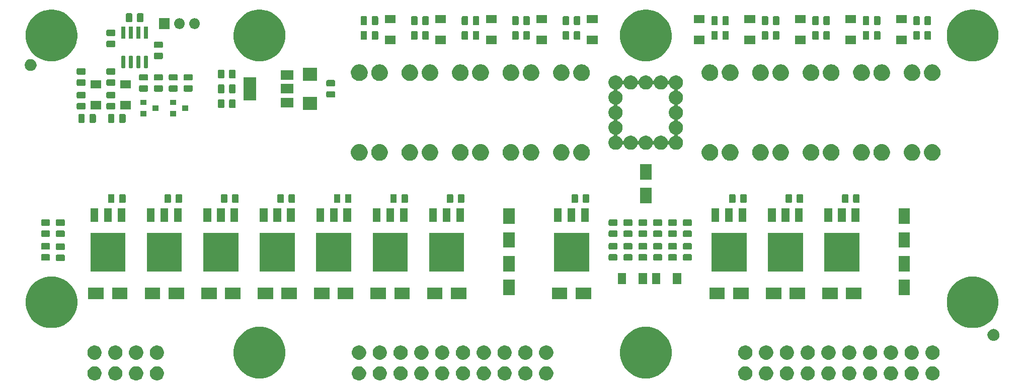
<source format=gbr>
G04 #@! TF.GenerationSoftware,KiCad,Pcbnew,(5.1.4-0-10_14)*
G04 #@! TF.CreationDate,2019-12-15T22:45:53+01:00*
G04 #@! TF.ProjectId,PowerUnit,506f7765-7255-46e6-9974-2e6b69636164,A*
G04 #@! TF.SameCoordinates,Original*
G04 #@! TF.FileFunction,Soldermask,Top*
G04 #@! TF.FilePolarity,Negative*
%FSLAX46Y46*%
G04 Gerber Fmt 4.6, Leading zero omitted, Abs format (unit mm)*
G04 Created by KiCad (PCBNEW (5.1.4-0-10_14)) date 2019-12-15 22:45:53*
%MOMM*%
%LPD*%
G04 APERTURE LIST*
%ADD10C,0.100000*%
G04 APERTURE END LIST*
D10*
G36*
X203600318Y-145835153D02*
G01*
X203818885Y-145925687D01*
X203818887Y-145925688D01*
X204015593Y-146057122D01*
X204182878Y-146224407D01*
X204257340Y-146335848D01*
X204314313Y-146421115D01*
X204404847Y-146639682D01*
X204451000Y-146871710D01*
X204451000Y-147108290D01*
X204404847Y-147340318D01*
X204398431Y-147355807D01*
X204314312Y-147558887D01*
X204182878Y-147755593D01*
X204015593Y-147922878D01*
X203818887Y-148054312D01*
X203818886Y-148054313D01*
X203818885Y-148054313D01*
X203600318Y-148144847D01*
X203368290Y-148191000D01*
X203131710Y-148191000D01*
X202899682Y-148144847D01*
X202681115Y-148054313D01*
X202681114Y-148054313D01*
X202681113Y-148054312D01*
X202484407Y-147922878D01*
X202317122Y-147755593D01*
X202185688Y-147558887D01*
X202101569Y-147355807D01*
X202095153Y-147340318D01*
X202049000Y-147108290D01*
X202049000Y-146871710D01*
X202095153Y-146639682D01*
X202185687Y-146421115D01*
X202242660Y-146335848D01*
X202317122Y-146224407D01*
X202484407Y-146057122D01*
X202681113Y-145925688D01*
X202681115Y-145925687D01*
X202899682Y-145835153D01*
X203131710Y-145789000D01*
X203368290Y-145789000D01*
X203600318Y-145835153D01*
X203600318Y-145835153D01*
G37*
G36*
X200100318Y-145835153D02*
G01*
X200318885Y-145925687D01*
X200318887Y-145925688D01*
X200515593Y-146057122D01*
X200682878Y-146224407D01*
X200757340Y-146335848D01*
X200814313Y-146421115D01*
X200904847Y-146639682D01*
X200951000Y-146871710D01*
X200951000Y-147108290D01*
X200904847Y-147340318D01*
X200898431Y-147355807D01*
X200814312Y-147558887D01*
X200682878Y-147755593D01*
X200515593Y-147922878D01*
X200318887Y-148054312D01*
X200318886Y-148054313D01*
X200318885Y-148054313D01*
X200100318Y-148144847D01*
X199868290Y-148191000D01*
X199631710Y-148191000D01*
X199399682Y-148144847D01*
X199181115Y-148054313D01*
X199181114Y-148054313D01*
X199181113Y-148054312D01*
X198984407Y-147922878D01*
X198817122Y-147755593D01*
X198685688Y-147558887D01*
X198601569Y-147355807D01*
X198595153Y-147340318D01*
X198549000Y-147108290D01*
X198549000Y-146871710D01*
X198595153Y-146639682D01*
X198685687Y-146421115D01*
X198742660Y-146335848D01*
X198817122Y-146224407D01*
X198984407Y-146057122D01*
X199181113Y-145925688D01*
X199181115Y-145925687D01*
X199399682Y-145835153D01*
X199631710Y-145789000D01*
X199868290Y-145789000D01*
X200100318Y-145835153D01*
X200100318Y-145835153D01*
G37*
G36*
X196600318Y-145835153D02*
G01*
X196818885Y-145925687D01*
X196818887Y-145925688D01*
X197015593Y-146057122D01*
X197182878Y-146224407D01*
X197257340Y-146335848D01*
X197314313Y-146421115D01*
X197404847Y-146639682D01*
X197451000Y-146871710D01*
X197451000Y-147108290D01*
X197404847Y-147340318D01*
X197398431Y-147355807D01*
X197314312Y-147558887D01*
X197182878Y-147755593D01*
X197015593Y-147922878D01*
X196818887Y-148054312D01*
X196818886Y-148054313D01*
X196818885Y-148054313D01*
X196600318Y-148144847D01*
X196368290Y-148191000D01*
X196131710Y-148191000D01*
X195899682Y-148144847D01*
X195681115Y-148054313D01*
X195681114Y-148054313D01*
X195681113Y-148054312D01*
X195484407Y-147922878D01*
X195317122Y-147755593D01*
X195185688Y-147558887D01*
X195101569Y-147355807D01*
X195095153Y-147340318D01*
X195049000Y-147108290D01*
X195049000Y-146871710D01*
X195095153Y-146639682D01*
X195185687Y-146421115D01*
X195242660Y-146335848D01*
X195317122Y-146224407D01*
X195484407Y-146057122D01*
X195681113Y-145925688D01*
X195681115Y-145925687D01*
X195899682Y-145835153D01*
X196131710Y-145789000D01*
X196368290Y-145789000D01*
X196600318Y-145835153D01*
X196600318Y-145835153D01*
G37*
G36*
X193100318Y-145835153D02*
G01*
X193318885Y-145925687D01*
X193318887Y-145925688D01*
X193515593Y-146057122D01*
X193682878Y-146224407D01*
X193757340Y-146335848D01*
X193814313Y-146421115D01*
X193904847Y-146639682D01*
X193951000Y-146871710D01*
X193951000Y-147108290D01*
X193904847Y-147340318D01*
X193898431Y-147355807D01*
X193814312Y-147558887D01*
X193682878Y-147755593D01*
X193515593Y-147922878D01*
X193318887Y-148054312D01*
X193318886Y-148054313D01*
X193318885Y-148054313D01*
X193100318Y-148144847D01*
X192868290Y-148191000D01*
X192631710Y-148191000D01*
X192399682Y-148144847D01*
X192181115Y-148054313D01*
X192181114Y-148054313D01*
X192181113Y-148054312D01*
X191984407Y-147922878D01*
X191817122Y-147755593D01*
X191685688Y-147558887D01*
X191601569Y-147355807D01*
X191595153Y-147340318D01*
X191549000Y-147108290D01*
X191549000Y-146871710D01*
X191595153Y-146639682D01*
X191685687Y-146421115D01*
X191742660Y-146335848D01*
X191817122Y-146224407D01*
X191984407Y-146057122D01*
X192181113Y-145925688D01*
X192181115Y-145925687D01*
X192399682Y-145835153D01*
X192631710Y-145789000D01*
X192868290Y-145789000D01*
X193100318Y-145835153D01*
X193100318Y-145835153D01*
G37*
G36*
X189600318Y-145835153D02*
G01*
X189818885Y-145925687D01*
X189818887Y-145925688D01*
X190015593Y-146057122D01*
X190182878Y-146224407D01*
X190257340Y-146335848D01*
X190314313Y-146421115D01*
X190404847Y-146639682D01*
X190451000Y-146871710D01*
X190451000Y-147108290D01*
X190404847Y-147340318D01*
X190398431Y-147355807D01*
X190314312Y-147558887D01*
X190182878Y-147755593D01*
X190015593Y-147922878D01*
X189818887Y-148054312D01*
X189818886Y-148054313D01*
X189818885Y-148054313D01*
X189600318Y-148144847D01*
X189368290Y-148191000D01*
X189131710Y-148191000D01*
X188899682Y-148144847D01*
X188681115Y-148054313D01*
X188681114Y-148054313D01*
X188681113Y-148054312D01*
X188484407Y-147922878D01*
X188317122Y-147755593D01*
X188185688Y-147558887D01*
X188101569Y-147355807D01*
X188095153Y-147340318D01*
X188049000Y-147108290D01*
X188049000Y-146871710D01*
X188095153Y-146639682D01*
X188185687Y-146421115D01*
X188242660Y-146335848D01*
X188317122Y-146224407D01*
X188484407Y-146057122D01*
X188681113Y-145925688D01*
X188681115Y-145925687D01*
X188899682Y-145835153D01*
X189131710Y-145789000D01*
X189368290Y-145789000D01*
X189600318Y-145835153D01*
X189600318Y-145835153D01*
G37*
G36*
X186100318Y-145835153D02*
G01*
X186318885Y-145925687D01*
X186318887Y-145925688D01*
X186515593Y-146057122D01*
X186682878Y-146224407D01*
X186757340Y-146335848D01*
X186814313Y-146421115D01*
X186904847Y-146639682D01*
X186951000Y-146871710D01*
X186951000Y-147108290D01*
X186904847Y-147340318D01*
X186898431Y-147355807D01*
X186814312Y-147558887D01*
X186682878Y-147755593D01*
X186515593Y-147922878D01*
X186318887Y-148054312D01*
X186318886Y-148054313D01*
X186318885Y-148054313D01*
X186100318Y-148144847D01*
X185868290Y-148191000D01*
X185631710Y-148191000D01*
X185399682Y-148144847D01*
X185181115Y-148054313D01*
X185181114Y-148054313D01*
X185181113Y-148054312D01*
X184984407Y-147922878D01*
X184817122Y-147755593D01*
X184685688Y-147558887D01*
X184601569Y-147355807D01*
X184595153Y-147340318D01*
X184549000Y-147108290D01*
X184549000Y-146871710D01*
X184595153Y-146639682D01*
X184685687Y-146421115D01*
X184742660Y-146335848D01*
X184817122Y-146224407D01*
X184984407Y-146057122D01*
X185181113Y-145925688D01*
X185181115Y-145925687D01*
X185399682Y-145835153D01*
X185631710Y-145789000D01*
X185868290Y-145789000D01*
X186100318Y-145835153D01*
X186100318Y-145835153D01*
G37*
G36*
X182600318Y-145835153D02*
G01*
X182818885Y-145925687D01*
X182818887Y-145925688D01*
X183015593Y-146057122D01*
X183182878Y-146224407D01*
X183257340Y-146335848D01*
X183314313Y-146421115D01*
X183404847Y-146639682D01*
X183451000Y-146871710D01*
X183451000Y-147108290D01*
X183404847Y-147340318D01*
X183398431Y-147355807D01*
X183314312Y-147558887D01*
X183182878Y-147755593D01*
X183015593Y-147922878D01*
X182818887Y-148054312D01*
X182818886Y-148054313D01*
X182818885Y-148054313D01*
X182600318Y-148144847D01*
X182368290Y-148191000D01*
X182131710Y-148191000D01*
X181899682Y-148144847D01*
X181681115Y-148054313D01*
X181681114Y-148054313D01*
X181681113Y-148054312D01*
X181484407Y-147922878D01*
X181317122Y-147755593D01*
X181185688Y-147558887D01*
X181101569Y-147355807D01*
X181095153Y-147340318D01*
X181049000Y-147108290D01*
X181049000Y-146871710D01*
X181095153Y-146639682D01*
X181185687Y-146421115D01*
X181242660Y-146335848D01*
X181317122Y-146224407D01*
X181484407Y-146057122D01*
X181681113Y-145925688D01*
X181681115Y-145925687D01*
X181899682Y-145835153D01*
X182131710Y-145789000D01*
X182368290Y-145789000D01*
X182600318Y-145835153D01*
X182600318Y-145835153D01*
G37*
G36*
X179100318Y-145835153D02*
G01*
X179318885Y-145925687D01*
X179318887Y-145925688D01*
X179515593Y-146057122D01*
X179682878Y-146224407D01*
X179757340Y-146335848D01*
X179814313Y-146421115D01*
X179904847Y-146639682D01*
X179951000Y-146871710D01*
X179951000Y-147108290D01*
X179904847Y-147340318D01*
X179898431Y-147355807D01*
X179814312Y-147558887D01*
X179682878Y-147755593D01*
X179515593Y-147922878D01*
X179318887Y-148054312D01*
X179318886Y-148054313D01*
X179318885Y-148054313D01*
X179100318Y-148144847D01*
X178868290Y-148191000D01*
X178631710Y-148191000D01*
X178399682Y-148144847D01*
X178181115Y-148054313D01*
X178181114Y-148054313D01*
X178181113Y-148054312D01*
X177984407Y-147922878D01*
X177817122Y-147755593D01*
X177685688Y-147558887D01*
X177601569Y-147355807D01*
X177595153Y-147340318D01*
X177549000Y-147108290D01*
X177549000Y-146871710D01*
X177595153Y-146639682D01*
X177685687Y-146421115D01*
X177742660Y-146335848D01*
X177817122Y-146224407D01*
X177984407Y-146057122D01*
X178181113Y-145925688D01*
X178181115Y-145925687D01*
X178399682Y-145835153D01*
X178631710Y-145789000D01*
X178868290Y-145789000D01*
X179100318Y-145835153D01*
X179100318Y-145835153D01*
G37*
G36*
X175600318Y-145835153D02*
G01*
X175818885Y-145925687D01*
X175818887Y-145925688D01*
X176015593Y-146057122D01*
X176182878Y-146224407D01*
X176257340Y-146335848D01*
X176314313Y-146421115D01*
X176404847Y-146639682D01*
X176451000Y-146871710D01*
X176451000Y-147108290D01*
X176404847Y-147340318D01*
X176398431Y-147355807D01*
X176314312Y-147558887D01*
X176182878Y-147755593D01*
X176015593Y-147922878D01*
X175818887Y-148054312D01*
X175818886Y-148054313D01*
X175818885Y-148054313D01*
X175600318Y-148144847D01*
X175368290Y-148191000D01*
X175131710Y-148191000D01*
X174899682Y-148144847D01*
X174681115Y-148054313D01*
X174681114Y-148054313D01*
X174681113Y-148054312D01*
X174484407Y-147922878D01*
X174317122Y-147755593D01*
X174185688Y-147558887D01*
X174101569Y-147355807D01*
X174095153Y-147340318D01*
X174049000Y-147108290D01*
X174049000Y-146871710D01*
X174095153Y-146639682D01*
X174185687Y-146421115D01*
X174242660Y-146335848D01*
X174317122Y-146224407D01*
X174484407Y-146057122D01*
X174681113Y-145925688D01*
X174681115Y-145925687D01*
X174899682Y-145835153D01*
X175131710Y-145789000D01*
X175368290Y-145789000D01*
X175600318Y-145835153D01*
X175600318Y-145835153D01*
G37*
G36*
X172100318Y-145835153D02*
G01*
X172318885Y-145925687D01*
X172318887Y-145925688D01*
X172515593Y-146057122D01*
X172682878Y-146224407D01*
X172757340Y-146335848D01*
X172814313Y-146421115D01*
X172904847Y-146639682D01*
X172951000Y-146871710D01*
X172951000Y-147108290D01*
X172904847Y-147340318D01*
X172898431Y-147355807D01*
X172814312Y-147558887D01*
X172682878Y-147755593D01*
X172515593Y-147922878D01*
X172318887Y-148054312D01*
X172318886Y-148054313D01*
X172318885Y-148054313D01*
X172100318Y-148144847D01*
X171868290Y-148191000D01*
X171631710Y-148191000D01*
X171399682Y-148144847D01*
X171181115Y-148054313D01*
X171181114Y-148054313D01*
X171181113Y-148054312D01*
X170984407Y-147922878D01*
X170817122Y-147755593D01*
X170685688Y-147558887D01*
X170601569Y-147355807D01*
X170595153Y-147340318D01*
X170549000Y-147108290D01*
X170549000Y-146871710D01*
X170595153Y-146639682D01*
X170685687Y-146421115D01*
X170742660Y-146335848D01*
X170817122Y-146224407D01*
X170984407Y-146057122D01*
X171181113Y-145925688D01*
X171181115Y-145925687D01*
X171399682Y-145835153D01*
X171631710Y-145789000D01*
X171868290Y-145789000D01*
X172100318Y-145835153D01*
X172100318Y-145835153D01*
G37*
G36*
X138600318Y-145835153D02*
G01*
X138818885Y-145925687D01*
X138818887Y-145925688D01*
X139015593Y-146057122D01*
X139182878Y-146224407D01*
X139257340Y-146335848D01*
X139314313Y-146421115D01*
X139404847Y-146639682D01*
X139451000Y-146871710D01*
X139451000Y-147108290D01*
X139404847Y-147340318D01*
X139398431Y-147355807D01*
X139314312Y-147558887D01*
X139182878Y-147755593D01*
X139015593Y-147922878D01*
X138818887Y-148054312D01*
X138818886Y-148054313D01*
X138818885Y-148054313D01*
X138600318Y-148144847D01*
X138368290Y-148191000D01*
X138131710Y-148191000D01*
X137899682Y-148144847D01*
X137681115Y-148054313D01*
X137681114Y-148054313D01*
X137681113Y-148054312D01*
X137484407Y-147922878D01*
X137317122Y-147755593D01*
X137185688Y-147558887D01*
X137101569Y-147355807D01*
X137095153Y-147340318D01*
X137049000Y-147108290D01*
X137049000Y-146871710D01*
X137095153Y-146639682D01*
X137185687Y-146421115D01*
X137242660Y-146335848D01*
X137317122Y-146224407D01*
X137484407Y-146057122D01*
X137681113Y-145925688D01*
X137681115Y-145925687D01*
X137899682Y-145835153D01*
X138131710Y-145789000D01*
X138368290Y-145789000D01*
X138600318Y-145835153D01*
X138600318Y-145835153D01*
G37*
G36*
X135100318Y-145835153D02*
G01*
X135318885Y-145925687D01*
X135318887Y-145925688D01*
X135515593Y-146057122D01*
X135682878Y-146224407D01*
X135757340Y-146335848D01*
X135814313Y-146421115D01*
X135904847Y-146639682D01*
X135951000Y-146871710D01*
X135951000Y-147108290D01*
X135904847Y-147340318D01*
X135898431Y-147355807D01*
X135814312Y-147558887D01*
X135682878Y-147755593D01*
X135515593Y-147922878D01*
X135318887Y-148054312D01*
X135318886Y-148054313D01*
X135318885Y-148054313D01*
X135100318Y-148144847D01*
X134868290Y-148191000D01*
X134631710Y-148191000D01*
X134399682Y-148144847D01*
X134181115Y-148054313D01*
X134181114Y-148054313D01*
X134181113Y-148054312D01*
X133984407Y-147922878D01*
X133817122Y-147755593D01*
X133685688Y-147558887D01*
X133601569Y-147355807D01*
X133595153Y-147340318D01*
X133549000Y-147108290D01*
X133549000Y-146871710D01*
X133595153Y-146639682D01*
X133685687Y-146421115D01*
X133742660Y-146335848D01*
X133817122Y-146224407D01*
X133984407Y-146057122D01*
X134181113Y-145925688D01*
X134181115Y-145925687D01*
X134399682Y-145835153D01*
X134631710Y-145789000D01*
X134868290Y-145789000D01*
X135100318Y-145835153D01*
X135100318Y-145835153D01*
G37*
G36*
X131600318Y-145835153D02*
G01*
X131818885Y-145925687D01*
X131818887Y-145925688D01*
X132015593Y-146057122D01*
X132182878Y-146224407D01*
X132257340Y-146335848D01*
X132314313Y-146421115D01*
X132404847Y-146639682D01*
X132451000Y-146871710D01*
X132451000Y-147108290D01*
X132404847Y-147340318D01*
X132398431Y-147355807D01*
X132314312Y-147558887D01*
X132182878Y-147755593D01*
X132015593Y-147922878D01*
X131818887Y-148054312D01*
X131818886Y-148054313D01*
X131818885Y-148054313D01*
X131600318Y-148144847D01*
X131368290Y-148191000D01*
X131131710Y-148191000D01*
X130899682Y-148144847D01*
X130681115Y-148054313D01*
X130681114Y-148054313D01*
X130681113Y-148054312D01*
X130484407Y-147922878D01*
X130317122Y-147755593D01*
X130185688Y-147558887D01*
X130101569Y-147355807D01*
X130095153Y-147340318D01*
X130049000Y-147108290D01*
X130049000Y-146871710D01*
X130095153Y-146639682D01*
X130185687Y-146421115D01*
X130242660Y-146335848D01*
X130317122Y-146224407D01*
X130484407Y-146057122D01*
X130681113Y-145925688D01*
X130681115Y-145925687D01*
X130899682Y-145835153D01*
X131131710Y-145789000D01*
X131368290Y-145789000D01*
X131600318Y-145835153D01*
X131600318Y-145835153D01*
G37*
G36*
X128100318Y-145835153D02*
G01*
X128318885Y-145925687D01*
X128318887Y-145925688D01*
X128515593Y-146057122D01*
X128682878Y-146224407D01*
X128757340Y-146335848D01*
X128814313Y-146421115D01*
X128904847Y-146639682D01*
X128951000Y-146871710D01*
X128951000Y-147108290D01*
X128904847Y-147340318D01*
X128898431Y-147355807D01*
X128814312Y-147558887D01*
X128682878Y-147755593D01*
X128515593Y-147922878D01*
X128318887Y-148054312D01*
X128318886Y-148054313D01*
X128318885Y-148054313D01*
X128100318Y-148144847D01*
X127868290Y-148191000D01*
X127631710Y-148191000D01*
X127399682Y-148144847D01*
X127181115Y-148054313D01*
X127181114Y-148054313D01*
X127181113Y-148054312D01*
X126984407Y-147922878D01*
X126817122Y-147755593D01*
X126685688Y-147558887D01*
X126601569Y-147355807D01*
X126595153Y-147340318D01*
X126549000Y-147108290D01*
X126549000Y-146871710D01*
X126595153Y-146639682D01*
X126685687Y-146421115D01*
X126742660Y-146335848D01*
X126817122Y-146224407D01*
X126984407Y-146057122D01*
X127181113Y-145925688D01*
X127181115Y-145925687D01*
X127399682Y-145835153D01*
X127631710Y-145789000D01*
X127868290Y-145789000D01*
X128100318Y-145835153D01*
X128100318Y-145835153D01*
G37*
G36*
X124600318Y-145835153D02*
G01*
X124818885Y-145925687D01*
X124818887Y-145925688D01*
X125015593Y-146057122D01*
X125182878Y-146224407D01*
X125257340Y-146335848D01*
X125314313Y-146421115D01*
X125404847Y-146639682D01*
X125451000Y-146871710D01*
X125451000Y-147108290D01*
X125404847Y-147340318D01*
X125398431Y-147355807D01*
X125314312Y-147558887D01*
X125182878Y-147755593D01*
X125015593Y-147922878D01*
X124818887Y-148054312D01*
X124818886Y-148054313D01*
X124818885Y-148054313D01*
X124600318Y-148144847D01*
X124368290Y-148191000D01*
X124131710Y-148191000D01*
X123899682Y-148144847D01*
X123681115Y-148054313D01*
X123681114Y-148054313D01*
X123681113Y-148054312D01*
X123484407Y-147922878D01*
X123317122Y-147755593D01*
X123185688Y-147558887D01*
X123101569Y-147355807D01*
X123095153Y-147340318D01*
X123049000Y-147108290D01*
X123049000Y-146871710D01*
X123095153Y-146639682D01*
X123185687Y-146421115D01*
X123242660Y-146335848D01*
X123317122Y-146224407D01*
X123484407Y-146057122D01*
X123681113Y-145925688D01*
X123681115Y-145925687D01*
X123899682Y-145835153D01*
X124131710Y-145789000D01*
X124368290Y-145789000D01*
X124600318Y-145835153D01*
X124600318Y-145835153D01*
G37*
G36*
X121100318Y-145835153D02*
G01*
X121318885Y-145925687D01*
X121318887Y-145925688D01*
X121515593Y-146057122D01*
X121682878Y-146224407D01*
X121757340Y-146335848D01*
X121814313Y-146421115D01*
X121904847Y-146639682D01*
X121951000Y-146871710D01*
X121951000Y-147108290D01*
X121904847Y-147340318D01*
X121898431Y-147355807D01*
X121814312Y-147558887D01*
X121682878Y-147755593D01*
X121515593Y-147922878D01*
X121318887Y-148054312D01*
X121318886Y-148054313D01*
X121318885Y-148054313D01*
X121100318Y-148144847D01*
X120868290Y-148191000D01*
X120631710Y-148191000D01*
X120399682Y-148144847D01*
X120181115Y-148054313D01*
X120181114Y-148054313D01*
X120181113Y-148054312D01*
X119984407Y-147922878D01*
X119817122Y-147755593D01*
X119685688Y-147558887D01*
X119601569Y-147355807D01*
X119595153Y-147340318D01*
X119549000Y-147108290D01*
X119549000Y-146871710D01*
X119595153Y-146639682D01*
X119685687Y-146421115D01*
X119742660Y-146335848D01*
X119817122Y-146224407D01*
X119984407Y-146057122D01*
X120181113Y-145925688D01*
X120181115Y-145925687D01*
X120399682Y-145835153D01*
X120631710Y-145789000D01*
X120868290Y-145789000D01*
X121100318Y-145835153D01*
X121100318Y-145835153D01*
G37*
G36*
X117600318Y-145835153D02*
G01*
X117818885Y-145925687D01*
X117818887Y-145925688D01*
X118015593Y-146057122D01*
X118182878Y-146224407D01*
X118257340Y-146335848D01*
X118314313Y-146421115D01*
X118404847Y-146639682D01*
X118451000Y-146871710D01*
X118451000Y-147108290D01*
X118404847Y-147340318D01*
X118398431Y-147355807D01*
X118314312Y-147558887D01*
X118182878Y-147755593D01*
X118015593Y-147922878D01*
X117818887Y-148054312D01*
X117818886Y-148054313D01*
X117818885Y-148054313D01*
X117600318Y-148144847D01*
X117368290Y-148191000D01*
X117131710Y-148191000D01*
X116899682Y-148144847D01*
X116681115Y-148054313D01*
X116681114Y-148054313D01*
X116681113Y-148054312D01*
X116484407Y-147922878D01*
X116317122Y-147755593D01*
X116185688Y-147558887D01*
X116101569Y-147355807D01*
X116095153Y-147340318D01*
X116049000Y-147108290D01*
X116049000Y-146871710D01*
X116095153Y-146639682D01*
X116185687Y-146421115D01*
X116242660Y-146335848D01*
X116317122Y-146224407D01*
X116484407Y-146057122D01*
X116681113Y-145925688D01*
X116681115Y-145925687D01*
X116899682Y-145835153D01*
X117131710Y-145789000D01*
X117368290Y-145789000D01*
X117600318Y-145835153D01*
X117600318Y-145835153D01*
G37*
G36*
X114100318Y-145835153D02*
G01*
X114318885Y-145925687D01*
X114318887Y-145925688D01*
X114515593Y-146057122D01*
X114682878Y-146224407D01*
X114757340Y-146335848D01*
X114814313Y-146421115D01*
X114904847Y-146639682D01*
X114951000Y-146871710D01*
X114951000Y-147108290D01*
X114904847Y-147340318D01*
X114898431Y-147355807D01*
X114814312Y-147558887D01*
X114682878Y-147755593D01*
X114515593Y-147922878D01*
X114318887Y-148054312D01*
X114318886Y-148054313D01*
X114318885Y-148054313D01*
X114100318Y-148144847D01*
X113868290Y-148191000D01*
X113631710Y-148191000D01*
X113399682Y-148144847D01*
X113181115Y-148054313D01*
X113181114Y-148054313D01*
X113181113Y-148054312D01*
X112984407Y-147922878D01*
X112817122Y-147755593D01*
X112685688Y-147558887D01*
X112601569Y-147355807D01*
X112595153Y-147340318D01*
X112549000Y-147108290D01*
X112549000Y-146871710D01*
X112595153Y-146639682D01*
X112685687Y-146421115D01*
X112742660Y-146335848D01*
X112817122Y-146224407D01*
X112984407Y-146057122D01*
X113181113Y-145925688D01*
X113181115Y-145925687D01*
X113399682Y-145835153D01*
X113631710Y-145789000D01*
X113868290Y-145789000D01*
X114100318Y-145835153D01*
X114100318Y-145835153D01*
G37*
G36*
X110600318Y-145835153D02*
G01*
X110818885Y-145925687D01*
X110818887Y-145925688D01*
X111015593Y-146057122D01*
X111182878Y-146224407D01*
X111257340Y-146335848D01*
X111314313Y-146421115D01*
X111404847Y-146639682D01*
X111451000Y-146871710D01*
X111451000Y-147108290D01*
X111404847Y-147340318D01*
X111398431Y-147355807D01*
X111314312Y-147558887D01*
X111182878Y-147755593D01*
X111015593Y-147922878D01*
X110818887Y-148054312D01*
X110818886Y-148054313D01*
X110818885Y-148054313D01*
X110600318Y-148144847D01*
X110368290Y-148191000D01*
X110131710Y-148191000D01*
X109899682Y-148144847D01*
X109681115Y-148054313D01*
X109681114Y-148054313D01*
X109681113Y-148054312D01*
X109484407Y-147922878D01*
X109317122Y-147755593D01*
X109185688Y-147558887D01*
X109101569Y-147355807D01*
X109095153Y-147340318D01*
X109049000Y-147108290D01*
X109049000Y-146871710D01*
X109095153Y-146639682D01*
X109185687Y-146421115D01*
X109242660Y-146335848D01*
X109317122Y-146224407D01*
X109484407Y-146057122D01*
X109681113Y-145925688D01*
X109681115Y-145925687D01*
X109899682Y-145835153D01*
X110131710Y-145789000D01*
X110368290Y-145789000D01*
X110600318Y-145835153D01*
X110600318Y-145835153D01*
G37*
G36*
X107100318Y-145835153D02*
G01*
X107318885Y-145925687D01*
X107318887Y-145925688D01*
X107515593Y-146057122D01*
X107682878Y-146224407D01*
X107757340Y-146335848D01*
X107814313Y-146421115D01*
X107904847Y-146639682D01*
X107951000Y-146871710D01*
X107951000Y-147108290D01*
X107904847Y-147340318D01*
X107898431Y-147355807D01*
X107814312Y-147558887D01*
X107682878Y-147755593D01*
X107515593Y-147922878D01*
X107318887Y-148054312D01*
X107318886Y-148054313D01*
X107318885Y-148054313D01*
X107100318Y-148144847D01*
X106868290Y-148191000D01*
X106631710Y-148191000D01*
X106399682Y-148144847D01*
X106181115Y-148054313D01*
X106181114Y-148054313D01*
X106181113Y-148054312D01*
X105984407Y-147922878D01*
X105817122Y-147755593D01*
X105685688Y-147558887D01*
X105601569Y-147355807D01*
X105595153Y-147340318D01*
X105549000Y-147108290D01*
X105549000Y-146871710D01*
X105595153Y-146639682D01*
X105685687Y-146421115D01*
X105742660Y-146335848D01*
X105817122Y-146224407D01*
X105984407Y-146057122D01*
X106181113Y-145925688D01*
X106181115Y-145925687D01*
X106399682Y-145835153D01*
X106631710Y-145789000D01*
X106868290Y-145789000D01*
X107100318Y-145835153D01*
X107100318Y-145835153D01*
G37*
G36*
X73100318Y-145835153D02*
G01*
X73318885Y-145925687D01*
X73318887Y-145925688D01*
X73515593Y-146057122D01*
X73682878Y-146224407D01*
X73757340Y-146335848D01*
X73814313Y-146421115D01*
X73904847Y-146639682D01*
X73951000Y-146871710D01*
X73951000Y-147108290D01*
X73904847Y-147340318D01*
X73898431Y-147355807D01*
X73814312Y-147558887D01*
X73682878Y-147755593D01*
X73515593Y-147922878D01*
X73318887Y-148054312D01*
X73318886Y-148054313D01*
X73318885Y-148054313D01*
X73100318Y-148144847D01*
X72868290Y-148191000D01*
X72631710Y-148191000D01*
X72399682Y-148144847D01*
X72181115Y-148054313D01*
X72181114Y-148054313D01*
X72181113Y-148054312D01*
X71984407Y-147922878D01*
X71817122Y-147755593D01*
X71685688Y-147558887D01*
X71601569Y-147355807D01*
X71595153Y-147340318D01*
X71549000Y-147108290D01*
X71549000Y-146871710D01*
X71595153Y-146639682D01*
X71685687Y-146421115D01*
X71742660Y-146335848D01*
X71817122Y-146224407D01*
X71984407Y-146057122D01*
X72181113Y-145925688D01*
X72181115Y-145925687D01*
X72399682Y-145835153D01*
X72631710Y-145789000D01*
X72868290Y-145789000D01*
X73100318Y-145835153D01*
X73100318Y-145835153D01*
G37*
G36*
X69600318Y-145835153D02*
G01*
X69818885Y-145925687D01*
X69818887Y-145925688D01*
X70015593Y-146057122D01*
X70182878Y-146224407D01*
X70257340Y-146335848D01*
X70314313Y-146421115D01*
X70404847Y-146639682D01*
X70451000Y-146871710D01*
X70451000Y-147108290D01*
X70404847Y-147340318D01*
X70398431Y-147355807D01*
X70314312Y-147558887D01*
X70182878Y-147755593D01*
X70015593Y-147922878D01*
X69818887Y-148054312D01*
X69818886Y-148054313D01*
X69818885Y-148054313D01*
X69600318Y-148144847D01*
X69368290Y-148191000D01*
X69131710Y-148191000D01*
X68899682Y-148144847D01*
X68681115Y-148054313D01*
X68681114Y-148054313D01*
X68681113Y-148054312D01*
X68484407Y-147922878D01*
X68317122Y-147755593D01*
X68185688Y-147558887D01*
X68101569Y-147355807D01*
X68095153Y-147340318D01*
X68049000Y-147108290D01*
X68049000Y-146871710D01*
X68095153Y-146639682D01*
X68185687Y-146421115D01*
X68242660Y-146335848D01*
X68317122Y-146224407D01*
X68484407Y-146057122D01*
X68681113Y-145925688D01*
X68681115Y-145925687D01*
X68899682Y-145835153D01*
X69131710Y-145789000D01*
X69368290Y-145789000D01*
X69600318Y-145835153D01*
X69600318Y-145835153D01*
G37*
G36*
X66100318Y-145835153D02*
G01*
X66318885Y-145925687D01*
X66318887Y-145925688D01*
X66515593Y-146057122D01*
X66682878Y-146224407D01*
X66757340Y-146335848D01*
X66814313Y-146421115D01*
X66904847Y-146639682D01*
X66951000Y-146871710D01*
X66951000Y-147108290D01*
X66904847Y-147340318D01*
X66898431Y-147355807D01*
X66814312Y-147558887D01*
X66682878Y-147755593D01*
X66515593Y-147922878D01*
X66318887Y-148054312D01*
X66318886Y-148054313D01*
X66318885Y-148054313D01*
X66100318Y-148144847D01*
X65868290Y-148191000D01*
X65631710Y-148191000D01*
X65399682Y-148144847D01*
X65181115Y-148054313D01*
X65181114Y-148054313D01*
X65181113Y-148054312D01*
X64984407Y-147922878D01*
X64817122Y-147755593D01*
X64685688Y-147558887D01*
X64601569Y-147355807D01*
X64595153Y-147340318D01*
X64549000Y-147108290D01*
X64549000Y-146871710D01*
X64595153Y-146639682D01*
X64685687Y-146421115D01*
X64742660Y-146335848D01*
X64817122Y-146224407D01*
X64984407Y-146057122D01*
X65181113Y-145925688D01*
X65181115Y-145925687D01*
X65399682Y-145835153D01*
X65631710Y-145789000D01*
X65868290Y-145789000D01*
X66100318Y-145835153D01*
X66100318Y-145835153D01*
G37*
G36*
X62600318Y-145835153D02*
G01*
X62818885Y-145925687D01*
X62818887Y-145925688D01*
X63015593Y-146057122D01*
X63182878Y-146224407D01*
X63257340Y-146335848D01*
X63314313Y-146421115D01*
X63404847Y-146639682D01*
X63451000Y-146871710D01*
X63451000Y-147108290D01*
X63404847Y-147340318D01*
X63398431Y-147355807D01*
X63314312Y-147558887D01*
X63182878Y-147755593D01*
X63015593Y-147922878D01*
X62818887Y-148054312D01*
X62818886Y-148054313D01*
X62818885Y-148054313D01*
X62600318Y-148144847D01*
X62368290Y-148191000D01*
X62131710Y-148191000D01*
X61899682Y-148144847D01*
X61681115Y-148054313D01*
X61681114Y-148054313D01*
X61681113Y-148054312D01*
X61484407Y-147922878D01*
X61317122Y-147755593D01*
X61185688Y-147558887D01*
X61101569Y-147355807D01*
X61095153Y-147340318D01*
X61049000Y-147108290D01*
X61049000Y-146871710D01*
X61095153Y-146639682D01*
X61185687Y-146421115D01*
X61242660Y-146335848D01*
X61317122Y-146224407D01*
X61484407Y-146057122D01*
X61681113Y-145925688D01*
X61681115Y-145925687D01*
X61899682Y-145835153D01*
X62131710Y-145789000D01*
X62368290Y-145789000D01*
X62600318Y-145835153D01*
X62600318Y-145835153D01*
G37*
G36*
X155548156Y-139172794D02*
G01*
X156269140Y-139316206D01*
X157060972Y-139644193D01*
X157773601Y-140120357D01*
X158379643Y-140726399D01*
X158855807Y-141439028D01*
X159183794Y-142230860D01*
X159351000Y-143071464D01*
X159351000Y-143928536D01*
X159183794Y-144769140D01*
X158855807Y-145560972D01*
X158379643Y-146273601D01*
X157773601Y-146879643D01*
X157060972Y-147355807D01*
X156269140Y-147683794D01*
X155548156Y-147827206D01*
X155428537Y-147851000D01*
X154571463Y-147851000D01*
X154451844Y-147827206D01*
X153730860Y-147683794D01*
X152939028Y-147355807D01*
X152226399Y-146879643D01*
X151620357Y-146273601D01*
X151144193Y-145560972D01*
X150816206Y-144769140D01*
X150649000Y-143928536D01*
X150649000Y-143071464D01*
X150816206Y-142230860D01*
X151144193Y-141439028D01*
X151620357Y-140726399D01*
X152226399Y-140120357D01*
X152939028Y-139644193D01*
X153730860Y-139316206D01*
X154451844Y-139172794D01*
X154571463Y-139149000D01*
X155428537Y-139149000D01*
X155548156Y-139172794D01*
X155548156Y-139172794D01*
G37*
G36*
X90548156Y-139172794D02*
G01*
X91269140Y-139316206D01*
X92060972Y-139644193D01*
X92773601Y-140120357D01*
X93379643Y-140726399D01*
X93855807Y-141439028D01*
X94183794Y-142230860D01*
X94351000Y-143071464D01*
X94351000Y-143928536D01*
X94183794Y-144769140D01*
X93855807Y-145560972D01*
X93379643Y-146273601D01*
X92773601Y-146879643D01*
X92060972Y-147355807D01*
X91269140Y-147683794D01*
X90548156Y-147827206D01*
X90428537Y-147851000D01*
X89571463Y-147851000D01*
X89451844Y-147827206D01*
X88730860Y-147683794D01*
X87939028Y-147355807D01*
X87226399Y-146879643D01*
X86620357Y-146273601D01*
X86144193Y-145560972D01*
X85816206Y-144769140D01*
X85649000Y-143928536D01*
X85649000Y-143071464D01*
X85816206Y-142230860D01*
X86144193Y-141439028D01*
X86620357Y-140726399D01*
X87226399Y-140120357D01*
X87939028Y-139644193D01*
X88730860Y-139316206D01*
X89451844Y-139172794D01*
X89571463Y-139149000D01*
X90428537Y-139149000D01*
X90548156Y-139172794D01*
X90548156Y-139172794D01*
G37*
G36*
X193100318Y-142335153D02*
G01*
X193318885Y-142425687D01*
X193318887Y-142425688D01*
X193515593Y-142557122D01*
X193682878Y-142724407D01*
X193814312Y-142921113D01*
X193814313Y-142921115D01*
X193904847Y-143139682D01*
X193951000Y-143371710D01*
X193951000Y-143608290D01*
X193904847Y-143840318D01*
X193838290Y-144001000D01*
X193814312Y-144058887D01*
X193682878Y-144255593D01*
X193515593Y-144422878D01*
X193318887Y-144554312D01*
X193318886Y-144554313D01*
X193318885Y-144554313D01*
X193100318Y-144644847D01*
X192868290Y-144691000D01*
X192631710Y-144691000D01*
X192399682Y-144644847D01*
X192181115Y-144554313D01*
X192181114Y-144554313D01*
X192181113Y-144554312D01*
X191984407Y-144422878D01*
X191817122Y-144255593D01*
X191685688Y-144058887D01*
X191661710Y-144001000D01*
X191595153Y-143840318D01*
X191549000Y-143608290D01*
X191549000Y-143371710D01*
X191595153Y-143139682D01*
X191685687Y-142921115D01*
X191685688Y-142921113D01*
X191817122Y-142724407D01*
X191984407Y-142557122D01*
X192181113Y-142425688D01*
X192181115Y-142425687D01*
X192399682Y-142335153D01*
X192631710Y-142289000D01*
X192868290Y-142289000D01*
X193100318Y-142335153D01*
X193100318Y-142335153D01*
G37*
G36*
X107100318Y-142335153D02*
G01*
X107318885Y-142425687D01*
X107318887Y-142425688D01*
X107515593Y-142557122D01*
X107682878Y-142724407D01*
X107814312Y-142921113D01*
X107814313Y-142921115D01*
X107904847Y-143139682D01*
X107951000Y-143371710D01*
X107951000Y-143608290D01*
X107904847Y-143840318D01*
X107838290Y-144001000D01*
X107814312Y-144058887D01*
X107682878Y-144255593D01*
X107515593Y-144422878D01*
X107318887Y-144554312D01*
X107318886Y-144554313D01*
X107318885Y-144554313D01*
X107100318Y-144644847D01*
X106868290Y-144691000D01*
X106631710Y-144691000D01*
X106399682Y-144644847D01*
X106181115Y-144554313D01*
X106181114Y-144554313D01*
X106181113Y-144554312D01*
X105984407Y-144422878D01*
X105817122Y-144255593D01*
X105685688Y-144058887D01*
X105661710Y-144001000D01*
X105595153Y-143840318D01*
X105549000Y-143608290D01*
X105549000Y-143371710D01*
X105595153Y-143139682D01*
X105685687Y-142921115D01*
X105685688Y-142921113D01*
X105817122Y-142724407D01*
X105984407Y-142557122D01*
X106181113Y-142425688D01*
X106181115Y-142425687D01*
X106399682Y-142335153D01*
X106631710Y-142289000D01*
X106868290Y-142289000D01*
X107100318Y-142335153D01*
X107100318Y-142335153D01*
G37*
G36*
X66100318Y-142335153D02*
G01*
X66318885Y-142425687D01*
X66318887Y-142425688D01*
X66515593Y-142557122D01*
X66682878Y-142724407D01*
X66814312Y-142921113D01*
X66814313Y-142921115D01*
X66904847Y-143139682D01*
X66951000Y-143371710D01*
X66951000Y-143608290D01*
X66904847Y-143840318D01*
X66838290Y-144001000D01*
X66814312Y-144058887D01*
X66682878Y-144255593D01*
X66515593Y-144422878D01*
X66318887Y-144554312D01*
X66318886Y-144554313D01*
X66318885Y-144554313D01*
X66100318Y-144644847D01*
X65868290Y-144691000D01*
X65631710Y-144691000D01*
X65399682Y-144644847D01*
X65181115Y-144554313D01*
X65181114Y-144554313D01*
X65181113Y-144554312D01*
X64984407Y-144422878D01*
X64817122Y-144255593D01*
X64685688Y-144058887D01*
X64661710Y-144001000D01*
X64595153Y-143840318D01*
X64549000Y-143608290D01*
X64549000Y-143371710D01*
X64595153Y-143139682D01*
X64685687Y-142921115D01*
X64685688Y-142921113D01*
X64817122Y-142724407D01*
X64984407Y-142557122D01*
X65181113Y-142425688D01*
X65181115Y-142425687D01*
X65399682Y-142335153D01*
X65631710Y-142289000D01*
X65868290Y-142289000D01*
X66100318Y-142335153D01*
X66100318Y-142335153D01*
G37*
G36*
X62600318Y-142335153D02*
G01*
X62818885Y-142425687D01*
X62818887Y-142425688D01*
X63015593Y-142557122D01*
X63182878Y-142724407D01*
X63314312Y-142921113D01*
X63314313Y-142921115D01*
X63404847Y-143139682D01*
X63451000Y-143371710D01*
X63451000Y-143608290D01*
X63404847Y-143840318D01*
X63338290Y-144001000D01*
X63314312Y-144058887D01*
X63182878Y-144255593D01*
X63015593Y-144422878D01*
X62818887Y-144554312D01*
X62818886Y-144554313D01*
X62818885Y-144554313D01*
X62600318Y-144644847D01*
X62368290Y-144691000D01*
X62131710Y-144691000D01*
X61899682Y-144644847D01*
X61681115Y-144554313D01*
X61681114Y-144554313D01*
X61681113Y-144554312D01*
X61484407Y-144422878D01*
X61317122Y-144255593D01*
X61185688Y-144058887D01*
X61161710Y-144001000D01*
X61095153Y-143840318D01*
X61049000Y-143608290D01*
X61049000Y-143371710D01*
X61095153Y-143139682D01*
X61185687Y-142921115D01*
X61185688Y-142921113D01*
X61317122Y-142724407D01*
X61484407Y-142557122D01*
X61681113Y-142425688D01*
X61681115Y-142425687D01*
X61899682Y-142335153D01*
X62131710Y-142289000D01*
X62368290Y-142289000D01*
X62600318Y-142335153D01*
X62600318Y-142335153D01*
G37*
G36*
X203600318Y-142335153D02*
G01*
X203818885Y-142425687D01*
X203818887Y-142425688D01*
X204015593Y-142557122D01*
X204182878Y-142724407D01*
X204314312Y-142921113D01*
X204314313Y-142921115D01*
X204404847Y-143139682D01*
X204451000Y-143371710D01*
X204451000Y-143608290D01*
X204404847Y-143840318D01*
X204338290Y-144001000D01*
X204314312Y-144058887D01*
X204182878Y-144255593D01*
X204015593Y-144422878D01*
X203818887Y-144554312D01*
X203818886Y-144554313D01*
X203818885Y-144554313D01*
X203600318Y-144644847D01*
X203368290Y-144691000D01*
X203131710Y-144691000D01*
X202899682Y-144644847D01*
X202681115Y-144554313D01*
X202681114Y-144554313D01*
X202681113Y-144554312D01*
X202484407Y-144422878D01*
X202317122Y-144255593D01*
X202185688Y-144058887D01*
X202161710Y-144001000D01*
X202095153Y-143840318D01*
X202049000Y-143608290D01*
X202049000Y-143371710D01*
X202095153Y-143139682D01*
X202185687Y-142921115D01*
X202185688Y-142921113D01*
X202317122Y-142724407D01*
X202484407Y-142557122D01*
X202681113Y-142425688D01*
X202681115Y-142425687D01*
X202899682Y-142335153D01*
X203131710Y-142289000D01*
X203368290Y-142289000D01*
X203600318Y-142335153D01*
X203600318Y-142335153D01*
G37*
G36*
X200100318Y-142335153D02*
G01*
X200318885Y-142425687D01*
X200318887Y-142425688D01*
X200515593Y-142557122D01*
X200682878Y-142724407D01*
X200814312Y-142921113D01*
X200814313Y-142921115D01*
X200904847Y-143139682D01*
X200951000Y-143371710D01*
X200951000Y-143608290D01*
X200904847Y-143840318D01*
X200838290Y-144001000D01*
X200814312Y-144058887D01*
X200682878Y-144255593D01*
X200515593Y-144422878D01*
X200318887Y-144554312D01*
X200318886Y-144554313D01*
X200318885Y-144554313D01*
X200100318Y-144644847D01*
X199868290Y-144691000D01*
X199631710Y-144691000D01*
X199399682Y-144644847D01*
X199181115Y-144554313D01*
X199181114Y-144554313D01*
X199181113Y-144554312D01*
X198984407Y-144422878D01*
X198817122Y-144255593D01*
X198685688Y-144058887D01*
X198661710Y-144001000D01*
X198595153Y-143840318D01*
X198549000Y-143608290D01*
X198549000Y-143371710D01*
X198595153Y-143139682D01*
X198685687Y-142921115D01*
X198685688Y-142921113D01*
X198817122Y-142724407D01*
X198984407Y-142557122D01*
X199181113Y-142425688D01*
X199181115Y-142425687D01*
X199399682Y-142335153D01*
X199631710Y-142289000D01*
X199868290Y-142289000D01*
X200100318Y-142335153D01*
X200100318Y-142335153D01*
G37*
G36*
X196600318Y-142335153D02*
G01*
X196818885Y-142425687D01*
X196818887Y-142425688D01*
X197015593Y-142557122D01*
X197182878Y-142724407D01*
X197314312Y-142921113D01*
X197314313Y-142921115D01*
X197404847Y-143139682D01*
X197451000Y-143371710D01*
X197451000Y-143608290D01*
X197404847Y-143840318D01*
X197338290Y-144001000D01*
X197314312Y-144058887D01*
X197182878Y-144255593D01*
X197015593Y-144422878D01*
X196818887Y-144554312D01*
X196818886Y-144554313D01*
X196818885Y-144554313D01*
X196600318Y-144644847D01*
X196368290Y-144691000D01*
X196131710Y-144691000D01*
X195899682Y-144644847D01*
X195681115Y-144554313D01*
X195681114Y-144554313D01*
X195681113Y-144554312D01*
X195484407Y-144422878D01*
X195317122Y-144255593D01*
X195185688Y-144058887D01*
X195161710Y-144001000D01*
X195095153Y-143840318D01*
X195049000Y-143608290D01*
X195049000Y-143371710D01*
X195095153Y-143139682D01*
X195185687Y-142921115D01*
X195185688Y-142921113D01*
X195317122Y-142724407D01*
X195484407Y-142557122D01*
X195681113Y-142425688D01*
X195681115Y-142425687D01*
X195899682Y-142335153D01*
X196131710Y-142289000D01*
X196368290Y-142289000D01*
X196600318Y-142335153D01*
X196600318Y-142335153D01*
G37*
G36*
X69600318Y-142335153D02*
G01*
X69818885Y-142425687D01*
X69818887Y-142425688D01*
X70015593Y-142557122D01*
X70182878Y-142724407D01*
X70314312Y-142921113D01*
X70314313Y-142921115D01*
X70404847Y-143139682D01*
X70451000Y-143371710D01*
X70451000Y-143608290D01*
X70404847Y-143840318D01*
X70338290Y-144001000D01*
X70314312Y-144058887D01*
X70182878Y-144255593D01*
X70015593Y-144422878D01*
X69818887Y-144554312D01*
X69818886Y-144554313D01*
X69818885Y-144554313D01*
X69600318Y-144644847D01*
X69368290Y-144691000D01*
X69131710Y-144691000D01*
X68899682Y-144644847D01*
X68681115Y-144554313D01*
X68681114Y-144554313D01*
X68681113Y-144554312D01*
X68484407Y-144422878D01*
X68317122Y-144255593D01*
X68185688Y-144058887D01*
X68161710Y-144001000D01*
X68095153Y-143840318D01*
X68049000Y-143608290D01*
X68049000Y-143371710D01*
X68095153Y-143139682D01*
X68185687Y-142921115D01*
X68185688Y-142921113D01*
X68317122Y-142724407D01*
X68484407Y-142557122D01*
X68681113Y-142425688D01*
X68681115Y-142425687D01*
X68899682Y-142335153D01*
X69131710Y-142289000D01*
X69368290Y-142289000D01*
X69600318Y-142335153D01*
X69600318Y-142335153D01*
G37*
G36*
X189600318Y-142335153D02*
G01*
X189818885Y-142425687D01*
X189818887Y-142425688D01*
X190015593Y-142557122D01*
X190182878Y-142724407D01*
X190314312Y-142921113D01*
X190314313Y-142921115D01*
X190404847Y-143139682D01*
X190451000Y-143371710D01*
X190451000Y-143608290D01*
X190404847Y-143840318D01*
X190338290Y-144001000D01*
X190314312Y-144058887D01*
X190182878Y-144255593D01*
X190015593Y-144422878D01*
X189818887Y-144554312D01*
X189818886Y-144554313D01*
X189818885Y-144554313D01*
X189600318Y-144644847D01*
X189368290Y-144691000D01*
X189131710Y-144691000D01*
X188899682Y-144644847D01*
X188681115Y-144554313D01*
X188681114Y-144554313D01*
X188681113Y-144554312D01*
X188484407Y-144422878D01*
X188317122Y-144255593D01*
X188185688Y-144058887D01*
X188161710Y-144001000D01*
X188095153Y-143840318D01*
X188049000Y-143608290D01*
X188049000Y-143371710D01*
X188095153Y-143139682D01*
X188185687Y-142921115D01*
X188185688Y-142921113D01*
X188317122Y-142724407D01*
X188484407Y-142557122D01*
X188681113Y-142425688D01*
X188681115Y-142425687D01*
X188899682Y-142335153D01*
X189131710Y-142289000D01*
X189368290Y-142289000D01*
X189600318Y-142335153D01*
X189600318Y-142335153D01*
G37*
G36*
X186100318Y-142335153D02*
G01*
X186318885Y-142425687D01*
X186318887Y-142425688D01*
X186515593Y-142557122D01*
X186682878Y-142724407D01*
X186814312Y-142921113D01*
X186814313Y-142921115D01*
X186904847Y-143139682D01*
X186951000Y-143371710D01*
X186951000Y-143608290D01*
X186904847Y-143840318D01*
X186838290Y-144001000D01*
X186814312Y-144058887D01*
X186682878Y-144255593D01*
X186515593Y-144422878D01*
X186318887Y-144554312D01*
X186318886Y-144554313D01*
X186318885Y-144554313D01*
X186100318Y-144644847D01*
X185868290Y-144691000D01*
X185631710Y-144691000D01*
X185399682Y-144644847D01*
X185181115Y-144554313D01*
X185181114Y-144554313D01*
X185181113Y-144554312D01*
X184984407Y-144422878D01*
X184817122Y-144255593D01*
X184685688Y-144058887D01*
X184661710Y-144001000D01*
X184595153Y-143840318D01*
X184549000Y-143608290D01*
X184549000Y-143371710D01*
X184595153Y-143139682D01*
X184685687Y-142921115D01*
X184685688Y-142921113D01*
X184817122Y-142724407D01*
X184984407Y-142557122D01*
X185181113Y-142425688D01*
X185181115Y-142425687D01*
X185399682Y-142335153D01*
X185631710Y-142289000D01*
X185868290Y-142289000D01*
X186100318Y-142335153D01*
X186100318Y-142335153D01*
G37*
G36*
X182600318Y-142335153D02*
G01*
X182818885Y-142425687D01*
X182818887Y-142425688D01*
X183015593Y-142557122D01*
X183182878Y-142724407D01*
X183314312Y-142921113D01*
X183314313Y-142921115D01*
X183404847Y-143139682D01*
X183451000Y-143371710D01*
X183451000Y-143608290D01*
X183404847Y-143840318D01*
X183338290Y-144001000D01*
X183314312Y-144058887D01*
X183182878Y-144255593D01*
X183015593Y-144422878D01*
X182818887Y-144554312D01*
X182818886Y-144554313D01*
X182818885Y-144554313D01*
X182600318Y-144644847D01*
X182368290Y-144691000D01*
X182131710Y-144691000D01*
X181899682Y-144644847D01*
X181681115Y-144554313D01*
X181681114Y-144554313D01*
X181681113Y-144554312D01*
X181484407Y-144422878D01*
X181317122Y-144255593D01*
X181185688Y-144058887D01*
X181161710Y-144001000D01*
X181095153Y-143840318D01*
X181049000Y-143608290D01*
X181049000Y-143371710D01*
X181095153Y-143139682D01*
X181185687Y-142921115D01*
X181185688Y-142921113D01*
X181317122Y-142724407D01*
X181484407Y-142557122D01*
X181681113Y-142425688D01*
X181681115Y-142425687D01*
X181899682Y-142335153D01*
X182131710Y-142289000D01*
X182368290Y-142289000D01*
X182600318Y-142335153D01*
X182600318Y-142335153D01*
G37*
G36*
X138600318Y-142335153D02*
G01*
X138818885Y-142425687D01*
X138818887Y-142425688D01*
X139015593Y-142557122D01*
X139182878Y-142724407D01*
X139314312Y-142921113D01*
X139314313Y-142921115D01*
X139404847Y-143139682D01*
X139451000Y-143371710D01*
X139451000Y-143608290D01*
X139404847Y-143840318D01*
X139338290Y-144001000D01*
X139314312Y-144058887D01*
X139182878Y-144255593D01*
X139015593Y-144422878D01*
X138818887Y-144554312D01*
X138818886Y-144554313D01*
X138818885Y-144554313D01*
X138600318Y-144644847D01*
X138368290Y-144691000D01*
X138131710Y-144691000D01*
X137899682Y-144644847D01*
X137681115Y-144554313D01*
X137681114Y-144554313D01*
X137681113Y-144554312D01*
X137484407Y-144422878D01*
X137317122Y-144255593D01*
X137185688Y-144058887D01*
X137161710Y-144001000D01*
X137095153Y-143840318D01*
X137049000Y-143608290D01*
X137049000Y-143371710D01*
X137095153Y-143139682D01*
X137185687Y-142921115D01*
X137185688Y-142921113D01*
X137317122Y-142724407D01*
X137484407Y-142557122D01*
X137681113Y-142425688D01*
X137681115Y-142425687D01*
X137899682Y-142335153D01*
X138131710Y-142289000D01*
X138368290Y-142289000D01*
X138600318Y-142335153D01*
X138600318Y-142335153D01*
G37*
G36*
X135100318Y-142335153D02*
G01*
X135318885Y-142425687D01*
X135318887Y-142425688D01*
X135515593Y-142557122D01*
X135682878Y-142724407D01*
X135814312Y-142921113D01*
X135814313Y-142921115D01*
X135904847Y-143139682D01*
X135951000Y-143371710D01*
X135951000Y-143608290D01*
X135904847Y-143840318D01*
X135838290Y-144001000D01*
X135814312Y-144058887D01*
X135682878Y-144255593D01*
X135515593Y-144422878D01*
X135318887Y-144554312D01*
X135318886Y-144554313D01*
X135318885Y-144554313D01*
X135100318Y-144644847D01*
X134868290Y-144691000D01*
X134631710Y-144691000D01*
X134399682Y-144644847D01*
X134181115Y-144554313D01*
X134181114Y-144554313D01*
X134181113Y-144554312D01*
X133984407Y-144422878D01*
X133817122Y-144255593D01*
X133685688Y-144058887D01*
X133661710Y-144001000D01*
X133595153Y-143840318D01*
X133549000Y-143608290D01*
X133549000Y-143371710D01*
X133595153Y-143139682D01*
X133685687Y-142921115D01*
X133685688Y-142921113D01*
X133817122Y-142724407D01*
X133984407Y-142557122D01*
X134181113Y-142425688D01*
X134181115Y-142425687D01*
X134399682Y-142335153D01*
X134631710Y-142289000D01*
X134868290Y-142289000D01*
X135100318Y-142335153D01*
X135100318Y-142335153D01*
G37*
G36*
X131600318Y-142335153D02*
G01*
X131818885Y-142425687D01*
X131818887Y-142425688D01*
X132015593Y-142557122D01*
X132182878Y-142724407D01*
X132314312Y-142921113D01*
X132314313Y-142921115D01*
X132404847Y-143139682D01*
X132451000Y-143371710D01*
X132451000Y-143608290D01*
X132404847Y-143840318D01*
X132338290Y-144001000D01*
X132314312Y-144058887D01*
X132182878Y-144255593D01*
X132015593Y-144422878D01*
X131818887Y-144554312D01*
X131818886Y-144554313D01*
X131818885Y-144554313D01*
X131600318Y-144644847D01*
X131368290Y-144691000D01*
X131131710Y-144691000D01*
X130899682Y-144644847D01*
X130681115Y-144554313D01*
X130681114Y-144554313D01*
X130681113Y-144554312D01*
X130484407Y-144422878D01*
X130317122Y-144255593D01*
X130185688Y-144058887D01*
X130161710Y-144001000D01*
X130095153Y-143840318D01*
X130049000Y-143608290D01*
X130049000Y-143371710D01*
X130095153Y-143139682D01*
X130185687Y-142921115D01*
X130185688Y-142921113D01*
X130317122Y-142724407D01*
X130484407Y-142557122D01*
X130681113Y-142425688D01*
X130681115Y-142425687D01*
X130899682Y-142335153D01*
X131131710Y-142289000D01*
X131368290Y-142289000D01*
X131600318Y-142335153D01*
X131600318Y-142335153D01*
G37*
G36*
X128100318Y-142335153D02*
G01*
X128318885Y-142425687D01*
X128318887Y-142425688D01*
X128515593Y-142557122D01*
X128682878Y-142724407D01*
X128814312Y-142921113D01*
X128814313Y-142921115D01*
X128904847Y-143139682D01*
X128951000Y-143371710D01*
X128951000Y-143608290D01*
X128904847Y-143840318D01*
X128838290Y-144001000D01*
X128814312Y-144058887D01*
X128682878Y-144255593D01*
X128515593Y-144422878D01*
X128318887Y-144554312D01*
X128318886Y-144554313D01*
X128318885Y-144554313D01*
X128100318Y-144644847D01*
X127868290Y-144691000D01*
X127631710Y-144691000D01*
X127399682Y-144644847D01*
X127181115Y-144554313D01*
X127181114Y-144554313D01*
X127181113Y-144554312D01*
X126984407Y-144422878D01*
X126817122Y-144255593D01*
X126685688Y-144058887D01*
X126661710Y-144001000D01*
X126595153Y-143840318D01*
X126549000Y-143608290D01*
X126549000Y-143371710D01*
X126595153Y-143139682D01*
X126685687Y-142921115D01*
X126685688Y-142921113D01*
X126817122Y-142724407D01*
X126984407Y-142557122D01*
X127181113Y-142425688D01*
X127181115Y-142425687D01*
X127399682Y-142335153D01*
X127631710Y-142289000D01*
X127868290Y-142289000D01*
X128100318Y-142335153D01*
X128100318Y-142335153D01*
G37*
G36*
X124600318Y-142335153D02*
G01*
X124818885Y-142425687D01*
X124818887Y-142425688D01*
X125015593Y-142557122D01*
X125182878Y-142724407D01*
X125314312Y-142921113D01*
X125314313Y-142921115D01*
X125404847Y-143139682D01*
X125451000Y-143371710D01*
X125451000Y-143608290D01*
X125404847Y-143840318D01*
X125338290Y-144001000D01*
X125314312Y-144058887D01*
X125182878Y-144255593D01*
X125015593Y-144422878D01*
X124818887Y-144554312D01*
X124818886Y-144554313D01*
X124818885Y-144554313D01*
X124600318Y-144644847D01*
X124368290Y-144691000D01*
X124131710Y-144691000D01*
X123899682Y-144644847D01*
X123681115Y-144554313D01*
X123681114Y-144554313D01*
X123681113Y-144554312D01*
X123484407Y-144422878D01*
X123317122Y-144255593D01*
X123185688Y-144058887D01*
X123161710Y-144001000D01*
X123095153Y-143840318D01*
X123049000Y-143608290D01*
X123049000Y-143371710D01*
X123095153Y-143139682D01*
X123185687Y-142921115D01*
X123185688Y-142921113D01*
X123317122Y-142724407D01*
X123484407Y-142557122D01*
X123681113Y-142425688D01*
X123681115Y-142425687D01*
X123899682Y-142335153D01*
X124131710Y-142289000D01*
X124368290Y-142289000D01*
X124600318Y-142335153D01*
X124600318Y-142335153D01*
G37*
G36*
X121100318Y-142335153D02*
G01*
X121318885Y-142425687D01*
X121318887Y-142425688D01*
X121515593Y-142557122D01*
X121682878Y-142724407D01*
X121814312Y-142921113D01*
X121814313Y-142921115D01*
X121904847Y-143139682D01*
X121951000Y-143371710D01*
X121951000Y-143608290D01*
X121904847Y-143840318D01*
X121838290Y-144001000D01*
X121814312Y-144058887D01*
X121682878Y-144255593D01*
X121515593Y-144422878D01*
X121318887Y-144554312D01*
X121318886Y-144554313D01*
X121318885Y-144554313D01*
X121100318Y-144644847D01*
X120868290Y-144691000D01*
X120631710Y-144691000D01*
X120399682Y-144644847D01*
X120181115Y-144554313D01*
X120181114Y-144554313D01*
X120181113Y-144554312D01*
X119984407Y-144422878D01*
X119817122Y-144255593D01*
X119685688Y-144058887D01*
X119661710Y-144001000D01*
X119595153Y-143840318D01*
X119549000Y-143608290D01*
X119549000Y-143371710D01*
X119595153Y-143139682D01*
X119685687Y-142921115D01*
X119685688Y-142921113D01*
X119817122Y-142724407D01*
X119984407Y-142557122D01*
X120181113Y-142425688D01*
X120181115Y-142425687D01*
X120399682Y-142335153D01*
X120631710Y-142289000D01*
X120868290Y-142289000D01*
X121100318Y-142335153D01*
X121100318Y-142335153D01*
G37*
G36*
X117600318Y-142335153D02*
G01*
X117818885Y-142425687D01*
X117818887Y-142425688D01*
X118015593Y-142557122D01*
X118182878Y-142724407D01*
X118314312Y-142921113D01*
X118314313Y-142921115D01*
X118404847Y-143139682D01*
X118451000Y-143371710D01*
X118451000Y-143608290D01*
X118404847Y-143840318D01*
X118338290Y-144001000D01*
X118314312Y-144058887D01*
X118182878Y-144255593D01*
X118015593Y-144422878D01*
X117818887Y-144554312D01*
X117818886Y-144554313D01*
X117818885Y-144554313D01*
X117600318Y-144644847D01*
X117368290Y-144691000D01*
X117131710Y-144691000D01*
X116899682Y-144644847D01*
X116681115Y-144554313D01*
X116681114Y-144554313D01*
X116681113Y-144554312D01*
X116484407Y-144422878D01*
X116317122Y-144255593D01*
X116185688Y-144058887D01*
X116161710Y-144001000D01*
X116095153Y-143840318D01*
X116049000Y-143608290D01*
X116049000Y-143371710D01*
X116095153Y-143139682D01*
X116185687Y-142921115D01*
X116185688Y-142921113D01*
X116317122Y-142724407D01*
X116484407Y-142557122D01*
X116681113Y-142425688D01*
X116681115Y-142425687D01*
X116899682Y-142335153D01*
X117131710Y-142289000D01*
X117368290Y-142289000D01*
X117600318Y-142335153D01*
X117600318Y-142335153D01*
G37*
G36*
X114100318Y-142335153D02*
G01*
X114318885Y-142425687D01*
X114318887Y-142425688D01*
X114515593Y-142557122D01*
X114682878Y-142724407D01*
X114814312Y-142921113D01*
X114814313Y-142921115D01*
X114904847Y-143139682D01*
X114951000Y-143371710D01*
X114951000Y-143608290D01*
X114904847Y-143840318D01*
X114838290Y-144001000D01*
X114814312Y-144058887D01*
X114682878Y-144255593D01*
X114515593Y-144422878D01*
X114318887Y-144554312D01*
X114318886Y-144554313D01*
X114318885Y-144554313D01*
X114100318Y-144644847D01*
X113868290Y-144691000D01*
X113631710Y-144691000D01*
X113399682Y-144644847D01*
X113181115Y-144554313D01*
X113181114Y-144554313D01*
X113181113Y-144554312D01*
X112984407Y-144422878D01*
X112817122Y-144255593D01*
X112685688Y-144058887D01*
X112661710Y-144001000D01*
X112595153Y-143840318D01*
X112549000Y-143608290D01*
X112549000Y-143371710D01*
X112595153Y-143139682D01*
X112685687Y-142921115D01*
X112685688Y-142921113D01*
X112817122Y-142724407D01*
X112984407Y-142557122D01*
X113181113Y-142425688D01*
X113181115Y-142425687D01*
X113399682Y-142335153D01*
X113631710Y-142289000D01*
X113868290Y-142289000D01*
X114100318Y-142335153D01*
X114100318Y-142335153D01*
G37*
G36*
X110600318Y-142335153D02*
G01*
X110818885Y-142425687D01*
X110818887Y-142425688D01*
X111015593Y-142557122D01*
X111182878Y-142724407D01*
X111314312Y-142921113D01*
X111314313Y-142921115D01*
X111404847Y-143139682D01*
X111451000Y-143371710D01*
X111451000Y-143608290D01*
X111404847Y-143840318D01*
X111338290Y-144001000D01*
X111314312Y-144058887D01*
X111182878Y-144255593D01*
X111015593Y-144422878D01*
X110818887Y-144554312D01*
X110818886Y-144554313D01*
X110818885Y-144554313D01*
X110600318Y-144644847D01*
X110368290Y-144691000D01*
X110131710Y-144691000D01*
X109899682Y-144644847D01*
X109681115Y-144554313D01*
X109681114Y-144554313D01*
X109681113Y-144554312D01*
X109484407Y-144422878D01*
X109317122Y-144255593D01*
X109185688Y-144058887D01*
X109161710Y-144001000D01*
X109095153Y-143840318D01*
X109049000Y-143608290D01*
X109049000Y-143371710D01*
X109095153Y-143139682D01*
X109185687Y-142921115D01*
X109185688Y-142921113D01*
X109317122Y-142724407D01*
X109484407Y-142557122D01*
X109681113Y-142425688D01*
X109681115Y-142425687D01*
X109899682Y-142335153D01*
X110131710Y-142289000D01*
X110368290Y-142289000D01*
X110600318Y-142335153D01*
X110600318Y-142335153D01*
G37*
G36*
X179100318Y-142335153D02*
G01*
X179318885Y-142425687D01*
X179318887Y-142425688D01*
X179515593Y-142557122D01*
X179682878Y-142724407D01*
X179814312Y-142921113D01*
X179814313Y-142921115D01*
X179904847Y-143139682D01*
X179951000Y-143371710D01*
X179951000Y-143608290D01*
X179904847Y-143840318D01*
X179838290Y-144001000D01*
X179814312Y-144058887D01*
X179682878Y-144255593D01*
X179515593Y-144422878D01*
X179318887Y-144554312D01*
X179318886Y-144554313D01*
X179318885Y-144554313D01*
X179100318Y-144644847D01*
X178868290Y-144691000D01*
X178631710Y-144691000D01*
X178399682Y-144644847D01*
X178181115Y-144554313D01*
X178181114Y-144554313D01*
X178181113Y-144554312D01*
X177984407Y-144422878D01*
X177817122Y-144255593D01*
X177685688Y-144058887D01*
X177661710Y-144001000D01*
X177595153Y-143840318D01*
X177549000Y-143608290D01*
X177549000Y-143371710D01*
X177595153Y-143139682D01*
X177685687Y-142921115D01*
X177685688Y-142921113D01*
X177817122Y-142724407D01*
X177984407Y-142557122D01*
X178181113Y-142425688D01*
X178181115Y-142425687D01*
X178399682Y-142335153D01*
X178631710Y-142289000D01*
X178868290Y-142289000D01*
X179100318Y-142335153D01*
X179100318Y-142335153D01*
G37*
G36*
X175600318Y-142335153D02*
G01*
X175818885Y-142425687D01*
X175818887Y-142425688D01*
X176015593Y-142557122D01*
X176182878Y-142724407D01*
X176314312Y-142921113D01*
X176314313Y-142921115D01*
X176404847Y-143139682D01*
X176451000Y-143371710D01*
X176451000Y-143608290D01*
X176404847Y-143840318D01*
X176338290Y-144001000D01*
X176314312Y-144058887D01*
X176182878Y-144255593D01*
X176015593Y-144422878D01*
X175818887Y-144554312D01*
X175818886Y-144554313D01*
X175818885Y-144554313D01*
X175600318Y-144644847D01*
X175368290Y-144691000D01*
X175131710Y-144691000D01*
X174899682Y-144644847D01*
X174681115Y-144554313D01*
X174681114Y-144554313D01*
X174681113Y-144554312D01*
X174484407Y-144422878D01*
X174317122Y-144255593D01*
X174185688Y-144058887D01*
X174161710Y-144001000D01*
X174095153Y-143840318D01*
X174049000Y-143608290D01*
X174049000Y-143371710D01*
X174095153Y-143139682D01*
X174185687Y-142921115D01*
X174185688Y-142921113D01*
X174317122Y-142724407D01*
X174484407Y-142557122D01*
X174681113Y-142425688D01*
X174681115Y-142425687D01*
X174899682Y-142335153D01*
X175131710Y-142289000D01*
X175368290Y-142289000D01*
X175600318Y-142335153D01*
X175600318Y-142335153D01*
G37*
G36*
X172100318Y-142335153D02*
G01*
X172318885Y-142425687D01*
X172318887Y-142425688D01*
X172515593Y-142557122D01*
X172682878Y-142724407D01*
X172814312Y-142921113D01*
X172814313Y-142921115D01*
X172904847Y-143139682D01*
X172951000Y-143371710D01*
X172951000Y-143608290D01*
X172904847Y-143840318D01*
X172838290Y-144001000D01*
X172814312Y-144058887D01*
X172682878Y-144255593D01*
X172515593Y-144422878D01*
X172318887Y-144554312D01*
X172318886Y-144554313D01*
X172318885Y-144554313D01*
X172100318Y-144644847D01*
X171868290Y-144691000D01*
X171631710Y-144691000D01*
X171399682Y-144644847D01*
X171181115Y-144554313D01*
X171181114Y-144554313D01*
X171181113Y-144554312D01*
X170984407Y-144422878D01*
X170817122Y-144255593D01*
X170685688Y-144058887D01*
X170661710Y-144001000D01*
X170595153Y-143840318D01*
X170549000Y-143608290D01*
X170549000Y-143371710D01*
X170595153Y-143139682D01*
X170685687Y-142921115D01*
X170685688Y-142921113D01*
X170817122Y-142724407D01*
X170984407Y-142557122D01*
X171181113Y-142425688D01*
X171181115Y-142425687D01*
X171399682Y-142335153D01*
X171631710Y-142289000D01*
X171868290Y-142289000D01*
X172100318Y-142335153D01*
X172100318Y-142335153D01*
G37*
G36*
X73100318Y-142335153D02*
G01*
X73318885Y-142425687D01*
X73318887Y-142425688D01*
X73515593Y-142557122D01*
X73682878Y-142724407D01*
X73814312Y-142921113D01*
X73814313Y-142921115D01*
X73904847Y-143139682D01*
X73951000Y-143371710D01*
X73951000Y-143608290D01*
X73904847Y-143840318D01*
X73838290Y-144001000D01*
X73814312Y-144058887D01*
X73682878Y-144255593D01*
X73515593Y-144422878D01*
X73318887Y-144554312D01*
X73318886Y-144554313D01*
X73318885Y-144554313D01*
X73100318Y-144644847D01*
X72868290Y-144691000D01*
X72631710Y-144691000D01*
X72399682Y-144644847D01*
X72181115Y-144554313D01*
X72181114Y-144554313D01*
X72181113Y-144554312D01*
X71984407Y-144422878D01*
X71817122Y-144255593D01*
X71685688Y-144058887D01*
X71661710Y-144001000D01*
X71595153Y-143840318D01*
X71549000Y-143608290D01*
X71549000Y-143371710D01*
X71595153Y-143139682D01*
X71685687Y-142921115D01*
X71685688Y-142921113D01*
X71817122Y-142724407D01*
X71984407Y-142557122D01*
X72181113Y-142425688D01*
X72181115Y-142425687D01*
X72399682Y-142335153D01*
X72631710Y-142289000D01*
X72868290Y-142289000D01*
X73100318Y-142335153D01*
X73100318Y-142335153D01*
G37*
G36*
X213727290Y-139525619D02*
G01*
X213791689Y-139538429D01*
X213973678Y-139613811D01*
X214137463Y-139723249D01*
X214276751Y-139862537D01*
X214386189Y-140026322D01*
X214428663Y-140128864D01*
X214461571Y-140208312D01*
X214500000Y-140401507D01*
X214500000Y-140598493D01*
X214476113Y-140718581D01*
X214461571Y-140791689D01*
X214386189Y-140973678D01*
X214276751Y-141137463D01*
X214137463Y-141276751D01*
X213973678Y-141386189D01*
X213791689Y-141461571D01*
X213727290Y-141474381D01*
X213598493Y-141500000D01*
X213401507Y-141500000D01*
X213272710Y-141474381D01*
X213208311Y-141461571D01*
X213026322Y-141386189D01*
X212862537Y-141276751D01*
X212723249Y-141137463D01*
X212613811Y-140973678D01*
X212538429Y-140791689D01*
X212523887Y-140718581D01*
X212500000Y-140598493D01*
X212500000Y-140401507D01*
X212538429Y-140208312D01*
X212571337Y-140128864D01*
X212613811Y-140026322D01*
X212723249Y-139862537D01*
X212862537Y-139723249D01*
X213026322Y-139613811D01*
X213208311Y-139538429D01*
X213272710Y-139525619D01*
X213401507Y-139500000D01*
X213598493Y-139500000D01*
X213727290Y-139525619D01*
X213727290Y-139525619D01*
G37*
G36*
X210548156Y-130672794D02*
G01*
X211269140Y-130816206D01*
X212060972Y-131144193D01*
X212773601Y-131620357D01*
X213379643Y-132226399D01*
X213855807Y-132939028D01*
X214183794Y-133730860D01*
X214351000Y-134571464D01*
X214351000Y-135428536D01*
X214183794Y-136269140D01*
X213855807Y-137060972D01*
X213379643Y-137773601D01*
X212773601Y-138379643D01*
X212060972Y-138855807D01*
X211269140Y-139183794D01*
X210548156Y-139327206D01*
X210428537Y-139351000D01*
X209571463Y-139351000D01*
X209451844Y-139327206D01*
X208730860Y-139183794D01*
X207939028Y-138855807D01*
X207226399Y-138379643D01*
X206620357Y-137773601D01*
X206144193Y-137060972D01*
X205816206Y-136269140D01*
X205649000Y-135428536D01*
X205649000Y-134571464D01*
X205816206Y-133730860D01*
X206144193Y-132939028D01*
X206620357Y-132226399D01*
X207226399Y-131620357D01*
X207939028Y-131144193D01*
X208730860Y-130816206D01*
X209451844Y-130672794D01*
X209571463Y-130649000D01*
X210428537Y-130649000D01*
X210548156Y-130672794D01*
X210548156Y-130672794D01*
G37*
G36*
X55548156Y-130672794D02*
G01*
X56269140Y-130816206D01*
X57060972Y-131144193D01*
X57773601Y-131620357D01*
X58379643Y-132226399D01*
X58855807Y-132939028D01*
X59183794Y-133730860D01*
X59351000Y-134571464D01*
X59351000Y-135428536D01*
X59183794Y-136269140D01*
X58855807Y-137060972D01*
X58379643Y-137773601D01*
X57773601Y-138379643D01*
X57060972Y-138855807D01*
X56269140Y-139183794D01*
X55548156Y-139327206D01*
X55428537Y-139351000D01*
X54571463Y-139351000D01*
X54451844Y-139327206D01*
X53730860Y-139183794D01*
X52939028Y-138855807D01*
X52226399Y-138379643D01*
X51620357Y-137773601D01*
X51144193Y-137060972D01*
X50816206Y-136269140D01*
X50649000Y-135428536D01*
X50649000Y-134571464D01*
X50816206Y-133730860D01*
X51144193Y-132939028D01*
X51620357Y-132226399D01*
X52226399Y-131620357D01*
X52939028Y-131144193D01*
X53730860Y-130816206D01*
X54451844Y-130672794D01*
X54571463Y-130649000D01*
X55428537Y-130649000D01*
X55548156Y-130672794D01*
X55548156Y-130672794D01*
G37*
G36*
X77301000Y-134451000D02*
G01*
X74699000Y-134451000D01*
X74699000Y-132549000D01*
X77301000Y-132549000D01*
X77301000Y-134451000D01*
X77301000Y-134451000D01*
G37*
G36*
X73301000Y-134451000D02*
G01*
X70699000Y-134451000D01*
X70699000Y-132549000D01*
X73301000Y-132549000D01*
X73301000Y-134451000D01*
X73301000Y-134451000D01*
G37*
G36*
X124801000Y-134451000D02*
G01*
X122199000Y-134451000D01*
X122199000Y-132549000D01*
X124801000Y-132549000D01*
X124801000Y-134451000D01*
X124801000Y-134451000D01*
G37*
G36*
X120801000Y-134451000D02*
G01*
X118199000Y-134451000D01*
X118199000Y-132549000D01*
X120801000Y-132549000D01*
X120801000Y-134451000D01*
X120801000Y-134451000D01*
G37*
G36*
X86801000Y-134451000D02*
G01*
X84199000Y-134451000D01*
X84199000Y-132549000D01*
X86801000Y-132549000D01*
X86801000Y-134451000D01*
X86801000Y-134451000D01*
G37*
G36*
X82801000Y-134451000D02*
G01*
X80199000Y-134451000D01*
X80199000Y-132549000D01*
X82801000Y-132549000D01*
X82801000Y-134451000D01*
X82801000Y-134451000D01*
G37*
G36*
X115301000Y-134451000D02*
G01*
X112699000Y-134451000D01*
X112699000Y-132549000D01*
X115301000Y-132549000D01*
X115301000Y-134451000D01*
X115301000Y-134451000D01*
G37*
G36*
X111301000Y-134451000D02*
G01*
X108699000Y-134451000D01*
X108699000Y-132549000D01*
X111301000Y-132549000D01*
X111301000Y-134451000D01*
X111301000Y-134451000D01*
G37*
G36*
X96301000Y-134451000D02*
G01*
X93699000Y-134451000D01*
X93699000Y-132549000D01*
X96301000Y-132549000D01*
X96301000Y-134451000D01*
X96301000Y-134451000D01*
G37*
G36*
X92301000Y-134451000D02*
G01*
X89699000Y-134451000D01*
X89699000Y-132549000D01*
X92301000Y-132549000D01*
X92301000Y-134451000D01*
X92301000Y-134451000D01*
G37*
G36*
X67801000Y-134451000D02*
G01*
X65199000Y-134451000D01*
X65199000Y-132549000D01*
X67801000Y-132549000D01*
X67801000Y-134451000D01*
X67801000Y-134451000D01*
G37*
G36*
X63801000Y-134451000D02*
G01*
X61199000Y-134451000D01*
X61199000Y-132549000D01*
X63801000Y-132549000D01*
X63801000Y-134451000D01*
X63801000Y-134451000D01*
G37*
G36*
X145801000Y-134451000D02*
G01*
X143199000Y-134451000D01*
X143199000Y-132549000D01*
X145801000Y-132549000D01*
X145801000Y-134451000D01*
X145801000Y-134451000D01*
G37*
G36*
X141801000Y-134451000D02*
G01*
X139199000Y-134451000D01*
X139199000Y-132549000D01*
X141801000Y-132549000D01*
X141801000Y-134451000D01*
X141801000Y-134451000D01*
G37*
G36*
X105801000Y-134451000D02*
G01*
X103199000Y-134451000D01*
X103199000Y-132549000D01*
X105801000Y-132549000D01*
X105801000Y-134451000D01*
X105801000Y-134451000D01*
G37*
G36*
X101801000Y-134451000D02*
G01*
X99199000Y-134451000D01*
X99199000Y-132549000D01*
X101801000Y-132549000D01*
X101801000Y-134451000D01*
X101801000Y-134451000D01*
G37*
G36*
X191301000Y-134451000D02*
G01*
X188699000Y-134451000D01*
X188699000Y-132549000D01*
X191301000Y-132549000D01*
X191301000Y-134451000D01*
X191301000Y-134451000D01*
G37*
G36*
X187301000Y-134451000D02*
G01*
X184699000Y-134451000D01*
X184699000Y-132549000D01*
X187301000Y-132549000D01*
X187301000Y-134451000D01*
X187301000Y-134451000D01*
G37*
G36*
X181801000Y-134451000D02*
G01*
X179199000Y-134451000D01*
X179199000Y-132549000D01*
X181801000Y-132549000D01*
X181801000Y-134451000D01*
X181801000Y-134451000D01*
G37*
G36*
X177801000Y-134451000D02*
G01*
X175199000Y-134451000D01*
X175199000Y-132549000D01*
X177801000Y-132549000D01*
X177801000Y-134451000D01*
X177801000Y-134451000D01*
G37*
G36*
X172301000Y-134451000D02*
G01*
X169699000Y-134451000D01*
X169699000Y-132549000D01*
X172301000Y-132549000D01*
X172301000Y-134451000D01*
X172301000Y-134451000D01*
G37*
G36*
X168301000Y-134451000D02*
G01*
X165699000Y-134451000D01*
X165699000Y-132549000D01*
X168301000Y-132549000D01*
X168301000Y-134451000D01*
X168301000Y-134451000D01*
G37*
G36*
X199451000Y-133801000D02*
G01*
X197549000Y-133801000D01*
X197549000Y-131199000D01*
X199451000Y-131199000D01*
X199451000Y-133801000D01*
X199451000Y-133801000D01*
G37*
G36*
X132951000Y-133801000D02*
G01*
X131049000Y-133801000D01*
X131049000Y-131199000D01*
X132951000Y-131199000D01*
X132951000Y-133801000D01*
X132951000Y-133801000D01*
G37*
G36*
X160951000Y-131901000D02*
G01*
X159549000Y-131901000D01*
X159549000Y-130099000D01*
X160951000Y-130099000D01*
X160951000Y-131901000D01*
X160951000Y-131901000D01*
G37*
G36*
X151701000Y-131901000D02*
G01*
X150299000Y-131901000D01*
X150299000Y-130099000D01*
X151701000Y-130099000D01*
X151701000Y-131901000D01*
X151701000Y-131901000D01*
G37*
G36*
X157451000Y-131901000D02*
G01*
X156049000Y-131901000D01*
X156049000Y-130099000D01*
X157451000Y-130099000D01*
X157451000Y-131901000D01*
X157451000Y-131901000D01*
G37*
G36*
X155201000Y-131901000D02*
G01*
X153799000Y-131901000D01*
X153799000Y-130099000D01*
X155201000Y-130099000D01*
X155201000Y-131901000D01*
X155201000Y-131901000D01*
G37*
G36*
X114951000Y-129851000D02*
G01*
X109049000Y-129851000D01*
X109049000Y-123349000D01*
X114951000Y-123349000D01*
X114951000Y-129851000D01*
X114951000Y-129851000D01*
G37*
G36*
X105451000Y-129851000D02*
G01*
X99549000Y-129851000D01*
X99549000Y-123349000D01*
X105451000Y-123349000D01*
X105451000Y-129851000D01*
X105451000Y-129851000D01*
G37*
G36*
X145451000Y-129851000D02*
G01*
X139549000Y-129851000D01*
X139549000Y-123349000D01*
X145451000Y-123349000D01*
X145451000Y-129851000D01*
X145451000Y-129851000D01*
G37*
G36*
X171951000Y-129851000D02*
G01*
X166049000Y-129851000D01*
X166049000Y-123349000D01*
X171951000Y-123349000D01*
X171951000Y-129851000D01*
X171951000Y-129851000D01*
G37*
G36*
X181451000Y-129851000D02*
G01*
X175549000Y-129851000D01*
X175549000Y-123349000D01*
X181451000Y-123349000D01*
X181451000Y-129851000D01*
X181451000Y-129851000D01*
G37*
G36*
X67451000Y-129851000D02*
G01*
X61549000Y-129851000D01*
X61549000Y-123349000D01*
X67451000Y-123349000D01*
X67451000Y-129851000D01*
X67451000Y-129851000D01*
G37*
G36*
X190951000Y-129851000D02*
G01*
X185049000Y-129851000D01*
X185049000Y-123349000D01*
X190951000Y-123349000D01*
X190951000Y-129851000D01*
X190951000Y-129851000D01*
G37*
G36*
X124451000Y-129851000D02*
G01*
X118549000Y-129851000D01*
X118549000Y-123349000D01*
X124451000Y-123349000D01*
X124451000Y-129851000D01*
X124451000Y-129851000D01*
G37*
G36*
X76951000Y-129851000D02*
G01*
X71049000Y-129851000D01*
X71049000Y-123349000D01*
X76951000Y-123349000D01*
X76951000Y-129851000D01*
X76951000Y-129851000D01*
G37*
G36*
X95951000Y-129851000D02*
G01*
X90049000Y-129851000D01*
X90049000Y-123349000D01*
X95951000Y-123349000D01*
X95951000Y-129851000D01*
X95951000Y-129851000D01*
G37*
G36*
X86451000Y-129851000D02*
G01*
X80549000Y-129851000D01*
X80549000Y-123349000D01*
X86451000Y-123349000D01*
X86451000Y-129851000D01*
X86451000Y-129851000D01*
G37*
G36*
X132951000Y-129801000D02*
G01*
X131049000Y-129801000D01*
X131049000Y-127199000D01*
X132951000Y-127199000D01*
X132951000Y-129801000D01*
X132951000Y-129801000D01*
G37*
G36*
X199451000Y-129801000D02*
G01*
X197549000Y-129801000D01*
X197549000Y-127199000D01*
X199451000Y-127199000D01*
X199451000Y-129801000D01*
X199451000Y-129801000D01*
G37*
G36*
X57084468Y-126966065D02*
G01*
X57123138Y-126977796D01*
X57158777Y-126996846D01*
X57190017Y-127022483D01*
X57215654Y-127053723D01*
X57234704Y-127089362D01*
X57246435Y-127128032D01*
X57251000Y-127174388D01*
X57251000Y-127825612D01*
X57246435Y-127871968D01*
X57234704Y-127910638D01*
X57215654Y-127946277D01*
X57190017Y-127977517D01*
X57158777Y-128003154D01*
X57123138Y-128022204D01*
X57084468Y-128033935D01*
X57038112Y-128038500D01*
X55961888Y-128038500D01*
X55915532Y-128033935D01*
X55876862Y-128022204D01*
X55841223Y-128003154D01*
X55809983Y-127977517D01*
X55784346Y-127946277D01*
X55765296Y-127910638D01*
X55753565Y-127871968D01*
X55749000Y-127825612D01*
X55749000Y-127174388D01*
X55753565Y-127128032D01*
X55765296Y-127089362D01*
X55784346Y-127053723D01*
X55809983Y-127022483D01*
X55841223Y-126996846D01*
X55876862Y-126977796D01*
X55915532Y-126966065D01*
X55961888Y-126961500D01*
X57038112Y-126961500D01*
X57084468Y-126966065D01*
X57084468Y-126966065D01*
G37*
G36*
X157584468Y-126903565D02*
G01*
X157623138Y-126915296D01*
X157658777Y-126934346D01*
X157690017Y-126959983D01*
X157715654Y-126991223D01*
X157734704Y-127026862D01*
X157746435Y-127065532D01*
X157751000Y-127111888D01*
X157751000Y-127763112D01*
X157746435Y-127809468D01*
X157734704Y-127848138D01*
X157715654Y-127883777D01*
X157690017Y-127915017D01*
X157658777Y-127940654D01*
X157623138Y-127959704D01*
X157584468Y-127971435D01*
X157538112Y-127976000D01*
X156461888Y-127976000D01*
X156415532Y-127971435D01*
X156376862Y-127959704D01*
X156341223Y-127940654D01*
X156309983Y-127915017D01*
X156284346Y-127883777D01*
X156265296Y-127848138D01*
X156253565Y-127809468D01*
X156249000Y-127763112D01*
X156249000Y-127111888D01*
X156253565Y-127065532D01*
X156265296Y-127026862D01*
X156284346Y-126991223D01*
X156309983Y-126959983D01*
X156341223Y-126934346D01*
X156376862Y-126915296D01*
X156415532Y-126903565D01*
X156461888Y-126899000D01*
X157538112Y-126899000D01*
X157584468Y-126903565D01*
X157584468Y-126903565D01*
G37*
G36*
X155084468Y-126903565D02*
G01*
X155123138Y-126915296D01*
X155158777Y-126934346D01*
X155190017Y-126959983D01*
X155215654Y-126991223D01*
X155234704Y-127026862D01*
X155246435Y-127065532D01*
X155251000Y-127111888D01*
X155251000Y-127763112D01*
X155246435Y-127809468D01*
X155234704Y-127848138D01*
X155215654Y-127883777D01*
X155190017Y-127915017D01*
X155158777Y-127940654D01*
X155123138Y-127959704D01*
X155084468Y-127971435D01*
X155038112Y-127976000D01*
X153961888Y-127976000D01*
X153915532Y-127971435D01*
X153876862Y-127959704D01*
X153841223Y-127940654D01*
X153809983Y-127915017D01*
X153784346Y-127883777D01*
X153765296Y-127848138D01*
X153753565Y-127809468D01*
X153749000Y-127763112D01*
X153749000Y-127111888D01*
X153753565Y-127065532D01*
X153765296Y-127026862D01*
X153784346Y-126991223D01*
X153809983Y-126959983D01*
X153841223Y-126934346D01*
X153876862Y-126915296D01*
X153915532Y-126903565D01*
X153961888Y-126899000D01*
X155038112Y-126899000D01*
X155084468Y-126903565D01*
X155084468Y-126903565D01*
G37*
G36*
X152584468Y-126903565D02*
G01*
X152623138Y-126915296D01*
X152658777Y-126934346D01*
X152690017Y-126959983D01*
X152715654Y-126991223D01*
X152734704Y-127026862D01*
X152746435Y-127065532D01*
X152751000Y-127111888D01*
X152751000Y-127763112D01*
X152746435Y-127809468D01*
X152734704Y-127848138D01*
X152715654Y-127883777D01*
X152690017Y-127915017D01*
X152658777Y-127940654D01*
X152623138Y-127959704D01*
X152584468Y-127971435D01*
X152538112Y-127976000D01*
X151461888Y-127976000D01*
X151415532Y-127971435D01*
X151376862Y-127959704D01*
X151341223Y-127940654D01*
X151309983Y-127915017D01*
X151284346Y-127883777D01*
X151265296Y-127848138D01*
X151253565Y-127809468D01*
X151249000Y-127763112D01*
X151249000Y-127111888D01*
X151253565Y-127065532D01*
X151265296Y-127026862D01*
X151284346Y-126991223D01*
X151309983Y-126959983D01*
X151341223Y-126934346D01*
X151376862Y-126915296D01*
X151415532Y-126903565D01*
X151461888Y-126899000D01*
X152538112Y-126899000D01*
X152584468Y-126903565D01*
X152584468Y-126903565D01*
G37*
G36*
X150084468Y-126903565D02*
G01*
X150123138Y-126915296D01*
X150158777Y-126934346D01*
X150190017Y-126959983D01*
X150215654Y-126991223D01*
X150234704Y-127026862D01*
X150246435Y-127065532D01*
X150251000Y-127111888D01*
X150251000Y-127763112D01*
X150246435Y-127809468D01*
X150234704Y-127848138D01*
X150215654Y-127883777D01*
X150190017Y-127915017D01*
X150158777Y-127940654D01*
X150123138Y-127959704D01*
X150084468Y-127971435D01*
X150038112Y-127976000D01*
X148961888Y-127976000D01*
X148915532Y-127971435D01*
X148876862Y-127959704D01*
X148841223Y-127940654D01*
X148809983Y-127915017D01*
X148784346Y-127883777D01*
X148765296Y-127848138D01*
X148753565Y-127809468D01*
X148749000Y-127763112D01*
X148749000Y-127111888D01*
X148753565Y-127065532D01*
X148765296Y-127026862D01*
X148784346Y-126991223D01*
X148809983Y-126959983D01*
X148841223Y-126934346D01*
X148876862Y-126915296D01*
X148915532Y-126903565D01*
X148961888Y-126899000D01*
X150038112Y-126899000D01*
X150084468Y-126903565D01*
X150084468Y-126903565D01*
G37*
G36*
X54584468Y-126903565D02*
G01*
X54623138Y-126915296D01*
X54658777Y-126934346D01*
X54690017Y-126959983D01*
X54715654Y-126991223D01*
X54734704Y-127026862D01*
X54746435Y-127065532D01*
X54751000Y-127111888D01*
X54751000Y-127763112D01*
X54746435Y-127809468D01*
X54734704Y-127848138D01*
X54715654Y-127883777D01*
X54690017Y-127915017D01*
X54658777Y-127940654D01*
X54623138Y-127959704D01*
X54584468Y-127971435D01*
X54538112Y-127976000D01*
X53461888Y-127976000D01*
X53415532Y-127971435D01*
X53376862Y-127959704D01*
X53341223Y-127940654D01*
X53309983Y-127915017D01*
X53284346Y-127883777D01*
X53265296Y-127848138D01*
X53253565Y-127809468D01*
X53249000Y-127763112D01*
X53249000Y-127111888D01*
X53253565Y-127065532D01*
X53265296Y-127026862D01*
X53284346Y-126991223D01*
X53309983Y-126959983D01*
X53341223Y-126934346D01*
X53376862Y-126915296D01*
X53415532Y-126903565D01*
X53461888Y-126899000D01*
X54538112Y-126899000D01*
X54584468Y-126903565D01*
X54584468Y-126903565D01*
G37*
G36*
X162584468Y-126903565D02*
G01*
X162623138Y-126915296D01*
X162658777Y-126934346D01*
X162690017Y-126959983D01*
X162715654Y-126991223D01*
X162734704Y-127026862D01*
X162746435Y-127065532D01*
X162751000Y-127111888D01*
X162751000Y-127763112D01*
X162746435Y-127809468D01*
X162734704Y-127848138D01*
X162715654Y-127883777D01*
X162690017Y-127915017D01*
X162658777Y-127940654D01*
X162623138Y-127959704D01*
X162584468Y-127971435D01*
X162538112Y-127976000D01*
X161461888Y-127976000D01*
X161415532Y-127971435D01*
X161376862Y-127959704D01*
X161341223Y-127940654D01*
X161309983Y-127915017D01*
X161284346Y-127883777D01*
X161265296Y-127848138D01*
X161253565Y-127809468D01*
X161249000Y-127763112D01*
X161249000Y-127111888D01*
X161253565Y-127065532D01*
X161265296Y-127026862D01*
X161284346Y-126991223D01*
X161309983Y-126959983D01*
X161341223Y-126934346D01*
X161376862Y-126915296D01*
X161415532Y-126903565D01*
X161461888Y-126899000D01*
X162538112Y-126899000D01*
X162584468Y-126903565D01*
X162584468Y-126903565D01*
G37*
G36*
X160084468Y-126903565D02*
G01*
X160123138Y-126915296D01*
X160158777Y-126934346D01*
X160190017Y-126959983D01*
X160215654Y-126991223D01*
X160234704Y-127026862D01*
X160246435Y-127065532D01*
X160251000Y-127111888D01*
X160251000Y-127763112D01*
X160246435Y-127809468D01*
X160234704Y-127848138D01*
X160215654Y-127883777D01*
X160190017Y-127915017D01*
X160158777Y-127940654D01*
X160123138Y-127959704D01*
X160084468Y-127971435D01*
X160038112Y-127976000D01*
X158961888Y-127976000D01*
X158915532Y-127971435D01*
X158876862Y-127959704D01*
X158841223Y-127940654D01*
X158809983Y-127915017D01*
X158784346Y-127883777D01*
X158765296Y-127848138D01*
X158753565Y-127809468D01*
X158749000Y-127763112D01*
X158749000Y-127111888D01*
X158753565Y-127065532D01*
X158765296Y-127026862D01*
X158784346Y-126991223D01*
X158809983Y-126959983D01*
X158841223Y-126934346D01*
X158876862Y-126915296D01*
X158915532Y-126903565D01*
X158961888Y-126899000D01*
X160038112Y-126899000D01*
X160084468Y-126903565D01*
X160084468Y-126903565D01*
G37*
G36*
X57084468Y-125091065D02*
G01*
X57123138Y-125102796D01*
X57158777Y-125121846D01*
X57190017Y-125147483D01*
X57215654Y-125178723D01*
X57234704Y-125214362D01*
X57246435Y-125253032D01*
X57251000Y-125299388D01*
X57251000Y-125950612D01*
X57246435Y-125996968D01*
X57234704Y-126035638D01*
X57215654Y-126071277D01*
X57190017Y-126102517D01*
X57158777Y-126128154D01*
X57123138Y-126147204D01*
X57084468Y-126158935D01*
X57038112Y-126163500D01*
X55961888Y-126163500D01*
X55915532Y-126158935D01*
X55876862Y-126147204D01*
X55841223Y-126128154D01*
X55809983Y-126102517D01*
X55784346Y-126071277D01*
X55765296Y-126035638D01*
X55753565Y-125996968D01*
X55749000Y-125950612D01*
X55749000Y-125299388D01*
X55753565Y-125253032D01*
X55765296Y-125214362D01*
X55784346Y-125178723D01*
X55809983Y-125147483D01*
X55841223Y-125121846D01*
X55876862Y-125102796D01*
X55915532Y-125091065D01*
X55961888Y-125086500D01*
X57038112Y-125086500D01*
X57084468Y-125091065D01*
X57084468Y-125091065D01*
G37*
G36*
X162584468Y-125028565D02*
G01*
X162623138Y-125040296D01*
X162658777Y-125059346D01*
X162690017Y-125084983D01*
X162715654Y-125116223D01*
X162734704Y-125151862D01*
X162746435Y-125190532D01*
X162751000Y-125236888D01*
X162751000Y-125888112D01*
X162746435Y-125934468D01*
X162734704Y-125973138D01*
X162715654Y-126008777D01*
X162690017Y-126040017D01*
X162658777Y-126065654D01*
X162623138Y-126084704D01*
X162584468Y-126096435D01*
X162538112Y-126101000D01*
X161461888Y-126101000D01*
X161415532Y-126096435D01*
X161376862Y-126084704D01*
X161341223Y-126065654D01*
X161309983Y-126040017D01*
X161284346Y-126008777D01*
X161265296Y-125973138D01*
X161253565Y-125934468D01*
X161249000Y-125888112D01*
X161249000Y-125236888D01*
X161253565Y-125190532D01*
X161265296Y-125151862D01*
X161284346Y-125116223D01*
X161309983Y-125084983D01*
X161341223Y-125059346D01*
X161376862Y-125040296D01*
X161415532Y-125028565D01*
X161461888Y-125024000D01*
X162538112Y-125024000D01*
X162584468Y-125028565D01*
X162584468Y-125028565D01*
G37*
G36*
X54584468Y-125028565D02*
G01*
X54623138Y-125040296D01*
X54658777Y-125059346D01*
X54690017Y-125084983D01*
X54715654Y-125116223D01*
X54734704Y-125151862D01*
X54746435Y-125190532D01*
X54751000Y-125236888D01*
X54751000Y-125888112D01*
X54746435Y-125934468D01*
X54734704Y-125973138D01*
X54715654Y-126008777D01*
X54690017Y-126040017D01*
X54658777Y-126065654D01*
X54623138Y-126084704D01*
X54584468Y-126096435D01*
X54538112Y-126101000D01*
X53461888Y-126101000D01*
X53415532Y-126096435D01*
X53376862Y-126084704D01*
X53341223Y-126065654D01*
X53309983Y-126040017D01*
X53284346Y-126008777D01*
X53265296Y-125973138D01*
X53253565Y-125934468D01*
X53249000Y-125888112D01*
X53249000Y-125236888D01*
X53253565Y-125190532D01*
X53265296Y-125151862D01*
X53284346Y-125116223D01*
X53309983Y-125084983D01*
X53341223Y-125059346D01*
X53376862Y-125040296D01*
X53415532Y-125028565D01*
X53461888Y-125024000D01*
X54538112Y-125024000D01*
X54584468Y-125028565D01*
X54584468Y-125028565D01*
G37*
G36*
X152584468Y-125028565D02*
G01*
X152623138Y-125040296D01*
X152658777Y-125059346D01*
X152690017Y-125084983D01*
X152715654Y-125116223D01*
X152734704Y-125151862D01*
X152746435Y-125190532D01*
X152751000Y-125236888D01*
X152751000Y-125888112D01*
X152746435Y-125934468D01*
X152734704Y-125973138D01*
X152715654Y-126008777D01*
X152690017Y-126040017D01*
X152658777Y-126065654D01*
X152623138Y-126084704D01*
X152584468Y-126096435D01*
X152538112Y-126101000D01*
X151461888Y-126101000D01*
X151415532Y-126096435D01*
X151376862Y-126084704D01*
X151341223Y-126065654D01*
X151309983Y-126040017D01*
X151284346Y-126008777D01*
X151265296Y-125973138D01*
X151253565Y-125934468D01*
X151249000Y-125888112D01*
X151249000Y-125236888D01*
X151253565Y-125190532D01*
X151265296Y-125151862D01*
X151284346Y-125116223D01*
X151309983Y-125084983D01*
X151341223Y-125059346D01*
X151376862Y-125040296D01*
X151415532Y-125028565D01*
X151461888Y-125024000D01*
X152538112Y-125024000D01*
X152584468Y-125028565D01*
X152584468Y-125028565D01*
G37*
G36*
X150084468Y-125028565D02*
G01*
X150123138Y-125040296D01*
X150158777Y-125059346D01*
X150190017Y-125084983D01*
X150215654Y-125116223D01*
X150234704Y-125151862D01*
X150246435Y-125190532D01*
X150251000Y-125236888D01*
X150251000Y-125888112D01*
X150246435Y-125934468D01*
X150234704Y-125973138D01*
X150215654Y-126008777D01*
X150190017Y-126040017D01*
X150158777Y-126065654D01*
X150123138Y-126084704D01*
X150084468Y-126096435D01*
X150038112Y-126101000D01*
X148961888Y-126101000D01*
X148915532Y-126096435D01*
X148876862Y-126084704D01*
X148841223Y-126065654D01*
X148809983Y-126040017D01*
X148784346Y-126008777D01*
X148765296Y-125973138D01*
X148753565Y-125934468D01*
X148749000Y-125888112D01*
X148749000Y-125236888D01*
X148753565Y-125190532D01*
X148765296Y-125151862D01*
X148784346Y-125116223D01*
X148809983Y-125084983D01*
X148841223Y-125059346D01*
X148876862Y-125040296D01*
X148915532Y-125028565D01*
X148961888Y-125024000D01*
X150038112Y-125024000D01*
X150084468Y-125028565D01*
X150084468Y-125028565D01*
G37*
G36*
X160084468Y-125028565D02*
G01*
X160123138Y-125040296D01*
X160158777Y-125059346D01*
X160190017Y-125084983D01*
X160215654Y-125116223D01*
X160234704Y-125151862D01*
X160246435Y-125190532D01*
X160251000Y-125236888D01*
X160251000Y-125888112D01*
X160246435Y-125934468D01*
X160234704Y-125973138D01*
X160215654Y-126008777D01*
X160190017Y-126040017D01*
X160158777Y-126065654D01*
X160123138Y-126084704D01*
X160084468Y-126096435D01*
X160038112Y-126101000D01*
X158961888Y-126101000D01*
X158915532Y-126096435D01*
X158876862Y-126084704D01*
X158841223Y-126065654D01*
X158809983Y-126040017D01*
X158784346Y-126008777D01*
X158765296Y-125973138D01*
X158753565Y-125934468D01*
X158749000Y-125888112D01*
X158749000Y-125236888D01*
X158753565Y-125190532D01*
X158765296Y-125151862D01*
X158784346Y-125116223D01*
X158809983Y-125084983D01*
X158841223Y-125059346D01*
X158876862Y-125040296D01*
X158915532Y-125028565D01*
X158961888Y-125024000D01*
X160038112Y-125024000D01*
X160084468Y-125028565D01*
X160084468Y-125028565D01*
G37*
G36*
X155084468Y-125028565D02*
G01*
X155123138Y-125040296D01*
X155158777Y-125059346D01*
X155190017Y-125084983D01*
X155215654Y-125116223D01*
X155234704Y-125151862D01*
X155246435Y-125190532D01*
X155251000Y-125236888D01*
X155251000Y-125888112D01*
X155246435Y-125934468D01*
X155234704Y-125973138D01*
X155215654Y-126008777D01*
X155190017Y-126040017D01*
X155158777Y-126065654D01*
X155123138Y-126084704D01*
X155084468Y-126096435D01*
X155038112Y-126101000D01*
X153961888Y-126101000D01*
X153915532Y-126096435D01*
X153876862Y-126084704D01*
X153841223Y-126065654D01*
X153809983Y-126040017D01*
X153784346Y-126008777D01*
X153765296Y-125973138D01*
X153753565Y-125934468D01*
X153749000Y-125888112D01*
X153749000Y-125236888D01*
X153753565Y-125190532D01*
X153765296Y-125151862D01*
X153784346Y-125116223D01*
X153809983Y-125084983D01*
X153841223Y-125059346D01*
X153876862Y-125040296D01*
X153915532Y-125028565D01*
X153961888Y-125024000D01*
X155038112Y-125024000D01*
X155084468Y-125028565D01*
X155084468Y-125028565D01*
G37*
G36*
X157584468Y-125028565D02*
G01*
X157623138Y-125040296D01*
X157658777Y-125059346D01*
X157690017Y-125084983D01*
X157715654Y-125116223D01*
X157734704Y-125151862D01*
X157746435Y-125190532D01*
X157751000Y-125236888D01*
X157751000Y-125888112D01*
X157746435Y-125934468D01*
X157734704Y-125973138D01*
X157715654Y-126008777D01*
X157690017Y-126040017D01*
X157658777Y-126065654D01*
X157623138Y-126084704D01*
X157584468Y-126096435D01*
X157538112Y-126101000D01*
X156461888Y-126101000D01*
X156415532Y-126096435D01*
X156376862Y-126084704D01*
X156341223Y-126065654D01*
X156309983Y-126040017D01*
X156284346Y-126008777D01*
X156265296Y-125973138D01*
X156253565Y-125934468D01*
X156249000Y-125888112D01*
X156249000Y-125236888D01*
X156253565Y-125190532D01*
X156265296Y-125151862D01*
X156284346Y-125116223D01*
X156309983Y-125084983D01*
X156341223Y-125059346D01*
X156376862Y-125040296D01*
X156415532Y-125028565D01*
X156461888Y-125024000D01*
X157538112Y-125024000D01*
X157584468Y-125028565D01*
X157584468Y-125028565D01*
G37*
G36*
X199451000Y-125801000D02*
G01*
X197549000Y-125801000D01*
X197549000Y-123199000D01*
X199451000Y-123199000D01*
X199451000Y-125801000D01*
X199451000Y-125801000D01*
G37*
G36*
X132951000Y-125801000D02*
G01*
X131049000Y-125801000D01*
X131049000Y-123199000D01*
X132951000Y-123199000D01*
X132951000Y-125801000D01*
X132951000Y-125801000D01*
G37*
G36*
X54584468Y-122903565D02*
G01*
X54623138Y-122915296D01*
X54658777Y-122934346D01*
X54690017Y-122959983D01*
X54715654Y-122991223D01*
X54734704Y-123026862D01*
X54746435Y-123065532D01*
X54751000Y-123111888D01*
X54751000Y-123763112D01*
X54746435Y-123809468D01*
X54734704Y-123848138D01*
X54715654Y-123883777D01*
X54690017Y-123915017D01*
X54658777Y-123940654D01*
X54623138Y-123959704D01*
X54584468Y-123971435D01*
X54538112Y-123976000D01*
X53461888Y-123976000D01*
X53415532Y-123971435D01*
X53376862Y-123959704D01*
X53341223Y-123940654D01*
X53309983Y-123915017D01*
X53284346Y-123883777D01*
X53265296Y-123848138D01*
X53253565Y-123809468D01*
X53249000Y-123763112D01*
X53249000Y-123111888D01*
X53253565Y-123065532D01*
X53265296Y-123026862D01*
X53284346Y-122991223D01*
X53309983Y-122959983D01*
X53341223Y-122934346D01*
X53376862Y-122915296D01*
X53415532Y-122903565D01*
X53461888Y-122899000D01*
X54538112Y-122899000D01*
X54584468Y-122903565D01*
X54584468Y-122903565D01*
G37*
G36*
X160084468Y-122903565D02*
G01*
X160123138Y-122915296D01*
X160158777Y-122934346D01*
X160190017Y-122959983D01*
X160215654Y-122991223D01*
X160234704Y-123026862D01*
X160246435Y-123065532D01*
X160251000Y-123111888D01*
X160251000Y-123763112D01*
X160246435Y-123809468D01*
X160234704Y-123848138D01*
X160215654Y-123883777D01*
X160190017Y-123915017D01*
X160158777Y-123940654D01*
X160123138Y-123959704D01*
X160084468Y-123971435D01*
X160038112Y-123976000D01*
X158961888Y-123976000D01*
X158915532Y-123971435D01*
X158876862Y-123959704D01*
X158841223Y-123940654D01*
X158809983Y-123915017D01*
X158784346Y-123883777D01*
X158765296Y-123848138D01*
X158753565Y-123809468D01*
X158749000Y-123763112D01*
X158749000Y-123111888D01*
X158753565Y-123065532D01*
X158765296Y-123026862D01*
X158784346Y-122991223D01*
X158809983Y-122959983D01*
X158841223Y-122934346D01*
X158876862Y-122915296D01*
X158915532Y-122903565D01*
X158961888Y-122899000D01*
X160038112Y-122899000D01*
X160084468Y-122903565D01*
X160084468Y-122903565D01*
G37*
G36*
X150084468Y-122903565D02*
G01*
X150123138Y-122915296D01*
X150158777Y-122934346D01*
X150190017Y-122959983D01*
X150215654Y-122991223D01*
X150234704Y-123026862D01*
X150246435Y-123065532D01*
X150251000Y-123111888D01*
X150251000Y-123763112D01*
X150246435Y-123809468D01*
X150234704Y-123848138D01*
X150215654Y-123883777D01*
X150190017Y-123915017D01*
X150158777Y-123940654D01*
X150123138Y-123959704D01*
X150084468Y-123971435D01*
X150038112Y-123976000D01*
X148961888Y-123976000D01*
X148915532Y-123971435D01*
X148876862Y-123959704D01*
X148841223Y-123940654D01*
X148809983Y-123915017D01*
X148784346Y-123883777D01*
X148765296Y-123848138D01*
X148753565Y-123809468D01*
X148749000Y-123763112D01*
X148749000Y-123111888D01*
X148753565Y-123065532D01*
X148765296Y-123026862D01*
X148784346Y-122991223D01*
X148809983Y-122959983D01*
X148841223Y-122934346D01*
X148876862Y-122915296D01*
X148915532Y-122903565D01*
X148961888Y-122899000D01*
X150038112Y-122899000D01*
X150084468Y-122903565D01*
X150084468Y-122903565D01*
G37*
G36*
X155084468Y-122903565D02*
G01*
X155123138Y-122915296D01*
X155158777Y-122934346D01*
X155190017Y-122959983D01*
X155215654Y-122991223D01*
X155234704Y-123026862D01*
X155246435Y-123065532D01*
X155251000Y-123111888D01*
X155251000Y-123763112D01*
X155246435Y-123809468D01*
X155234704Y-123848138D01*
X155215654Y-123883777D01*
X155190017Y-123915017D01*
X155158777Y-123940654D01*
X155123138Y-123959704D01*
X155084468Y-123971435D01*
X155038112Y-123976000D01*
X153961888Y-123976000D01*
X153915532Y-123971435D01*
X153876862Y-123959704D01*
X153841223Y-123940654D01*
X153809983Y-123915017D01*
X153784346Y-123883777D01*
X153765296Y-123848138D01*
X153753565Y-123809468D01*
X153749000Y-123763112D01*
X153749000Y-123111888D01*
X153753565Y-123065532D01*
X153765296Y-123026862D01*
X153784346Y-122991223D01*
X153809983Y-122959983D01*
X153841223Y-122934346D01*
X153876862Y-122915296D01*
X153915532Y-122903565D01*
X153961888Y-122899000D01*
X155038112Y-122899000D01*
X155084468Y-122903565D01*
X155084468Y-122903565D01*
G37*
G36*
X57084468Y-122903565D02*
G01*
X57123138Y-122915296D01*
X57158777Y-122934346D01*
X57190017Y-122959983D01*
X57215654Y-122991223D01*
X57234704Y-123026862D01*
X57246435Y-123065532D01*
X57251000Y-123111888D01*
X57251000Y-123763112D01*
X57246435Y-123809468D01*
X57234704Y-123848138D01*
X57215654Y-123883777D01*
X57190017Y-123915017D01*
X57158777Y-123940654D01*
X57123138Y-123959704D01*
X57084468Y-123971435D01*
X57038112Y-123976000D01*
X55961888Y-123976000D01*
X55915532Y-123971435D01*
X55876862Y-123959704D01*
X55841223Y-123940654D01*
X55809983Y-123915017D01*
X55784346Y-123883777D01*
X55765296Y-123848138D01*
X55753565Y-123809468D01*
X55749000Y-123763112D01*
X55749000Y-123111888D01*
X55753565Y-123065532D01*
X55765296Y-123026862D01*
X55784346Y-122991223D01*
X55809983Y-122959983D01*
X55841223Y-122934346D01*
X55876862Y-122915296D01*
X55915532Y-122903565D01*
X55961888Y-122899000D01*
X57038112Y-122899000D01*
X57084468Y-122903565D01*
X57084468Y-122903565D01*
G37*
G36*
X162584468Y-122903565D02*
G01*
X162623138Y-122915296D01*
X162658777Y-122934346D01*
X162690017Y-122959983D01*
X162715654Y-122991223D01*
X162734704Y-123026862D01*
X162746435Y-123065532D01*
X162751000Y-123111888D01*
X162751000Y-123763112D01*
X162746435Y-123809468D01*
X162734704Y-123848138D01*
X162715654Y-123883777D01*
X162690017Y-123915017D01*
X162658777Y-123940654D01*
X162623138Y-123959704D01*
X162584468Y-123971435D01*
X162538112Y-123976000D01*
X161461888Y-123976000D01*
X161415532Y-123971435D01*
X161376862Y-123959704D01*
X161341223Y-123940654D01*
X161309983Y-123915017D01*
X161284346Y-123883777D01*
X161265296Y-123848138D01*
X161253565Y-123809468D01*
X161249000Y-123763112D01*
X161249000Y-123111888D01*
X161253565Y-123065532D01*
X161265296Y-123026862D01*
X161284346Y-122991223D01*
X161309983Y-122959983D01*
X161341223Y-122934346D01*
X161376862Y-122915296D01*
X161415532Y-122903565D01*
X161461888Y-122899000D01*
X162538112Y-122899000D01*
X162584468Y-122903565D01*
X162584468Y-122903565D01*
G37*
G36*
X157584468Y-122903565D02*
G01*
X157623138Y-122915296D01*
X157658777Y-122934346D01*
X157690017Y-122959983D01*
X157715654Y-122991223D01*
X157734704Y-123026862D01*
X157746435Y-123065532D01*
X157751000Y-123111888D01*
X157751000Y-123763112D01*
X157746435Y-123809468D01*
X157734704Y-123848138D01*
X157715654Y-123883777D01*
X157690017Y-123915017D01*
X157658777Y-123940654D01*
X157623138Y-123959704D01*
X157584468Y-123971435D01*
X157538112Y-123976000D01*
X156461888Y-123976000D01*
X156415532Y-123971435D01*
X156376862Y-123959704D01*
X156341223Y-123940654D01*
X156309983Y-123915017D01*
X156284346Y-123883777D01*
X156265296Y-123848138D01*
X156253565Y-123809468D01*
X156249000Y-123763112D01*
X156249000Y-123111888D01*
X156253565Y-123065532D01*
X156265296Y-123026862D01*
X156284346Y-122991223D01*
X156309983Y-122959983D01*
X156341223Y-122934346D01*
X156376862Y-122915296D01*
X156415532Y-122903565D01*
X156461888Y-122899000D01*
X157538112Y-122899000D01*
X157584468Y-122903565D01*
X157584468Y-122903565D01*
G37*
G36*
X152584468Y-122903565D02*
G01*
X152623138Y-122915296D01*
X152658777Y-122934346D01*
X152690017Y-122959983D01*
X152715654Y-122991223D01*
X152734704Y-123026862D01*
X152746435Y-123065532D01*
X152751000Y-123111888D01*
X152751000Y-123763112D01*
X152746435Y-123809468D01*
X152734704Y-123848138D01*
X152715654Y-123883777D01*
X152690017Y-123915017D01*
X152658777Y-123940654D01*
X152623138Y-123959704D01*
X152584468Y-123971435D01*
X152538112Y-123976000D01*
X151461888Y-123976000D01*
X151415532Y-123971435D01*
X151376862Y-123959704D01*
X151341223Y-123940654D01*
X151309983Y-123915017D01*
X151284346Y-123883777D01*
X151265296Y-123848138D01*
X151253565Y-123809468D01*
X151249000Y-123763112D01*
X151249000Y-123111888D01*
X151253565Y-123065532D01*
X151265296Y-123026862D01*
X151284346Y-122991223D01*
X151309983Y-122959983D01*
X151341223Y-122934346D01*
X151376862Y-122915296D01*
X151415532Y-122903565D01*
X151461888Y-122899000D01*
X152538112Y-122899000D01*
X152584468Y-122903565D01*
X152584468Y-122903565D01*
G37*
G36*
X157584468Y-121028565D02*
G01*
X157623138Y-121040296D01*
X157658777Y-121059346D01*
X157690017Y-121084983D01*
X157715654Y-121116223D01*
X157734704Y-121151862D01*
X157746435Y-121190532D01*
X157751000Y-121236888D01*
X157751000Y-121888112D01*
X157746435Y-121934468D01*
X157734704Y-121973138D01*
X157715654Y-122008777D01*
X157690017Y-122040017D01*
X157658777Y-122065654D01*
X157623138Y-122084704D01*
X157584468Y-122096435D01*
X157538112Y-122101000D01*
X156461888Y-122101000D01*
X156415532Y-122096435D01*
X156376862Y-122084704D01*
X156341223Y-122065654D01*
X156309983Y-122040017D01*
X156284346Y-122008777D01*
X156265296Y-121973138D01*
X156253565Y-121934468D01*
X156249000Y-121888112D01*
X156249000Y-121236888D01*
X156253565Y-121190532D01*
X156265296Y-121151862D01*
X156284346Y-121116223D01*
X156309983Y-121084983D01*
X156341223Y-121059346D01*
X156376862Y-121040296D01*
X156415532Y-121028565D01*
X156461888Y-121024000D01*
X157538112Y-121024000D01*
X157584468Y-121028565D01*
X157584468Y-121028565D01*
G37*
G36*
X54584468Y-121028565D02*
G01*
X54623138Y-121040296D01*
X54658777Y-121059346D01*
X54690017Y-121084983D01*
X54715654Y-121116223D01*
X54734704Y-121151862D01*
X54746435Y-121190532D01*
X54751000Y-121236888D01*
X54751000Y-121888112D01*
X54746435Y-121934468D01*
X54734704Y-121973138D01*
X54715654Y-122008777D01*
X54690017Y-122040017D01*
X54658777Y-122065654D01*
X54623138Y-122084704D01*
X54584468Y-122096435D01*
X54538112Y-122101000D01*
X53461888Y-122101000D01*
X53415532Y-122096435D01*
X53376862Y-122084704D01*
X53341223Y-122065654D01*
X53309983Y-122040017D01*
X53284346Y-122008777D01*
X53265296Y-121973138D01*
X53253565Y-121934468D01*
X53249000Y-121888112D01*
X53249000Y-121236888D01*
X53253565Y-121190532D01*
X53265296Y-121151862D01*
X53284346Y-121116223D01*
X53309983Y-121084983D01*
X53341223Y-121059346D01*
X53376862Y-121040296D01*
X53415532Y-121028565D01*
X53461888Y-121024000D01*
X54538112Y-121024000D01*
X54584468Y-121028565D01*
X54584468Y-121028565D01*
G37*
G36*
X162584468Y-121028565D02*
G01*
X162623138Y-121040296D01*
X162658777Y-121059346D01*
X162690017Y-121084983D01*
X162715654Y-121116223D01*
X162734704Y-121151862D01*
X162746435Y-121190532D01*
X162751000Y-121236888D01*
X162751000Y-121888112D01*
X162746435Y-121934468D01*
X162734704Y-121973138D01*
X162715654Y-122008777D01*
X162690017Y-122040017D01*
X162658777Y-122065654D01*
X162623138Y-122084704D01*
X162584468Y-122096435D01*
X162538112Y-122101000D01*
X161461888Y-122101000D01*
X161415532Y-122096435D01*
X161376862Y-122084704D01*
X161341223Y-122065654D01*
X161309983Y-122040017D01*
X161284346Y-122008777D01*
X161265296Y-121973138D01*
X161253565Y-121934468D01*
X161249000Y-121888112D01*
X161249000Y-121236888D01*
X161253565Y-121190532D01*
X161265296Y-121151862D01*
X161284346Y-121116223D01*
X161309983Y-121084983D01*
X161341223Y-121059346D01*
X161376862Y-121040296D01*
X161415532Y-121028565D01*
X161461888Y-121024000D01*
X162538112Y-121024000D01*
X162584468Y-121028565D01*
X162584468Y-121028565D01*
G37*
G36*
X160084468Y-121028565D02*
G01*
X160123138Y-121040296D01*
X160158777Y-121059346D01*
X160190017Y-121084983D01*
X160215654Y-121116223D01*
X160234704Y-121151862D01*
X160246435Y-121190532D01*
X160251000Y-121236888D01*
X160251000Y-121888112D01*
X160246435Y-121934468D01*
X160234704Y-121973138D01*
X160215654Y-122008777D01*
X160190017Y-122040017D01*
X160158777Y-122065654D01*
X160123138Y-122084704D01*
X160084468Y-122096435D01*
X160038112Y-122101000D01*
X158961888Y-122101000D01*
X158915532Y-122096435D01*
X158876862Y-122084704D01*
X158841223Y-122065654D01*
X158809983Y-122040017D01*
X158784346Y-122008777D01*
X158765296Y-121973138D01*
X158753565Y-121934468D01*
X158749000Y-121888112D01*
X158749000Y-121236888D01*
X158753565Y-121190532D01*
X158765296Y-121151862D01*
X158784346Y-121116223D01*
X158809983Y-121084983D01*
X158841223Y-121059346D01*
X158876862Y-121040296D01*
X158915532Y-121028565D01*
X158961888Y-121024000D01*
X160038112Y-121024000D01*
X160084468Y-121028565D01*
X160084468Y-121028565D01*
G37*
G36*
X155084468Y-121028565D02*
G01*
X155123138Y-121040296D01*
X155158777Y-121059346D01*
X155190017Y-121084983D01*
X155215654Y-121116223D01*
X155234704Y-121151862D01*
X155246435Y-121190532D01*
X155251000Y-121236888D01*
X155251000Y-121888112D01*
X155246435Y-121934468D01*
X155234704Y-121973138D01*
X155215654Y-122008777D01*
X155190017Y-122040017D01*
X155158777Y-122065654D01*
X155123138Y-122084704D01*
X155084468Y-122096435D01*
X155038112Y-122101000D01*
X153961888Y-122101000D01*
X153915532Y-122096435D01*
X153876862Y-122084704D01*
X153841223Y-122065654D01*
X153809983Y-122040017D01*
X153784346Y-122008777D01*
X153765296Y-121973138D01*
X153753565Y-121934468D01*
X153749000Y-121888112D01*
X153749000Y-121236888D01*
X153753565Y-121190532D01*
X153765296Y-121151862D01*
X153784346Y-121116223D01*
X153809983Y-121084983D01*
X153841223Y-121059346D01*
X153876862Y-121040296D01*
X153915532Y-121028565D01*
X153961888Y-121024000D01*
X155038112Y-121024000D01*
X155084468Y-121028565D01*
X155084468Y-121028565D01*
G37*
G36*
X152584468Y-121028565D02*
G01*
X152623138Y-121040296D01*
X152658777Y-121059346D01*
X152690017Y-121084983D01*
X152715654Y-121116223D01*
X152734704Y-121151862D01*
X152746435Y-121190532D01*
X152751000Y-121236888D01*
X152751000Y-121888112D01*
X152746435Y-121934468D01*
X152734704Y-121973138D01*
X152715654Y-122008777D01*
X152690017Y-122040017D01*
X152658777Y-122065654D01*
X152623138Y-122084704D01*
X152584468Y-122096435D01*
X152538112Y-122101000D01*
X151461888Y-122101000D01*
X151415532Y-122096435D01*
X151376862Y-122084704D01*
X151341223Y-122065654D01*
X151309983Y-122040017D01*
X151284346Y-122008777D01*
X151265296Y-121973138D01*
X151253565Y-121934468D01*
X151249000Y-121888112D01*
X151249000Y-121236888D01*
X151253565Y-121190532D01*
X151265296Y-121151862D01*
X151284346Y-121116223D01*
X151309983Y-121084983D01*
X151341223Y-121059346D01*
X151376862Y-121040296D01*
X151415532Y-121028565D01*
X151461888Y-121024000D01*
X152538112Y-121024000D01*
X152584468Y-121028565D01*
X152584468Y-121028565D01*
G37*
G36*
X150084468Y-121028565D02*
G01*
X150123138Y-121040296D01*
X150158777Y-121059346D01*
X150190017Y-121084983D01*
X150215654Y-121116223D01*
X150234704Y-121151862D01*
X150246435Y-121190532D01*
X150251000Y-121236888D01*
X150251000Y-121888112D01*
X150246435Y-121934468D01*
X150234704Y-121973138D01*
X150215654Y-122008777D01*
X150190017Y-122040017D01*
X150158777Y-122065654D01*
X150123138Y-122084704D01*
X150084468Y-122096435D01*
X150038112Y-122101000D01*
X148961888Y-122101000D01*
X148915532Y-122096435D01*
X148876862Y-122084704D01*
X148841223Y-122065654D01*
X148809983Y-122040017D01*
X148784346Y-122008777D01*
X148765296Y-121973138D01*
X148753565Y-121934468D01*
X148749000Y-121888112D01*
X148749000Y-121236888D01*
X148753565Y-121190532D01*
X148765296Y-121151862D01*
X148784346Y-121116223D01*
X148809983Y-121084983D01*
X148841223Y-121059346D01*
X148876862Y-121040296D01*
X148915532Y-121028565D01*
X148961888Y-121024000D01*
X150038112Y-121024000D01*
X150084468Y-121028565D01*
X150084468Y-121028565D01*
G37*
G36*
X57084468Y-121028565D02*
G01*
X57123138Y-121040296D01*
X57158777Y-121059346D01*
X57190017Y-121084983D01*
X57215654Y-121116223D01*
X57234704Y-121151862D01*
X57246435Y-121190532D01*
X57251000Y-121236888D01*
X57251000Y-121888112D01*
X57246435Y-121934468D01*
X57234704Y-121973138D01*
X57215654Y-122008777D01*
X57190017Y-122040017D01*
X57158777Y-122065654D01*
X57123138Y-122084704D01*
X57084468Y-122096435D01*
X57038112Y-122101000D01*
X55961888Y-122101000D01*
X55915532Y-122096435D01*
X55876862Y-122084704D01*
X55841223Y-122065654D01*
X55809983Y-122040017D01*
X55784346Y-122008777D01*
X55765296Y-121973138D01*
X55753565Y-121934468D01*
X55749000Y-121888112D01*
X55749000Y-121236888D01*
X55753565Y-121190532D01*
X55765296Y-121151862D01*
X55784346Y-121116223D01*
X55809983Y-121084983D01*
X55841223Y-121059346D01*
X55876862Y-121040296D01*
X55915532Y-121028565D01*
X55961888Y-121024000D01*
X57038112Y-121024000D01*
X57084468Y-121028565D01*
X57084468Y-121028565D01*
G37*
G36*
X199451000Y-121801000D02*
G01*
X197549000Y-121801000D01*
X197549000Y-119199000D01*
X199451000Y-119199000D01*
X199451000Y-121801000D01*
X199451000Y-121801000D01*
G37*
G36*
X132951000Y-121801000D02*
G01*
X131049000Y-121801000D01*
X131049000Y-119199000D01*
X132951000Y-119199000D01*
X132951000Y-121801000D01*
X132951000Y-121801000D01*
G37*
G36*
X171931000Y-121451000D02*
G01*
X170629000Y-121451000D01*
X170629000Y-119149000D01*
X171931000Y-119149000D01*
X171931000Y-121451000D01*
X171931000Y-121451000D01*
G37*
G36*
X169651000Y-121451000D02*
G01*
X168349000Y-121451000D01*
X168349000Y-119149000D01*
X169651000Y-119149000D01*
X169651000Y-121451000D01*
X169651000Y-121451000D01*
G37*
G36*
X167371000Y-121451000D02*
G01*
X166069000Y-121451000D01*
X166069000Y-119149000D01*
X167371000Y-119149000D01*
X167371000Y-121451000D01*
X167371000Y-121451000D01*
G37*
G36*
X145431000Y-121451000D02*
G01*
X144129000Y-121451000D01*
X144129000Y-119149000D01*
X145431000Y-119149000D01*
X145431000Y-121451000D01*
X145431000Y-121451000D01*
G37*
G36*
X143151000Y-121451000D02*
G01*
X141849000Y-121451000D01*
X141849000Y-119149000D01*
X143151000Y-119149000D01*
X143151000Y-121451000D01*
X143151000Y-121451000D01*
G37*
G36*
X140871000Y-121451000D02*
G01*
X139569000Y-121451000D01*
X139569000Y-119149000D01*
X140871000Y-119149000D01*
X140871000Y-121451000D01*
X140871000Y-121451000D01*
G37*
G36*
X124431000Y-121451000D02*
G01*
X123129000Y-121451000D01*
X123129000Y-119149000D01*
X124431000Y-119149000D01*
X124431000Y-121451000D01*
X124431000Y-121451000D01*
G37*
G36*
X122151000Y-121451000D02*
G01*
X120849000Y-121451000D01*
X120849000Y-119149000D01*
X122151000Y-119149000D01*
X122151000Y-121451000D01*
X122151000Y-121451000D01*
G37*
G36*
X119871000Y-121451000D02*
G01*
X118569000Y-121451000D01*
X118569000Y-119149000D01*
X119871000Y-119149000D01*
X119871000Y-121451000D01*
X119871000Y-121451000D01*
G37*
G36*
X176871000Y-121451000D02*
G01*
X175569000Y-121451000D01*
X175569000Y-119149000D01*
X176871000Y-119149000D01*
X176871000Y-121451000D01*
X176871000Y-121451000D01*
G37*
G36*
X179151000Y-121451000D02*
G01*
X177849000Y-121451000D01*
X177849000Y-119149000D01*
X179151000Y-119149000D01*
X179151000Y-121451000D01*
X179151000Y-121451000D01*
G37*
G36*
X181431000Y-121451000D02*
G01*
X180129000Y-121451000D01*
X180129000Y-119149000D01*
X181431000Y-119149000D01*
X181431000Y-121451000D01*
X181431000Y-121451000D01*
G37*
G36*
X114931000Y-121451000D02*
G01*
X113629000Y-121451000D01*
X113629000Y-119149000D01*
X114931000Y-119149000D01*
X114931000Y-121451000D01*
X114931000Y-121451000D01*
G37*
G36*
X112651000Y-121451000D02*
G01*
X111349000Y-121451000D01*
X111349000Y-119149000D01*
X112651000Y-119149000D01*
X112651000Y-121451000D01*
X112651000Y-121451000D01*
G37*
G36*
X186371000Y-121451000D02*
G01*
X185069000Y-121451000D01*
X185069000Y-119149000D01*
X186371000Y-119149000D01*
X186371000Y-121451000D01*
X186371000Y-121451000D01*
G37*
G36*
X188651000Y-121451000D02*
G01*
X187349000Y-121451000D01*
X187349000Y-119149000D01*
X188651000Y-119149000D01*
X188651000Y-121451000D01*
X188651000Y-121451000D01*
G37*
G36*
X81871000Y-121451000D02*
G01*
X80569000Y-121451000D01*
X80569000Y-119149000D01*
X81871000Y-119149000D01*
X81871000Y-121451000D01*
X81871000Y-121451000D01*
G37*
G36*
X62871000Y-121451000D02*
G01*
X61569000Y-121451000D01*
X61569000Y-119149000D01*
X62871000Y-119149000D01*
X62871000Y-121451000D01*
X62871000Y-121451000D01*
G37*
G36*
X190931000Y-121451000D02*
G01*
X189629000Y-121451000D01*
X189629000Y-119149000D01*
X190931000Y-119149000D01*
X190931000Y-121451000D01*
X190931000Y-121451000D01*
G37*
G36*
X72371000Y-121451000D02*
G01*
X71069000Y-121451000D01*
X71069000Y-119149000D01*
X72371000Y-119149000D01*
X72371000Y-121451000D01*
X72371000Y-121451000D01*
G37*
G36*
X74651000Y-121451000D02*
G01*
X73349000Y-121451000D01*
X73349000Y-119149000D01*
X74651000Y-119149000D01*
X74651000Y-121451000D01*
X74651000Y-121451000D01*
G37*
G36*
X76931000Y-121451000D02*
G01*
X75629000Y-121451000D01*
X75629000Y-119149000D01*
X76931000Y-119149000D01*
X76931000Y-121451000D01*
X76931000Y-121451000D01*
G37*
G36*
X110371000Y-121451000D02*
G01*
X109069000Y-121451000D01*
X109069000Y-119149000D01*
X110371000Y-119149000D01*
X110371000Y-121451000D01*
X110371000Y-121451000D01*
G37*
G36*
X105431000Y-121451000D02*
G01*
X104129000Y-121451000D01*
X104129000Y-119149000D01*
X105431000Y-119149000D01*
X105431000Y-121451000D01*
X105431000Y-121451000D01*
G37*
G36*
X103151000Y-121451000D02*
G01*
X101849000Y-121451000D01*
X101849000Y-119149000D01*
X103151000Y-119149000D01*
X103151000Y-121451000D01*
X103151000Y-121451000D01*
G37*
G36*
X100871000Y-121451000D02*
G01*
X99569000Y-121451000D01*
X99569000Y-119149000D01*
X100871000Y-119149000D01*
X100871000Y-121451000D01*
X100871000Y-121451000D01*
G37*
G36*
X95931000Y-121451000D02*
G01*
X94629000Y-121451000D01*
X94629000Y-119149000D01*
X95931000Y-119149000D01*
X95931000Y-121451000D01*
X95931000Y-121451000D01*
G37*
G36*
X65151000Y-121451000D02*
G01*
X63849000Y-121451000D01*
X63849000Y-119149000D01*
X65151000Y-119149000D01*
X65151000Y-121451000D01*
X65151000Y-121451000D01*
G37*
G36*
X93651000Y-121451000D02*
G01*
X92349000Y-121451000D01*
X92349000Y-119149000D01*
X93651000Y-119149000D01*
X93651000Y-121451000D01*
X93651000Y-121451000D01*
G37*
G36*
X67431000Y-121451000D02*
G01*
X66129000Y-121451000D01*
X66129000Y-119149000D01*
X67431000Y-119149000D01*
X67431000Y-121451000D01*
X67431000Y-121451000D01*
G37*
G36*
X84151000Y-121451000D02*
G01*
X82849000Y-121451000D01*
X82849000Y-119149000D01*
X84151000Y-119149000D01*
X84151000Y-121451000D01*
X84151000Y-121451000D01*
G37*
G36*
X86431000Y-121451000D02*
G01*
X85129000Y-121451000D01*
X85129000Y-119149000D01*
X86431000Y-119149000D01*
X86431000Y-121451000D01*
X86431000Y-121451000D01*
G37*
G36*
X91371000Y-121451000D02*
G01*
X90069000Y-121451000D01*
X90069000Y-119149000D01*
X91371000Y-119149000D01*
X91371000Y-121451000D01*
X91371000Y-121451000D01*
G37*
G36*
X155951000Y-118301000D02*
G01*
X154049000Y-118301000D01*
X154049000Y-115699000D01*
X155951000Y-115699000D01*
X155951000Y-118301000D01*
X155951000Y-118301000D01*
G37*
G36*
X86309468Y-116753565D02*
G01*
X86348138Y-116765296D01*
X86383777Y-116784346D01*
X86415017Y-116809983D01*
X86440654Y-116841223D01*
X86459704Y-116876862D01*
X86471435Y-116915532D01*
X86476000Y-116961888D01*
X86476000Y-118038112D01*
X86471435Y-118084468D01*
X86459704Y-118123138D01*
X86440654Y-118158777D01*
X86415017Y-118190017D01*
X86383777Y-118215654D01*
X86348138Y-118234704D01*
X86309468Y-118246435D01*
X86263112Y-118251000D01*
X85611888Y-118251000D01*
X85565532Y-118246435D01*
X85526862Y-118234704D01*
X85491223Y-118215654D01*
X85459983Y-118190017D01*
X85434346Y-118158777D01*
X85415296Y-118123138D01*
X85403565Y-118084468D01*
X85399000Y-118038112D01*
X85399000Y-116961888D01*
X85403565Y-116915532D01*
X85415296Y-116876862D01*
X85434346Y-116841223D01*
X85459983Y-116809983D01*
X85491223Y-116784346D01*
X85526862Y-116765296D01*
X85565532Y-116753565D01*
X85611888Y-116749000D01*
X86263112Y-116749000D01*
X86309468Y-116753565D01*
X86309468Y-116753565D01*
G37*
G36*
X105309468Y-116753565D02*
G01*
X105348138Y-116765296D01*
X105383777Y-116784346D01*
X105415017Y-116809983D01*
X105440654Y-116841223D01*
X105459704Y-116876862D01*
X105471435Y-116915532D01*
X105476000Y-116961888D01*
X105476000Y-118038112D01*
X105471435Y-118084468D01*
X105459704Y-118123138D01*
X105440654Y-118158777D01*
X105415017Y-118190017D01*
X105383777Y-118215654D01*
X105348138Y-118234704D01*
X105309468Y-118246435D01*
X105263112Y-118251000D01*
X104611888Y-118251000D01*
X104565532Y-118246435D01*
X104526862Y-118234704D01*
X104491223Y-118215654D01*
X104459983Y-118190017D01*
X104434346Y-118158777D01*
X104415296Y-118123138D01*
X104403565Y-118084468D01*
X104399000Y-118038112D01*
X104399000Y-116961888D01*
X104403565Y-116915532D01*
X104415296Y-116876862D01*
X104434346Y-116841223D01*
X104459983Y-116809983D01*
X104491223Y-116784346D01*
X104526862Y-116765296D01*
X104565532Y-116753565D01*
X104611888Y-116749000D01*
X105263112Y-116749000D01*
X105309468Y-116753565D01*
X105309468Y-116753565D01*
G37*
G36*
X188934468Y-116753565D02*
G01*
X188973138Y-116765296D01*
X189008777Y-116784346D01*
X189040017Y-116809983D01*
X189065654Y-116841223D01*
X189084704Y-116876862D01*
X189096435Y-116915532D01*
X189101000Y-116961888D01*
X189101000Y-118038112D01*
X189096435Y-118084468D01*
X189084704Y-118123138D01*
X189065654Y-118158777D01*
X189040017Y-118190017D01*
X189008777Y-118215654D01*
X188973138Y-118234704D01*
X188934468Y-118246435D01*
X188888112Y-118251000D01*
X188236888Y-118251000D01*
X188190532Y-118246435D01*
X188151862Y-118234704D01*
X188116223Y-118215654D01*
X188084983Y-118190017D01*
X188059346Y-118158777D01*
X188040296Y-118123138D01*
X188028565Y-118084468D01*
X188024000Y-118038112D01*
X188024000Y-116961888D01*
X188028565Y-116915532D01*
X188040296Y-116876862D01*
X188059346Y-116841223D01*
X188084983Y-116809983D01*
X188116223Y-116784346D01*
X188151862Y-116765296D01*
X188190532Y-116753565D01*
X188236888Y-116749000D01*
X188888112Y-116749000D01*
X188934468Y-116753565D01*
X188934468Y-116753565D01*
G37*
G36*
X190809468Y-116753565D02*
G01*
X190848138Y-116765296D01*
X190883777Y-116784346D01*
X190915017Y-116809983D01*
X190940654Y-116841223D01*
X190959704Y-116876862D01*
X190971435Y-116915532D01*
X190976000Y-116961888D01*
X190976000Y-118038112D01*
X190971435Y-118084468D01*
X190959704Y-118123138D01*
X190940654Y-118158777D01*
X190915017Y-118190017D01*
X190883777Y-118215654D01*
X190848138Y-118234704D01*
X190809468Y-118246435D01*
X190763112Y-118251000D01*
X190111888Y-118251000D01*
X190065532Y-118246435D01*
X190026862Y-118234704D01*
X189991223Y-118215654D01*
X189959983Y-118190017D01*
X189934346Y-118158777D01*
X189915296Y-118123138D01*
X189903565Y-118084468D01*
X189899000Y-118038112D01*
X189899000Y-116961888D01*
X189903565Y-116915532D01*
X189915296Y-116876862D01*
X189934346Y-116841223D01*
X189959983Y-116809983D01*
X189991223Y-116784346D01*
X190026862Y-116765296D01*
X190065532Y-116753565D01*
X190111888Y-116749000D01*
X190763112Y-116749000D01*
X190809468Y-116753565D01*
X190809468Y-116753565D01*
G37*
G36*
X122434468Y-116753565D02*
G01*
X122473138Y-116765296D01*
X122508777Y-116784346D01*
X122540017Y-116809983D01*
X122565654Y-116841223D01*
X122584704Y-116876862D01*
X122596435Y-116915532D01*
X122601000Y-116961888D01*
X122601000Y-118038112D01*
X122596435Y-118084468D01*
X122584704Y-118123138D01*
X122565654Y-118158777D01*
X122540017Y-118190017D01*
X122508777Y-118215654D01*
X122473138Y-118234704D01*
X122434468Y-118246435D01*
X122388112Y-118251000D01*
X121736888Y-118251000D01*
X121690532Y-118246435D01*
X121651862Y-118234704D01*
X121616223Y-118215654D01*
X121584983Y-118190017D01*
X121559346Y-118158777D01*
X121540296Y-118123138D01*
X121528565Y-118084468D01*
X121524000Y-118038112D01*
X121524000Y-116961888D01*
X121528565Y-116915532D01*
X121540296Y-116876862D01*
X121559346Y-116841223D01*
X121584983Y-116809983D01*
X121616223Y-116784346D01*
X121651862Y-116765296D01*
X121690532Y-116753565D01*
X121736888Y-116749000D01*
X122388112Y-116749000D01*
X122434468Y-116753565D01*
X122434468Y-116753565D01*
G37*
G36*
X124309468Y-116753565D02*
G01*
X124348138Y-116765296D01*
X124383777Y-116784346D01*
X124415017Y-116809983D01*
X124440654Y-116841223D01*
X124459704Y-116876862D01*
X124471435Y-116915532D01*
X124476000Y-116961888D01*
X124476000Y-118038112D01*
X124471435Y-118084468D01*
X124459704Y-118123138D01*
X124440654Y-118158777D01*
X124415017Y-118190017D01*
X124383777Y-118215654D01*
X124348138Y-118234704D01*
X124309468Y-118246435D01*
X124263112Y-118251000D01*
X123611888Y-118251000D01*
X123565532Y-118246435D01*
X123526862Y-118234704D01*
X123491223Y-118215654D01*
X123459983Y-118190017D01*
X123434346Y-118158777D01*
X123415296Y-118123138D01*
X123403565Y-118084468D01*
X123399000Y-118038112D01*
X123399000Y-116961888D01*
X123403565Y-116915532D01*
X123415296Y-116876862D01*
X123434346Y-116841223D01*
X123459983Y-116809983D01*
X123491223Y-116784346D01*
X123526862Y-116765296D01*
X123565532Y-116753565D01*
X123611888Y-116749000D01*
X124263112Y-116749000D01*
X124309468Y-116753565D01*
X124309468Y-116753565D01*
G37*
G36*
X143434468Y-116753565D02*
G01*
X143473138Y-116765296D01*
X143508777Y-116784346D01*
X143540017Y-116809983D01*
X143565654Y-116841223D01*
X143584704Y-116876862D01*
X143596435Y-116915532D01*
X143601000Y-116961888D01*
X143601000Y-118038112D01*
X143596435Y-118084468D01*
X143584704Y-118123138D01*
X143565654Y-118158777D01*
X143540017Y-118190017D01*
X143508777Y-118215654D01*
X143473138Y-118234704D01*
X143434468Y-118246435D01*
X143388112Y-118251000D01*
X142736888Y-118251000D01*
X142690532Y-118246435D01*
X142651862Y-118234704D01*
X142616223Y-118215654D01*
X142584983Y-118190017D01*
X142559346Y-118158777D01*
X142540296Y-118123138D01*
X142528565Y-118084468D01*
X142524000Y-118038112D01*
X142524000Y-116961888D01*
X142528565Y-116915532D01*
X142540296Y-116876862D01*
X142559346Y-116841223D01*
X142584983Y-116809983D01*
X142616223Y-116784346D01*
X142651862Y-116765296D01*
X142690532Y-116753565D01*
X142736888Y-116749000D01*
X143388112Y-116749000D01*
X143434468Y-116753565D01*
X143434468Y-116753565D01*
G37*
G36*
X181309468Y-116753565D02*
G01*
X181348138Y-116765296D01*
X181383777Y-116784346D01*
X181415017Y-116809983D01*
X181440654Y-116841223D01*
X181459704Y-116876862D01*
X181471435Y-116915532D01*
X181476000Y-116961888D01*
X181476000Y-118038112D01*
X181471435Y-118084468D01*
X181459704Y-118123138D01*
X181440654Y-118158777D01*
X181415017Y-118190017D01*
X181383777Y-118215654D01*
X181348138Y-118234704D01*
X181309468Y-118246435D01*
X181263112Y-118251000D01*
X180611888Y-118251000D01*
X180565532Y-118246435D01*
X180526862Y-118234704D01*
X180491223Y-118215654D01*
X180459983Y-118190017D01*
X180434346Y-118158777D01*
X180415296Y-118123138D01*
X180403565Y-118084468D01*
X180399000Y-118038112D01*
X180399000Y-116961888D01*
X180403565Y-116915532D01*
X180415296Y-116876862D01*
X180434346Y-116841223D01*
X180459983Y-116809983D01*
X180491223Y-116784346D01*
X180526862Y-116765296D01*
X180565532Y-116753565D01*
X180611888Y-116749000D01*
X181263112Y-116749000D01*
X181309468Y-116753565D01*
X181309468Y-116753565D01*
G37*
G36*
X179434468Y-116753565D02*
G01*
X179473138Y-116765296D01*
X179508777Y-116784346D01*
X179540017Y-116809983D01*
X179565654Y-116841223D01*
X179584704Y-116876862D01*
X179596435Y-116915532D01*
X179601000Y-116961888D01*
X179601000Y-118038112D01*
X179596435Y-118084468D01*
X179584704Y-118123138D01*
X179565654Y-118158777D01*
X179540017Y-118190017D01*
X179508777Y-118215654D01*
X179473138Y-118234704D01*
X179434468Y-118246435D01*
X179388112Y-118251000D01*
X178736888Y-118251000D01*
X178690532Y-118246435D01*
X178651862Y-118234704D01*
X178616223Y-118215654D01*
X178584983Y-118190017D01*
X178559346Y-118158777D01*
X178540296Y-118123138D01*
X178528565Y-118084468D01*
X178524000Y-118038112D01*
X178524000Y-116961888D01*
X178528565Y-116915532D01*
X178540296Y-116876862D01*
X178559346Y-116841223D01*
X178584983Y-116809983D01*
X178616223Y-116784346D01*
X178651862Y-116765296D01*
X178690532Y-116753565D01*
X178736888Y-116749000D01*
X179388112Y-116749000D01*
X179434468Y-116753565D01*
X179434468Y-116753565D01*
G37*
G36*
X145309468Y-116753565D02*
G01*
X145348138Y-116765296D01*
X145383777Y-116784346D01*
X145415017Y-116809983D01*
X145440654Y-116841223D01*
X145459704Y-116876862D01*
X145471435Y-116915532D01*
X145476000Y-116961888D01*
X145476000Y-118038112D01*
X145471435Y-118084468D01*
X145459704Y-118123138D01*
X145440654Y-118158777D01*
X145415017Y-118190017D01*
X145383777Y-118215654D01*
X145348138Y-118234704D01*
X145309468Y-118246435D01*
X145263112Y-118251000D01*
X144611888Y-118251000D01*
X144565532Y-118246435D01*
X144526862Y-118234704D01*
X144491223Y-118215654D01*
X144459983Y-118190017D01*
X144434346Y-118158777D01*
X144415296Y-118123138D01*
X144403565Y-118084468D01*
X144399000Y-118038112D01*
X144399000Y-116961888D01*
X144403565Y-116915532D01*
X144415296Y-116876862D01*
X144434346Y-116841223D01*
X144459983Y-116809983D01*
X144491223Y-116784346D01*
X144526862Y-116765296D01*
X144565532Y-116753565D01*
X144611888Y-116749000D01*
X145263112Y-116749000D01*
X145309468Y-116753565D01*
X145309468Y-116753565D01*
G37*
G36*
X84434468Y-116753565D02*
G01*
X84473138Y-116765296D01*
X84508777Y-116784346D01*
X84540017Y-116809983D01*
X84565654Y-116841223D01*
X84584704Y-116876862D01*
X84596435Y-116915532D01*
X84601000Y-116961888D01*
X84601000Y-118038112D01*
X84596435Y-118084468D01*
X84584704Y-118123138D01*
X84565654Y-118158777D01*
X84540017Y-118190017D01*
X84508777Y-118215654D01*
X84473138Y-118234704D01*
X84434468Y-118246435D01*
X84388112Y-118251000D01*
X83736888Y-118251000D01*
X83690532Y-118246435D01*
X83651862Y-118234704D01*
X83616223Y-118215654D01*
X83584983Y-118190017D01*
X83559346Y-118158777D01*
X83540296Y-118123138D01*
X83528565Y-118084468D01*
X83524000Y-118038112D01*
X83524000Y-116961888D01*
X83528565Y-116915532D01*
X83540296Y-116876862D01*
X83559346Y-116841223D01*
X83584983Y-116809983D01*
X83616223Y-116784346D01*
X83651862Y-116765296D01*
X83690532Y-116753565D01*
X83736888Y-116749000D01*
X84388112Y-116749000D01*
X84434468Y-116753565D01*
X84434468Y-116753565D01*
G37*
G36*
X76809468Y-116753565D02*
G01*
X76848138Y-116765296D01*
X76883777Y-116784346D01*
X76915017Y-116809983D01*
X76940654Y-116841223D01*
X76959704Y-116876862D01*
X76971435Y-116915532D01*
X76976000Y-116961888D01*
X76976000Y-118038112D01*
X76971435Y-118084468D01*
X76959704Y-118123138D01*
X76940654Y-118158777D01*
X76915017Y-118190017D01*
X76883777Y-118215654D01*
X76848138Y-118234704D01*
X76809468Y-118246435D01*
X76763112Y-118251000D01*
X76111888Y-118251000D01*
X76065532Y-118246435D01*
X76026862Y-118234704D01*
X75991223Y-118215654D01*
X75959983Y-118190017D01*
X75934346Y-118158777D01*
X75915296Y-118123138D01*
X75903565Y-118084468D01*
X75899000Y-118038112D01*
X75899000Y-116961888D01*
X75903565Y-116915532D01*
X75915296Y-116876862D01*
X75934346Y-116841223D01*
X75959983Y-116809983D01*
X75991223Y-116784346D01*
X76026862Y-116765296D01*
X76065532Y-116753565D01*
X76111888Y-116749000D01*
X76763112Y-116749000D01*
X76809468Y-116753565D01*
X76809468Y-116753565D01*
G37*
G36*
X74934468Y-116753565D02*
G01*
X74973138Y-116765296D01*
X75008777Y-116784346D01*
X75040017Y-116809983D01*
X75065654Y-116841223D01*
X75084704Y-116876862D01*
X75096435Y-116915532D01*
X75101000Y-116961888D01*
X75101000Y-118038112D01*
X75096435Y-118084468D01*
X75084704Y-118123138D01*
X75065654Y-118158777D01*
X75040017Y-118190017D01*
X75008777Y-118215654D01*
X74973138Y-118234704D01*
X74934468Y-118246435D01*
X74888112Y-118251000D01*
X74236888Y-118251000D01*
X74190532Y-118246435D01*
X74151862Y-118234704D01*
X74116223Y-118215654D01*
X74084983Y-118190017D01*
X74059346Y-118158777D01*
X74040296Y-118123138D01*
X74028565Y-118084468D01*
X74024000Y-118038112D01*
X74024000Y-116961888D01*
X74028565Y-116915532D01*
X74040296Y-116876862D01*
X74059346Y-116841223D01*
X74084983Y-116809983D01*
X74116223Y-116784346D01*
X74151862Y-116765296D01*
X74190532Y-116753565D01*
X74236888Y-116749000D01*
X74888112Y-116749000D01*
X74934468Y-116753565D01*
X74934468Y-116753565D01*
G37*
G36*
X169934468Y-116753565D02*
G01*
X169973138Y-116765296D01*
X170008777Y-116784346D01*
X170040017Y-116809983D01*
X170065654Y-116841223D01*
X170084704Y-116876862D01*
X170096435Y-116915532D01*
X170101000Y-116961888D01*
X170101000Y-118038112D01*
X170096435Y-118084468D01*
X170084704Y-118123138D01*
X170065654Y-118158777D01*
X170040017Y-118190017D01*
X170008777Y-118215654D01*
X169973138Y-118234704D01*
X169934468Y-118246435D01*
X169888112Y-118251000D01*
X169236888Y-118251000D01*
X169190532Y-118246435D01*
X169151862Y-118234704D01*
X169116223Y-118215654D01*
X169084983Y-118190017D01*
X169059346Y-118158777D01*
X169040296Y-118123138D01*
X169028565Y-118084468D01*
X169024000Y-118038112D01*
X169024000Y-116961888D01*
X169028565Y-116915532D01*
X169040296Y-116876862D01*
X169059346Y-116841223D01*
X169084983Y-116809983D01*
X169116223Y-116784346D01*
X169151862Y-116765296D01*
X169190532Y-116753565D01*
X169236888Y-116749000D01*
X169888112Y-116749000D01*
X169934468Y-116753565D01*
X169934468Y-116753565D01*
G37*
G36*
X95809468Y-116753565D02*
G01*
X95848138Y-116765296D01*
X95883777Y-116784346D01*
X95915017Y-116809983D01*
X95940654Y-116841223D01*
X95959704Y-116876862D01*
X95971435Y-116915532D01*
X95976000Y-116961888D01*
X95976000Y-118038112D01*
X95971435Y-118084468D01*
X95959704Y-118123138D01*
X95940654Y-118158777D01*
X95915017Y-118190017D01*
X95883777Y-118215654D01*
X95848138Y-118234704D01*
X95809468Y-118246435D01*
X95763112Y-118251000D01*
X95111888Y-118251000D01*
X95065532Y-118246435D01*
X95026862Y-118234704D01*
X94991223Y-118215654D01*
X94959983Y-118190017D01*
X94934346Y-118158777D01*
X94915296Y-118123138D01*
X94903565Y-118084468D01*
X94899000Y-118038112D01*
X94899000Y-116961888D01*
X94903565Y-116915532D01*
X94915296Y-116876862D01*
X94934346Y-116841223D01*
X94959983Y-116809983D01*
X94991223Y-116784346D01*
X95026862Y-116765296D01*
X95065532Y-116753565D01*
X95111888Y-116749000D01*
X95763112Y-116749000D01*
X95809468Y-116753565D01*
X95809468Y-116753565D01*
G37*
G36*
X171809468Y-116753565D02*
G01*
X171848138Y-116765296D01*
X171883777Y-116784346D01*
X171915017Y-116809983D01*
X171940654Y-116841223D01*
X171959704Y-116876862D01*
X171971435Y-116915532D01*
X171976000Y-116961888D01*
X171976000Y-118038112D01*
X171971435Y-118084468D01*
X171959704Y-118123138D01*
X171940654Y-118158777D01*
X171915017Y-118190017D01*
X171883777Y-118215654D01*
X171848138Y-118234704D01*
X171809468Y-118246435D01*
X171763112Y-118251000D01*
X171111888Y-118251000D01*
X171065532Y-118246435D01*
X171026862Y-118234704D01*
X170991223Y-118215654D01*
X170959983Y-118190017D01*
X170934346Y-118158777D01*
X170915296Y-118123138D01*
X170903565Y-118084468D01*
X170899000Y-118038112D01*
X170899000Y-116961888D01*
X170903565Y-116915532D01*
X170915296Y-116876862D01*
X170934346Y-116841223D01*
X170959983Y-116809983D01*
X170991223Y-116784346D01*
X171026862Y-116765296D01*
X171065532Y-116753565D01*
X171111888Y-116749000D01*
X171763112Y-116749000D01*
X171809468Y-116753565D01*
X171809468Y-116753565D01*
G37*
G36*
X93934468Y-116753565D02*
G01*
X93973138Y-116765296D01*
X94008777Y-116784346D01*
X94040017Y-116809983D01*
X94065654Y-116841223D01*
X94084704Y-116876862D01*
X94096435Y-116915532D01*
X94101000Y-116961888D01*
X94101000Y-118038112D01*
X94096435Y-118084468D01*
X94084704Y-118123138D01*
X94065654Y-118158777D01*
X94040017Y-118190017D01*
X94008777Y-118215654D01*
X93973138Y-118234704D01*
X93934468Y-118246435D01*
X93888112Y-118251000D01*
X93236888Y-118251000D01*
X93190532Y-118246435D01*
X93151862Y-118234704D01*
X93116223Y-118215654D01*
X93084983Y-118190017D01*
X93059346Y-118158777D01*
X93040296Y-118123138D01*
X93028565Y-118084468D01*
X93024000Y-118038112D01*
X93024000Y-116961888D01*
X93028565Y-116915532D01*
X93040296Y-116876862D01*
X93059346Y-116841223D01*
X93084983Y-116809983D01*
X93116223Y-116784346D01*
X93151862Y-116765296D01*
X93190532Y-116753565D01*
X93236888Y-116749000D01*
X93888112Y-116749000D01*
X93934468Y-116753565D01*
X93934468Y-116753565D01*
G37*
G36*
X67309468Y-116753565D02*
G01*
X67348138Y-116765296D01*
X67383777Y-116784346D01*
X67415017Y-116809983D01*
X67440654Y-116841223D01*
X67459704Y-116876862D01*
X67471435Y-116915532D01*
X67476000Y-116961888D01*
X67476000Y-118038112D01*
X67471435Y-118084468D01*
X67459704Y-118123138D01*
X67440654Y-118158777D01*
X67415017Y-118190017D01*
X67383777Y-118215654D01*
X67348138Y-118234704D01*
X67309468Y-118246435D01*
X67263112Y-118251000D01*
X66611888Y-118251000D01*
X66565532Y-118246435D01*
X66526862Y-118234704D01*
X66491223Y-118215654D01*
X66459983Y-118190017D01*
X66434346Y-118158777D01*
X66415296Y-118123138D01*
X66403565Y-118084468D01*
X66399000Y-118038112D01*
X66399000Y-116961888D01*
X66403565Y-116915532D01*
X66415296Y-116876862D01*
X66434346Y-116841223D01*
X66459983Y-116809983D01*
X66491223Y-116784346D01*
X66526862Y-116765296D01*
X66565532Y-116753565D01*
X66611888Y-116749000D01*
X67263112Y-116749000D01*
X67309468Y-116753565D01*
X67309468Y-116753565D01*
G37*
G36*
X65434468Y-116753565D02*
G01*
X65473138Y-116765296D01*
X65508777Y-116784346D01*
X65540017Y-116809983D01*
X65565654Y-116841223D01*
X65584704Y-116876862D01*
X65596435Y-116915532D01*
X65601000Y-116961888D01*
X65601000Y-118038112D01*
X65596435Y-118084468D01*
X65584704Y-118123138D01*
X65565654Y-118158777D01*
X65540017Y-118190017D01*
X65508777Y-118215654D01*
X65473138Y-118234704D01*
X65434468Y-118246435D01*
X65388112Y-118251000D01*
X64736888Y-118251000D01*
X64690532Y-118246435D01*
X64651862Y-118234704D01*
X64616223Y-118215654D01*
X64584983Y-118190017D01*
X64559346Y-118158777D01*
X64540296Y-118123138D01*
X64528565Y-118084468D01*
X64524000Y-118038112D01*
X64524000Y-116961888D01*
X64528565Y-116915532D01*
X64540296Y-116876862D01*
X64559346Y-116841223D01*
X64584983Y-116809983D01*
X64616223Y-116784346D01*
X64651862Y-116765296D01*
X64690532Y-116753565D01*
X64736888Y-116749000D01*
X65388112Y-116749000D01*
X65434468Y-116753565D01*
X65434468Y-116753565D01*
G37*
G36*
X112934468Y-116753565D02*
G01*
X112973138Y-116765296D01*
X113008777Y-116784346D01*
X113040017Y-116809983D01*
X113065654Y-116841223D01*
X113084704Y-116876862D01*
X113096435Y-116915532D01*
X113101000Y-116961888D01*
X113101000Y-118038112D01*
X113096435Y-118084468D01*
X113084704Y-118123138D01*
X113065654Y-118158777D01*
X113040017Y-118190017D01*
X113008777Y-118215654D01*
X112973138Y-118234704D01*
X112934468Y-118246435D01*
X112888112Y-118251000D01*
X112236888Y-118251000D01*
X112190532Y-118246435D01*
X112151862Y-118234704D01*
X112116223Y-118215654D01*
X112084983Y-118190017D01*
X112059346Y-118158777D01*
X112040296Y-118123138D01*
X112028565Y-118084468D01*
X112024000Y-118038112D01*
X112024000Y-116961888D01*
X112028565Y-116915532D01*
X112040296Y-116876862D01*
X112059346Y-116841223D01*
X112084983Y-116809983D01*
X112116223Y-116784346D01*
X112151862Y-116765296D01*
X112190532Y-116753565D01*
X112236888Y-116749000D01*
X112888112Y-116749000D01*
X112934468Y-116753565D01*
X112934468Y-116753565D01*
G37*
G36*
X103434468Y-116753565D02*
G01*
X103473138Y-116765296D01*
X103508777Y-116784346D01*
X103540017Y-116809983D01*
X103565654Y-116841223D01*
X103584704Y-116876862D01*
X103596435Y-116915532D01*
X103601000Y-116961888D01*
X103601000Y-118038112D01*
X103596435Y-118084468D01*
X103584704Y-118123138D01*
X103565654Y-118158777D01*
X103540017Y-118190017D01*
X103508777Y-118215654D01*
X103473138Y-118234704D01*
X103434468Y-118246435D01*
X103388112Y-118251000D01*
X102736888Y-118251000D01*
X102690532Y-118246435D01*
X102651862Y-118234704D01*
X102616223Y-118215654D01*
X102584983Y-118190017D01*
X102559346Y-118158777D01*
X102540296Y-118123138D01*
X102528565Y-118084468D01*
X102524000Y-118038112D01*
X102524000Y-116961888D01*
X102528565Y-116915532D01*
X102540296Y-116876862D01*
X102559346Y-116841223D01*
X102584983Y-116809983D01*
X102616223Y-116784346D01*
X102651862Y-116765296D01*
X102690532Y-116753565D01*
X102736888Y-116749000D01*
X103388112Y-116749000D01*
X103434468Y-116753565D01*
X103434468Y-116753565D01*
G37*
G36*
X114809468Y-116753565D02*
G01*
X114848138Y-116765296D01*
X114883777Y-116784346D01*
X114915017Y-116809983D01*
X114940654Y-116841223D01*
X114959704Y-116876862D01*
X114971435Y-116915532D01*
X114976000Y-116961888D01*
X114976000Y-118038112D01*
X114971435Y-118084468D01*
X114959704Y-118123138D01*
X114940654Y-118158777D01*
X114915017Y-118190017D01*
X114883777Y-118215654D01*
X114848138Y-118234704D01*
X114809468Y-118246435D01*
X114763112Y-118251000D01*
X114111888Y-118251000D01*
X114065532Y-118246435D01*
X114026862Y-118234704D01*
X113991223Y-118215654D01*
X113959983Y-118190017D01*
X113934346Y-118158777D01*
X113915296Y-118123138D01*
X113903565Y-118084468D01*
X113899000Y-118038112D01*
X113899000Y-116961888D01*
X113903565Y-116915532D01*
X113915296Y-116876862D01*
X113934346Y-116841223D01*
X113959983Y-116809983D01*
X113991223Y-116784346D01*
X114026862Y-116765296D01*
X114065532Y-116753565D01*
X114111888Y-116749000D01*
X114763112Y-116749000D01*
X114809468Y-116753565D01*
X114809468Y-116753565D01*
G37*
G36*
X155951000Y-114301000D02*
G01*
X154049000Y-114301000D01*
X154049000Y-111699000D01*
X155951000Y-111699000D01*
X155951000Y-114301000D01*
X155951000Y-114301000D01*
G37*
G36*
X135975511Y-108356355D02*
G01*
X136108657Y-108382839D01*
X136173036Y-108409506D01*
X136363621Y-108488449D01*
X136363622Y-108488450D01*
X136593086Y-108641772D01*
X136788228Y-108836914D01*
X136890675Y-108990237D01*
X136941551Y-109066379D01*
X137047161Y-109321344D01*
X137101000Y-109592012D01*
X137101000Y-109867988D01*
X137047161Y-110138656D01*
X136941551Y-110393621D01*
X136941550Y-110393622D01*
X136788228Y-110623086D01*
X136593086Y-110818228D01*
X136439763Y-110920675D01*
X136363621Y-110971551D01*
X136214267Y-111033415D01*
X136108657Y-111077161D01*
X136018433Y-111095107D01*
X135837988Y-111131000D01*
X135562012Y-111131000D01*
X135381567Y-111095107D01*
X135291343Y-111077161D01*
X135185733Y-111033415D01*
X135036379Y-110971551D01*
X134960237Y-110920675D01*
X134806914Y-110818228D01*
X134611772Y-110623086D01*
X134458450Y-110393622D01*
X134458449Y-110393621D01*
X134352839Y-110138656D01*
X134299000Y-109867988D01*
X134299000Y-109592012D01*
X134352839Y-109321344D01*
X134458449Y-109066379D01*
X134509325Y-108990237D01*
X134611772Y-108836914D01*
X134806914Y-108641772D01*
X135036378Y-108488450D01*
X135036379Y-108488449D01*
X135226964Y-108409506D01*
X135291343Y-108382839D01*
X135424489Y-108356355D01*
X135562012Y-108329000D01*
X135837988Y-108329000D01*
X135975511Y-108356355D01*
X135975511Y-108356355D01*
G37*
G36*
X132575511Y-108356355D02*
G01*
X132708657Y-108382839D01*
X132773036Y-108409506D01*
X132963621Y-108488449D01*
X132963622Y-108488450D01*
X133193086Y-108641772D01*
X133388228Y-108836914D01*
X133490675Y-108990237D01*
X133541551Y-109066379D01*
X133647161Y-109321344D01*
X133701000Y-109592012D01*
X133701000Y-109867988D01*
X133647161Y-110138656D01*
X133541551Y-110393621D01*
X133541550Y-110393622D01*
X133388228Y-110623086D01*
X133193086Y-110818228D01*
X133039763Y-110920675D01*
X132963621Y-110971551D01*
X132814267Y-111033415D01*
X132708657Y-111077161D01*
X132618433Y-111095107D01*
X132437988Y-111131000D01*
X132162012Y-111131000D01*
X131981567Y-111095107D01*
X131891343Y-111077161D01*
X131785733Y-111033415D01*
X131636379Y-110971551D01*
X131560237Y-110920675D01*
X131406914Y-110818228D01*
X131211772Y-110623086D01*
X131058450Y-110393622D01*
X131058449Y-110393621D01*
X130952839Y-110138656D01*
X130899000Y-109867988D01*
X130899000Y-109592012D01*
X130952839Y-109321344D01*
X131058449Y-109066379D01*
X131109325Y-108990237D01*
X131211772Y-108836914D01*
X131406914Y-108641772D01*
X131636378Y-108488450D01*
X131636379Y-108488449D01*
X131826964Y-108409506D01*
X131891343Y-108382839D01*
X132024489Y-108356355D01*
X132162012Y-108329000D01*
X132437988Y-108329000D01*
X132575511Y-108356355D01*
X132575511Y-108356355D01*
G37*
G36*
X200075511Y-108356355D02*
G01*
X200208657Y-108382839D01*
X200273036Y-108409506D01*
X200463621Y-108488449D01*
X200463622Y-108488450D01*
X200693086Y-108641772D01*
X200888228Y-108836914D01*
X200990675Y-108990237D01*
X201041551Y-109066379D01*
X201147161Y-109321344D01*
X201201000Y-109592012D01*
X201201000Y-109867988D01*
X201147161Y-110138656D01*
X201041551Y-110393621D01*
X201041550Y-110393622D01*
X200888228Y-110623086D01*
X200693086Y-110818228D01*
X200539763Y-110920675D01*
X200463621Y-110971551D01*
X200314267Y-111033415D01*
X200208657Y-111077161D01*
X200118433Y-111095107D01*
X199937988Y-111131000D01*
X199662012Y-111131000D01*
X199481567Y-111095107D01*
X199391343Y-111077161D01*
X199285733Y-111033415D01*
X199136379Y-110971551D01*
X199060237Y-110920675D01*
X198906914Y-110818228D01*
X198711772Y-110623086D01*
X198558450Y-110393622D01*
X198558449Y-110393621D01*
X198452839Y-110138656D01*
X198399000Y-109867988D01*
X198399000Y-109592012D01*
X198452839Y-109321344D01*
X198558449Y-109066379D01*
X198609325Y-108990237D01*
X198711772Y-108836914D01*
X198906914Y-108641772D01*
X199136378Y-108488450D01*
X199136379Y-108488449D01*
X199326964Y-108409506D01*
X199391343Y-108382839D01*
X199524489Y-108356355D01*
X199662012Y-108329000D01*
X199937988Y-108329000D01*
X200075511Y-108356355D01*
X200075511Y-108356355D01*
G37*
G36*
X203475511Y-108356355D02*
G01*
X203608657Y-108382839D01*
X203673036Y-108409506D01*
X203863621Y-108488449D01*
X203863622Y-108488450D01*
X204093086Y-108641772D01*
X204288228Y-108836914D01*
X204390675Y-108990237D01*
X204441551Y-109066379D01*
X204547161Y-109321344D01*
X204601000Y-109592012D01*
X204601000Y-109867988D01*
X204547161Y-110138656D01*
X204441551Y-110393621D01*
X204441550Y-110393622D01*
X204288228Y-110623086D01*
X204093086Y-110818228D01*
X203939763Y-110920675D01*
X203863621Y-110971551D01*
X203714267Y-111033415D01*
X203608657Y-111077161D01*
X203518433Y-111095107D01*
X203337988Y-111131000D01*
X203062012Y-111131000D01*
X202881567Y-111095107D01*
X202791343Y-111077161D01*
X202685733Y-111033415D01*
X202536379Y-110971551D01*
X202460237Y-110920675D01*
X202306914Y-110818228D01*
X202111772Y-110623086D01*
X201958450Y-110393622D01*
X201958449Y-110393621D01*
X201852839Y-110138656D01*
X201799000Y-109867988D01*
X201799000Y-109592012D01*
X201852839Y-109321344D01*
X201958449Y-109066379D01*
X202009325Y-108990237D01*
X202111772Y-108836914D01*
X202306914Y-108641772D01*
X202536378Y-108488450D01*
X202536379Y-108488449D01*
X202726964Y-108409506D01*
X202791343Y-108382839D01*
X202924489Y-108356355D01*
X203062012Y-108329000D01*
X203337988Y-108329000D01*
X203475511Y-108356355D01*
X203475511Y-108356355D01*
G37*
G36*
X174575511Y-108356355D02*
G01*
X174708657Y-108382839D01*
X174773036Y-108409506D01*
X174963621Y-108488449D01*
X174963622Y-108488450D01*
X175193086Y-108641772D01*
X175388228Y-108836914D01*
X175490675Y-108990237D01*
X175541551Y-109066379D01*
X175647161Y-109321344D01*
X175701000Y-109592012D01*
X175701000Y-109867988D01*
X175647161Y-110138656D01*
X175541551Y-110393621D01*
X175541550Y-110393622D01*
X175388228Y-110623086D01*
X175193086Y-110818228D01*
X175039763Y-110920675D01*
X174963621Y-110971551D01*
X174814267Y-111033415D01*
X174708657Y-111077161D01*
X174618433Y-111095107D01*
X174437988Y-111131000D01*
X174162012Y-111131000D01*
X173981567Y-111095107D01*
X173891343Y-111077161D01*
X173785733Y-111033415D01*
X173636379Y-110971551D01*
X173560237Y-110920675D01*
X173406914Y-110818228D01*
X173211772Y-110623086D01*
X173058450Y-110393622D01*
X173058449Y-110393621D01*
X172952839Y-110138656D01*
X172899000Y-109867988D01*
X172899000Y-109592012D01*
X172952839Y-109321344D01*
X173058449Y-109066379D01*
X173109325Y-108990237D01*
X173211772Y-108836914D01*
X173406914Y-108641772D01*
X173636378Y-108488450D01*
X173636379Y-108488449D01*
X173826964Y-108409506D01*
X173891343Y-108382839D01*
X174024489Y-108356355D01*
X174162012Y-108329000D01*
X174437988Y-108329000D01*
X174575511Y-108356355D01*
X174575511Y-108356355D01*
G37*
G36*
X141075511Y-108356355D02*
G01*
X141208657Y-108382839D01*
X141273036Y-108409506D01*
X141463621Y-108488449D01*
X141463622Y-108488450D01*
X141693086Y-108641772D01*
X141888228Y-108836914D01*
X141990675Y-108990237D01*
X142041551Y-109066379D01*
X142147161Y-109321344D01*
X142201000Y-109592012D01*
X142201000Y-109867988D01*
X142147161Y-110138656D01*
X142041551Y-110393621D01*
X142041550Y-110393622D01*
X141888228Y-110623086D01*
X141693086Y-110818228D01*
X141539763Y-110920675D01*
X141463621Y-110971551D01*
X141314267Y-111033415D01*
X141208657Y-111077161D01*
X141118433Y-111095107D01*
X140937988Y-111131000D01*
X140662012Y-111131000D01*
X140481567Y-111095107D01*
X140391343Y-111077161D01*
X140285733Y-111033415D01*
X140136379Y-110971551D01*
X140060237Y-110920675D01*
X139906914Y-110818228D01*
X139711772Y-110623086D01*
X139558450Y-110393622D01*
X139558449Y-110393621D01*
X139452839Y-110138656D01*
X139399000Y-109867988D01*
X139399000Y-109592012D01*
X139452839Y-109321344D01*
X139558449Y-109066379D01*
X139609325Y-108990237D01*
X139711772Y-108836914D01*
X139906914Y-108641772D01*
X140136378Y-108488450D01*
X140136379Y-108488449D01*
X140326964Y-108409506D01*
X140391343Y-108382839D01*
X140524489Y-108356355D01*
X140662012Y-108329000D01*
X140937988Y-108329000D01*
X141075511Y-108356355D01*
X141075511Y-108356355D01*
G37*
G36*
X177975511Y-108356355D02*
G01*
X178108657Y-108382839D01*
X178173036Y-108409506D01*
X178363621Y-108488449D01*
X178363622Y-108488450D01*
X178593086Y-108641772D01*
X178788228Y-108836914D01*
X178890675Y-108990237D01*
X178941551Y-109066379D01*
X179047161Y-109321344D01*
X179101000Y-109592012D01*
X179101000Y-109867988D01*
X179047161Y-110138656D01*
X178941551Y-110393621D01*
X178941550Y-110393622D01*
X178788228Y-110623086D01*
X178593086Y-110818228D01*
X178439763Y-110920675D01*
X178363621Y-110971551D01*
X178214267Y-111033415D01*
X178108657Y-111077161D01*
X178018433Y-111095107D01*
X177837988Y-111131000D01*
X177562012Y-111131000D01*
X177381567Y-111095107D01*
X177291343Y-111077161D01*
X177185733Y-111033415D01*
X177036379Y-110971551D01*
X176960237Y-110920675D01*
X176806914Y-110818228D01*
X176611772Y-110623086D01*
X176458450Y-110393622D01*
X176458449Y-110393621D01*
X176352839Y-110138656D01*
X176299000Y-109867988D01*
X176299000Y-109592012D01*
X176352839Y-109321344D01*
X176458449Y-109066379D01*
X176509325Y-108990237D01*
X176611772Y-108836914D01*
X176806914Y-108641772D01*
X177036378Y-108488450D01*
X177036379Y-108488449D01*
X177226964Y-108409506D01*
X177291343Y-108382839D01*
X177424489Y-108356355D01*
X177562012Y-108329000D01*
X177837988Y-108329000D01*
X177975511Y-108356355D01*
X177975511Y-108356355D01*
G37*
G36*
X183075511Y-108356355D02*
G01*
X183208657Y-108382839D01*
X183273036Y-108409506D01*
X183463621Y-108488449D01*
X183463622Y-108488450D01*
X183693086Y-108641772D01*
X183888228Y-108836914D01*
X183990675Y-108990237D01*
X184041551Y-109066379D01*
X184147161Y-109321344D01*
X184201000Y-109592012D01*
X184201000Y-109867988D01*
X184147161Y-110138656D01*
X184041551Y-110393621D01*
X184041550Y-110393622D01*
X183888228Y-110623086D01*
X183693086Y-110818228D01*
X183539763Y-110920675D01*
X183463621Y-110971551D01*
X183314267Y-111033415D01*
X183208657Y-111077161D01*
X183118433Y-111095107D01*
X182937988Y-111131000D01*
X182662012Y-111131000D01*
X182481567Y-111095107D01*
X182391343Y-111077161D01*
X182285733Y-111033415D01*
X182136379Y-110971551D01*
X182060237Y-110920675D01*
X181906914Y-110818228D01*
X181711772Y-110623086D01*
X181558450Y-110393622D01*
X181558449Y-110393621D01*
X181452839Y-110138656D01*
X181399000Y-109867988D01*
X181399000Y-109592012D01*
X181452839Y-109321344D01*
X181558449Y-109066379D01*
X181609325Y-108990237D01*
X181711772Y-108836914D01*
X181906914Y-108641772D01*
X182136378Y-108488450D01*
X182136379Y-108488449D01*
X182326964Y-108409506D01*
X182391343Y-108382839D01*
X182524489Y-108356355D01*
X182662012Y-108329000D01*
X182937988Y-108329000D01*
X183075511Y-108356355D01*
X183075511Y-108356355D01*
G37*
G36*
X186475511Y-108356355D02*
G01*
X186608657Y-108382839D01*
X186673036Y-108409506D01*
X186863621Y-108488449D01*
X186863622Y-108488450D01*
X187093086Y-108641772D01*
X187288228Y-108836914D01*
X187390675Y-108990237D01*
X187441551Y-109066379D01*
X187547161Y-109321344D01*
X187601000Y-109592012D01*
X187601000Y-109867988D01*
X187547161Y-110138656D01*
X187441551Y-110393621D01*
X187441550Y-110393622D01*
X187288228Y-110623086D01*
X187093086Y-110818228D01*
X186939763Y-110920675D01*
X186863621Y-110971551D01*
X186714267Y-111033415D01*
X186608657Y-111077161D01*
X186518433Y-111095107D01*
X186337988Y-111131000D01*
X186062012Y-111131000D01*
X185881567Y-111095107D01*
X185791343Y-111077161D01*
X185685733Y-111033415D01*
X185536379Y-110971551D01*
X185460237Y-110920675D01*
X185306914Y-110818228D01*
X185111772Y-110623086D01*
X184958450Y-110393622D01*
X184958449Y-110393621D01*
X184852839Y-110138656D01*
X184799000Y-109867988D01*
X184799000Y-109592012D01*
X184852839Y-109321344D01*
X184958449Y-109066379D01*
X185009325Y-108990237D01*
X185111772Y-108836914D01*
X185306914Y-108641772D01*
X185536378Y-108488450D01*
X185536379Y-108488449D01*
X185726964Y-108409506D01*
X185791343Y-108382839D01*
X185924489Y-108356355D01*
X186062012Y-108329000D01*
X186337988Y-108329000D01*
X186475511Y-108356355D01*
X186475511Y-108356355D01*
G37*
G36*
X191575511Y-108356355D02*
G01*
X191708657Y-108382839D01*
X191773036Y-108409506D01*
X191963621Y-108488449D01*
X191963622Y-108488450D01*
X192193086Y-108641772D01*
X192388228Y-108836914D01*
X192490675Y-108990237D01*
X192541551Y-109066379D01*
X192647161Y-109321344D01*
X192701000Y-109592012D01*
X192701000Y-109867988D01*
X192647161Y-110138656D01*
X192541551Y-110393621D01*
X192541550Y-110393622D01*
X192388228Y-110623086D01*
X192193086Y-110818228D01*
X192039763Y-110920675D01*
X191963621Y-110971551D01*
X191814267Y-111033415D01*
X191708657Y-111077161D01*
X191618433Y-111095107D01*
X191437988Y-111131000D01*
X191162012Y-111131000D01*
X190981567Y-111095107D01*
X190891343Y-111077161D01*
X190785733Y-111033415D01*
X190636379Y-110971551D01*
X190560237Y-110920675D01*
X190406914Y-110818228D01*
X190211772Y-110623086D01*
X190058450Y-110393622D01*
X190058449Y-110393621D01*
X189952839Y-110138656D01*
X189899000Y-109867988D01*
X189899000Y-109592012D01*
X189952839Y-109321344D01*
X190058449Y-109066379D01*
X190109325Y-108990237D01*
X190211772Y-108836914D01*
X190406914Y-108641772D01*
X190636378Y-108488450D01*
X190636379Y-108488449D01*
X190826964Y-108409506D01*
X190891343Y-108382839D01*
X191024489Y-108356355D01*
X191162012Y-108329000D01*
X191437988Y-108329000D01*
X191575511Y-108356355D01*
X191575511Y-108356355D01*
G37*
G36*
X194975511Y-108356355D02*
G01*
X195108657Y-108382839D01*
X195173036Y-108409506D01*
X195363621Y-108488449D01*
X195363622Y-108488450D01*
X195593086Y-108641772D01*
X195788228Y-108836914D01*
X195890675Y-108990237D01*
X195941551Y-109066379D01*
X196047161Y-109321344D01*
X196101000Y-109592012D01*
X196101000Y-109867988D01*
X196047161Y-110138656D01*
X195941551Y-110393621D01*
X195941550Y-110393622D01*
X195788228Y-110623086D01*
X195593086Y-110818228D01*
X195439763Y-110920675D01*
X195363621Y-110971551D01*
X195214267Y-111033415D01*
X195108657Y-111077161D01*
X195018433Y-111095107D01*
X194837988Y-111131000D01*
X194562012Y-111131000D01*
X194381567Y-111095107D01*
X194291343Y-111077161D01*
X194185733Y-111033415D01*
X194036379Y-110971551D01*
X193960237Y-110920675D01*
X193806914Y-110818228D01*
X193611772Y-110623086D01*
X193458450Y-110393622D01*
X193458449Y-110393621D01*
X193352839Y-110138656D01*
X193299000Y-109867988D01*
X193299000Y-109592012D01*
X193352839Y-109321344D01*
X193458449Y-109066379D01*
X193509325Y-108990237D01*
X193611772Y-108836914D01*
X193806914Y-108641772D01*
X194036378Y-108488450D01*
X194036379Y-108488449D01*
X194226964Y-108409506D01*
X194291343Y-108382839D01*
X194424489Y-108356355D01*
X194562012Y-108329000D01*
X194837988Y-108329000D01*
X194975511Y-108356355D01*
X194975511Y-108356355D01*
G37*
G36*
X169475511Y-108356355D02*
G01*
X169608657Y-108382839D01*
X169673036Y-108409506D01*
X169863621Y-108488449D01*
X169863622Y-108488450D01*
X170093086Y-108641772D01*
X170288228Y-108836914D01*
X170390675Y-108990237D01*
X170441551Y-109066379D01*
X170547161Y-109321344D01*
X170601000Y-109592012D01*
X170601000Y-109867988D01*
X170547161Y-110138656D01*
X170441551Y-110393621D01*
X170441550Y-110393622D01*
X170288228Y-110623086D01*
X170093086Y-110818228D01*
X169939763Y-110920675D01*
X169863621Y-110971551D01*
X169714267Y-111033415D01*
X169608657Y-111077161D01*
X169518433Y-111095107D01*
X169337988Y-111131000D01*
X169062012Y-111131000D01*
X168881567Y-111095107D01*
X168791343Y-111077161D01*
X168685733Y-111033415D01*
X168536379Y-110971551D01*
X168460237Y-110920675D01*
X168306914Y-110818228D01*
X168111772Y-110623086D01*
X167958450Y-110393622D01*
X167958449Y-110393621D01*
X167852839Y-110138656D01*
X167799000Y-109867988D01*
X167799000Y-109592012D01*
X167852839Y-109321344D01*
X167958449Y-109066379D01*
X168009325Y-108990237D01*
X168111772Y-108836914D01*
X168306914Y-108641772D01*
X168536378Y-108488450D01*
X168536379Y-108488449D01*
X168726964Y-108409506D01*
X168791343Y-108382839D01*
X168924489Y-108356355D01*
X169062012Y-108329000D01*
X169337988Y-108329000D01*
X169475511Y-108356355D01*
X169475511Y-108356355D01*
G37*
G36*
X166075511Y-108356355D02*
G01*
X166208657Y-108382839D01*
X166273036Y-108409506D01*
X166463621Y-108488449D01*
X166463622Y-108488450D01*
X166693086Y-108641772D01*
X166888228Y-108836914D01*
X166990675Y-108990237D01*
X167041551Y-109066379D01*
X167147161Y-109321344D01*
X167201000Y-109592012D01*
X167201000Y-109867988D01*
X167147161Y-110138656D01*
X167041551Y-110393621D01*
X167041550Y-110393622D01*
X166888228Y-110623086D01*
X166693086Y-110818228D01*
X166539763Y-110920675D01*
X166463621Y-110971551D01*
X166314267Y-111033415D01*
X166208657Y-111077161D01*
X166118433Y-111095107D01*
X165937988Y-111131000D01*
X165662012Y-111131000D01*
X165481567Y-111095107D01*
X165391343Y-111077161D01*
X165285733Y-111033415D01*
X165136379Y-110971551D01*
X165060237Y-110920675D01*
X164906914Y-110818228D01*
X164711772Y-110623086D01*
X164558450Y-110393622D01*
X164558449Y-110393621D01*
X164452839Y-110138656D01*
X164399000Y-109867988D01*
X164399000Y-109592012D01*
X164452839Y-109321344D01*
X164558449Y-109066379D01*
X164609325Y-108990237D01*
X164711772Y-108836914D01*
X164906914Y-108641772D01*
X165136378Y-108488450D01*
X165136379Y-108488449D01*
X165326964Y-108409506D01*
X165391343Y-108382839D01*
X165524489Y-108356355D01*
X165662012Y-108329000D01*
X165937988Y-108329000D01*
X166075511Y-108356355D01*
X166075511Y-108356355D01*
G37*
G36*
X107075511Y-108356355D02*
G01*
X107208657Y-108382839D01*
X107273036Y-108409506D01*
X107463621Y-108488449D01*
X107463622Y-108488450D01*
X107693086Y-108641772D01*
X107888228Y-108836914D01*
X107990675Y-108990237D01*
X108041551Y-109066379D01*
X108147161Y-109321344D01*
X108201000Y-109592012D01*
X108201000Y-109867988D01*
X108147161Y-110138656D01*
X108041551Y-110393621D01*
X108041550Y-110393622D01*
X107888228Y-110623086D01*
X107693086Y-110818228D01*
X107539763Y-110920675D01*
X107463621Y-110971551D01*
X107314267Y-111033415D01*
X107208657Y-111077161D01*
X107118433Y-111095107D01*
X106937988Y-111131000D01*
X106662012Y-111131000D01*
X106481567Y-111095107D01*
X106391343Y-111077161D01*
X106285733Y-111033415D01*
X106136379Y-110971551D01*
X106060237Y-110920675D01*
X105906914Y-110818228D01*
X105711772Y-110623086D01*
X105558450Y-110393622D01*
X105558449Y-110393621D01*
X105452839Y-110138656D01*
X105399000Y-109867988D01*
X105399000Y-109592012D01*
X105452839Y-109321344D01*
X105558449Y-109066379D01*
X105609325Y-108990237D01*
X105711772Y-108836914D01*
X105906914Y-108641772D01*
X106136378Y-108488450D01*
X106136379Y-108488449D01*
X106326964Y-108409506D01*
X106391343Y-108382839D01*
X106524489Y-108356355D01*
X106662012Y-108329000D01*
X106937988Y-108329000D01*
X107075511Y-108356355D01*
X107075511Y-108356355D01*
G37*
G36*
X110475511Y-108356355D02*
G01*
X110608657Y-108382839D01*
X110673036Y-108409506D01*
X110863621Y-108488449D01*
X110863622Y-108488450D01*
X111093086Y-108641772D01*
X111288228Y-108836914D01*
X111390675Y-108990237D01*
X111441551Y-109066379D01*
X111547161Y-109321344D01*
X111601000Y-109592012D01*
X111601000Y-109867988D01*
X111547161Y-110138656D01*
X111441551Y-110393621D01*
X111441550Y-110393622D01*
X111288228Y-110623086D01*
X111093086Y-110818228D01*
X110939763Y-110920675D01*
X110863621Y-110971551D01*
X110714267Y-111033415D01*
X110608657Y-111077161D01*
X110518433Y-111095107D01*
X110337988Y-111131000D01*
X110062012Y-111131000D01*
X109881567Y-111095107D01*
X109791343Y-111077161D01*
X109685733Y-111033415D01*
X109536379Y-110971551D01*
X109460237Y-110920675D01*
X109306914Y-110818228D01*
X109111772Y-110623086D01*
X108958450Y-110393622D01*
X108958449Y-110393621D01*
X108852839Y-110138656D01*
X108799000Y-109867988D01*
X108799000Y-109592012D01*
X108852839Y-109321344D01*
X108958449Y-109066379D01*
X109009325Y-108990237D01*
X109111772Y-108836914D01*
X109306914Y-108641772D01*
X109536378Y-108488450D01*
X109536379Y-108488449D01*
X109726964Y-108409506D01*
X109791343Y-108382839D01*
X109924489Y-108356355D01*
X110062012Y-108329000D01*
X110337988Y-108329000D01*
X110475511Y-108356355D01*
X110475511Y-108356355D01*
G37*
G36*
X115575511Y-108356355D02*
G01*
X115708657Y-108382839D01*
X115773036Y-108409506D01*
X115963621Y-108488449D01*
X115963622Y-108488450D01*
X116193086Y-108641772D01*
X116388228Y-108836914D01*
X116490675Y-108990237D01*
X116541551Y-109066379D01*
X116647161Y-109321344D01*
X116701000Y-109592012D01*
X116701000Y-109867988D01*
X116647161Y-110138656D01*
X116541551Y-110393621D01*
X116541550Y-110393622D01*
X116388228Y-110623086D01*
X116193086Y-110818228D01*
X116039763Y-110920675D01*
X115963621Y-110971551D01*
X115814267Y-111033415D01*
X115708657Y-111077161D01*
X115618433Y-111095107D01*
X115437988Y-111131000D01*
X115162012Y-111131000D01*
X114981567Y-111095107D01*
X114891343Y-111077161D01*
X114785733Y-111033415D01*
X114636379Y-110971551D01*
X114560237Y-110920675D01*
X114406914Y-110818228D01*
X114211772Y-110623086D01*
X114058450Y-110393622D01*
X114058449Y-110393621D01*
X113952839Y-110138656D01*
X113899000Y-109867988D01*
X113899000Y-109592012D01*
X113952839Y-109321344D01*
X114058449Y-109066379D01*
X114109325Y-108990237D01*
X114211772Y-108836914D01*
X114406914Y-108641772D01*
X114636378Y-108488450D01*
X114636379Y-108488449D01*
X114826964Y-108409506D01*
X114891343Y-108382839D01*
X115024489Y-108356355D01*
X115162012Y-108329000D01*
X115437988Y-108329000D01*
X115575511Y-108356355D01*
X115575511Y-108356355D01*
G37*
G36*
X118975511Y-108356355D02*
G01*
X119108657Y-108382839D01*
X119173036Y-108409506D01*
X119363621Y-108488449D01*
X119363622Y-108488450D01*
X119593086Y-108641772D01*
X119788228Y-108836914D01*
X119890675Y-108990237D01*
X119941551Y-109066379D01*
X120047161Y-109321344D01*
X120101000Y-109592012D01*
X120101000Y-109867988D01*
X120047161Y-110138656D01*
X119941551Y-110393621D01*
X119941550Y-110393622D01*
X119788228Y-110623086D01*
X119593086Y-110818228D01*
X119439763Y-110920675D01*
X119363621Y-110971551D01*
X119214267Y-111033415D01*
X119108657Y-111077161D01*
X119018433Y-111095107D01*
X118837988Y-111131000D01*
X118562012Y-111131000D01*
X118381567Y-111095107D01*
X118291343Y-111077161D01*
X118185733Y-111033415D01*
X118036379Y-110971551D01*
X117960237Y-110920675D01*
X117806914Y-110818228D01*
X117611772Y-110623086D01*
X117458450Y-110393622D01*
X117458449Y-110393621D01*
X117352839Y-110138656D01*
X117299000Y-109867988D01*
X117299000Y-109592012D01*
X117352839Y-109321344D01*
X117458449Y-109066379D01*
X117509325Y-108990237D01*
X117611772Y-108836914D01*
X117806914Y-108641772D01*
X118036378Y-108488450D01*
X118036379Y-108488449D01*
X118226964Y-108409506D01*
X118291343Y-108382839D01*
X118424489Y-108356355D01*
X118562012Y-108329000D01*
X118837988Y-108329000D01*
X118975511Y-108356355D01*
X118975511Y-108356355D01*
G37*
G36*
X124075511Y-108356355D02*
G01*
X124208657Y-108382839D01*
X124273036Y-108409506D01*
X124463621Y-108488449D01*
X124463622Y-108488450D01*
X124693086Y-108641772D01*
X124888228Y-108836914D01*
X124990675Y-108990237D01*
X125041551Y-109066379D01*
X125147161Y-109321344D01*
X125201000Y-109592012D01*
X125201000Y-109867988D01*
X125147161Y-110138656D01*
X125041551Y-110393621D01*
X125041550Y-110393622D01*
X124888228Y-110623086D01*
X124693086Y-110818228D01*
X124539763Y-110920675D01*
X124463621Y-110971551D01*
X124314267Y-111033415D01*
X124208657Y-111077161D01*
X124118433Y-111095107D01*
X123937988Y-111131000D01*
X123662012Y-111131000D01*
X123481567Y-111095107D01*
X123391343Y-111077161D01*
X123285733Y-111033415D01*
X123136379Y-110971551D01*
X123060237Y-110920675D01*
X122906914Y-110818228D01*
X122711772Y-110623086D01*
X122558450Y-110393622D01*
X122558449Y-110393621D01*
X122452839Y-110138656D01*
X122399000Y-109867988D01*
X122399000Y-109592012D01*
X122452839Y-109321344D01*
X122558449Y-109066379D01*
X122609325Y-108990237D01*
X122711772Y-108836914D01*
X122906914Y-108641772D01*
X123136378Y-108488450D01*
X123136379Y-108488449D01*
X123326964Y-108409506D01*
X123391343Y-108382839D01*
X123524489Y-108356355D01*
X123662012Y-108329000D01*
X123937988Y-108329000D01*
X124075511Y-108356355D01*
X124075511Y-108356355D01*
G37*
G36*
X127475511Y-108356355D02*
G01*
X127608657Y-108382839D01*
X127673036Y-108409506D01*
X127863621Y-108488449D01*
X127863622Y-108488450D01*
X128093086Y-108641772D01*
X128288228Y-108836914D01*
X128390675Y-108990237D01*
X128441551Y-109066379D01*
X128547161Y-109321344D01*
X128601000Y-109592012D01*
X128601000Y-109867988D01*
X128547161Y-110138656D01*
X128441551Y-110393621D01*
X128441550Y-110393622D01*
X128288228Y-110623086D01*
X128093086Y-110818228D01*
X127939763Y-110920675D01*
X127863621Y-110971551D01*
X127714267Y-111033415D01*
X127608657Y-111077161D01*
X127518433Y-111095107D01*
X127337988Y-111131000D01*
X127062012Y-111131000D01*
X126881567Y-111095107D01*
X126791343Y-111077161D01*
X126685733Y-111033415D01*
X126536379Y-110971551D01*
X126460237Y-110920675D01*
X126306914Y-110818228D01*
X126111772Y-110623086D01*
X125958450Y-110393622D01*
X125958449Y-110393621D01*
X125852839Y-110138656D01*
X125799000Y-109867988D01*
X125799000Y-109592012D01*
X125852839Y-109321344D01*
X125958449Y-109066379D01*
X126009325Y-108990237D01*
X126111772Y-108836914D01*
X126306914Y-108641772D01*
X126536378Y-108488450D01*
X126536379Y-108488449D01*
X126726964Y-108409506D01*
X126791343Y-108382839D01*
X126924489Y-108356355D01*
X127062012Y-108329000D01*
X127337988Y-108329000D01*
X127475511Y-108356355D01*
X127475511Y-108356355D01*
G37*
G36*
X144475511Y-108356355D02*
G01*
X144608657Y-108382839D01*
X144673036Y-108409506D01*
X144863621Y-108488449D01*
X144863622Y-108488450D01*
X145093086Y-108641772D01*
X145288228Y-108836914D01*
X145390675Y-108990237D01*
X145441551Y-109066379D01*
X145547161Y-109321344D01*
X145601000Y-109592012D01*
X145601000Y-109867988D01*
X145547161Y-110138656D01*
X145441551Y-110393621D01*
X145441550Y-110393622D01*
X145288228Y-110623086D01*
X145093086Y-110818228D01*
X144939763Y-110920675D01*
X144863621Y-110971551D01*
X144714267Y-111033415D01*
X144608657Y-111077161D01*
X144518433Y-111095107D01*
X144337988Y-111131000D01*
X144062012Y-111131000D01*
X143881567Y-111095107D01*
X143791343Y-111077161D01*
X143685733Y-111033415D01*
X143536379Y-110971551D01*
X143460237Y-110920675D01*
X143306914Y-110818228D01*
X143111772Y-110623086D01*
X142958450Y-110393622D01*
X142958449Y-110393621D01*
X142852839Y-110138656D01*
X142799000Y-109867988D01*
X142799000Y-109592012D01*
X142852839Y-109321344D01*
X142958449Y-109066379D01*
X143009325Y-108990237D01*
X143111772Y-108836914D01*
X143306914Y-108641772D01*
X143536378Y-108488450D01*
X143536379Y-108488449D01*
X143726964Y-108409506D01*
X143791343Y-108382839D01*
X143924489Y-108356355D01*
X144062012Y-108329000D01*
X144337988Y-108329000D01*
X144475511Y-108356355D01*
X144475511Y-108356355D01*
G37*
G36*
X150270318Y-96765153D02*
G01*
X150488885Y-96855687D01*
X150488887Y-96855688D01*
X150685593Y-96987122D01*
X150852878Y-97154407D01*
X150917419Y-97251000D01*
X150984313Y-97351115D01*
X151074516Y-97568883D01*
X151086067Y-97590494D01*
X151101613Y-97609436D01*
X151120554Y-97624981D01*
X151142165Y-97636532D01*
X151165614Y-97643645D01*
X151190000Y-97646047D01*
X151214386Y-97643645D01*
X151237835Y-97636532D01*
X151259446Y-97624981D01*
X151278388Y-97609435D01*
X151293933Y-97590494D01*
X151305484Y-97568883D01*
X151395687Y-97351115D01*
X151462581Y-97251000D01*
X151527122Y-97154407D01*
X151694407Y-96987122D01*
X151891113Y-96855688D01*
X151891115Y-96855687D01*
X152109682Y-96765153D01*
X152341710Y-96719000D01*
X152578290Y-96719000D01*
X152810318Y-96765153D01*
X153028885Y-96855687D01*
X153028887Y-96855688D01*
X153225593Y-96987122D01*
X153392878Y-97154407D01*
X153457419Y-97251000D01*
X153524313Y-97351115D01*
X153614516Y-97568883D01*
X153626067Y-97590494D01*
X153641613Y-97609436D01*
X153660554Y-97624981D01*
X153682165Y-97636532D01*
X153705614Y-97643645D01*
X153730000Y-97646047D01*
X153754386Y-97643645D01*
X153777835Y-97636532D01*
X153799446Y-97624981D01*
X153818388Y-97609435D01*
X153833933Y-97590494D01*
X153845484Y-97568883D01*
X153935687Y-97351115D01*
X154002581Y-97251000D01*
X154067122Y-97154407D01*
X154234407Y-96987122D01*
X154431113Y-96855688D01*
X154431115Y-96855687D01*
X154649682Y-96765153D01*
X154881710Y-96719000D01*
X155118290Y-96719000D01*
X155350318Y-96765153D01*
X155568885Y-96855687D01*
X155568887Y-96855688D01*
X155765593Y-96987122D01*
X155932878Y-97154407D01*
X155997419Y-97251000D01*
X156064313Y-97351115D01*
X156154516Y-97568883D01*
X156166067Y-97590494D01*
X156181613Y-97609436D01*
X156200554Y-97624981D01*
X156222165Y-97636532D01*
X156245614Y-97643645D01*
X156270000Y-97646047D01*
X156294386Y-97643645D01*
X156317835Y-97636532D01*
X156339446Y-97624981D01*
X156358388Y-97609435D01*
X156373933Y-97590494D01*
X156385484Y-97568883D01*
X156475687Y-97351115D01*
X156542581Y-97251000D01*
X156607122Y-97154407D01*
X156774407Y-96987122D01*
X156971113Y-96855688D01*
X156971115Y-96855687D01*
X157189682Y-96765153D01*
X157421710Y-96719000D01*
X157658290Y-96719000D01*
X157890318Y-96765153D01*
X158108885Y-96855687D01*
X158108887Y-96855688D01*
X158305593Y-96987122D01*
X158472878Y-97154407D01*
X158537419Y-97251000D01*
X158604313Y-97351115D01*
X158694516Y-97568883D01*
X158706067Y-97590494D01*
X158721613Y-97609436D01*
X158740554Y-97624981D01*
X158762165Y-97636532D01*
X158785614Y-97643645D01*
X158810000Y-97646047D01*
X158834386Y-97643645D01*
X158857835Y-97636532D01*
X158879446Y-97624981D01*
X158898388Y-97609435D01*
X158913933Y-97590494D01*
X158925484Y-97568883D01*
X159015687Y-97351115D01*
X159082581Y-97251000D01*
X159147122Y-97154407D01*
X159314407Y-96987122D01*
X159511113Y-96855688D01*
X159511115Y-96855687D01*
X159729682Y-96765153D01*
X159961710Y-96719000D01*
X160198290Y-96719000D01*
X160430318Y-96765153D01*
X160648885Y-96855687D01*
X160648887Y-96855688D01*
X160845593Y-96987122D01*
X161012878Y-97154407D01*
X161077419Y-97251000D01*
X161144313Y-97351115D01*
X161234847Y-97569682D01*
X161281000Y-97801710D01*
X161281000Y-98038290D01*
X161234847Y-98270318D01*
X161144313Y-98488885D01*
X161144312Y-98488887D01*
X161012878Y-98685593D01*
X160845593Y-98852878D01*
X160648887Y-98984312D01*
X160648886Y-98984313D01*
X160648885Y-98984313D01*
X160431117Y-99074516D01*
X160409506Y-99086067D01*
X160390564Y-99101613D01*
X160375019Y-99120554D01*
X160363468Y-99142165D01*
X160356355Y-99165614D01*
X160353953Y-99190000D01*
X160356355Y-99214386D01*
X160363468Y-99237835D01*
X160375019Y-99259446D01*
X160390565Y-99278388D01*
X160409506Y-99293933D01*
X160431117Y-99305484D01*
X160648885Y-99395687D01*
X160648887Y-99395688D01*
X160845593Y-99527122D01*
X161012878Y-99694407D01*
X161144312Y-99891113D01*
X161144313Y-99891115D01*
X161234847Y-100109682D01*
X161281000Y-100341710D01*
X161281000Y-100578290D01*
X161234847Y-100810318D01*
X161176574Y-100951000D01*
X161144312Y-101028887D01*
X161012878Y-101225593D01*
X160845593Y-101392878D01*
X160648887Y-101524312D01*
X160648886Y-101524313D01*
X160648885Y-101524313D01*
X160431117Y-101614516D01*
X160409506Y-101626067D01*
X160390564Y-101641613D01*
X160375019Y-101660554D01*
X160363468Y-101682165D01*
X160356355Y-101705614D01*
X160353953Y-101730000D01*
X160356355Y-101754386D01*
X160363468Y-101777835D01*
X160375019Y-101799446D01*
X160390565Y-101818388D01*
X160409506Y-101833933D01*
X160431117Y-101845484D01*
X160648885Y-101935687D01*
X160648887Y-101935688D01*
X160845593Y-102067122D01*
X161012878Y-102234407D01*
X161144312Y-102431113D01*
X161144313Y-102431115D01*
X161234847Y-102649682D01*
X161281000Y-102881710D01*
X161281000Y-103118290D01*
X161234847Y-103350318D01*
X161165287Y-103518250D01*
X161144312Y-103568887D01*
X161012878Y-103765593D01*
X160845593Y-103932878D01*
X160648887Y-104064312D01*
X160648886Y-104064313D01*
X160648885Y-104064313D01*
X160431117Y-104154516D01*
X160409506Y-104166067D01*
X160390564Y-104181613D01*
X160375019Y-104200554D01*
X160363468Y-104222165D01*
X160356355Y-104245614D01*
X160353953Y-104270000D01*
X160356355Y-104294386D01*
X160363468Y-104317835D01*
X160375019Y-104339446D01*
X160390565Y-104358388D01*
X160409506Y-104373933D01*
X160431117Y-104385484D01*
X160648885Y-104475687D01*
X160648887Y-104475688D01*
X160845593Y-104607122D01*
X161012878Y-104774407D01*
X161144312Y-104971113D01*
X161144313Y-104971115D01*
X161234847Y-105189682D01*
X161281000Y-105421710D01*
X161281000Y-105658290D01*
X161234847Y-105890318D01*
X161144313Y-106108885D01*
X161144312Y-106108887D01*
X161012878Y-106305593D01*
X160845593Y-106472878D01*
X160648887Y-106604312D01*
X160648886Y-106604313D01*
X160648885Y-106604313D01*
X160431117Y-106694516D01*
X160409506Y-106706067D01*
X160390564Y-106721613D01*
X160375019Y-106740554D01*
X160363468Y-106762165D01*
X160356355Y-106785614D01*
X160353953Y-106810000D01*
X160356355Y-106834386D01*
X160363468Y-106857835D01*
X160375019Y-106879446D01*
X160390565Y-106898388D01*
X160409506Y-106913933D01*
X160431117Y-106925484D01*
X160648885Y-107015687D01*
X160648887Y-107015688D01*
X160845593Y-107147122D01*
X161012878Y-107314407D01*
X161144312Y-107511113D01*
X161144313Y-107511115D01*
X161234847Y-107729682D01*
X161281000Y-107961710D01*
X161281000Y-108198290D01*
X161234847Y-108430318D01*
X161147259Y-108641772D01*
X161144312Y-108648887D01*
X161012878Y-108845593D01*
X160845593Y-109012878D01*
X160648887Y-109144312D01*
X160648886Y-109144313D01*
X160648885Y-109144313D01*
X160430318Y-109234847D01*
X160198290Y-109281000D01*
X159961710Y-109281000D01*
X159729682Y-109234847D01*
X159511115Y-109144313D01*
X159511114Y-109144313D01*
X159511113Y-109144312D01*
X159314407Y-109012878D01*
X159147122Y-108845593D01*
X159015688Y-108648887D01*
X159012741Y-108641772D01*
X158925484Y-108431117D01*
X158913933Y-108409506D01*
X158898387Y-108390564D01*
X158879446Y-108375019D01*
X158857835Y-108363468D01*
X158834386Y-108356355D01*
X158810000Y-108353953D01*
X158785614Y-108356355D01*
X158762165Y-108363468D01*
X158740554Y-108375019D01*
X158721612Y-108390565D01*
X158706067Y-108409506D01*
X158694516Y-108431117D01*
X158607259Y-108641772D01*
X158604312Y-108648887D01*
X158472878Y-108845593D01*
X158305593Y-109012878D01*
X158108887Y-109144312D01*
X158108886Y-109144313D01*
X158108885Y-109144313D01*
X157890318Y-109234847D01*
X157658290Y-109281000D01*
X157421710Y-109281000D01*
X157189682Y-109234847D01*
X156971115Y-109144313D01*
X156971114Y-109144313D01*
X156971113Y-109144312D01*
X156774407Y-109012878D01*
X156607122Y-108845593D01*
X156475688Y-108648887D01*
X156472741Y-108641772D01*
X156385484Y-108431117D01*
X156373933Y-108409506D01*
X156358387Y-108390564D01*
X156339446Y-108375019D01*
X156317835Y-108363468D01*
X156294386Y-108356355D01*
X156270000Y-108353953D01*
X156245614Y-108356355D01*
X156222165Y-108363468D01*
X156200554Y-108375019D01*
X156181612Y-108390565D01*
X156166067Y-108409506D01*
X156154516Y-108431117D01*
X156067259Y-108641772D01*
X156064312Y-108648887D01*
X155932878Y-108845593D01*
X155765593Y-109012878D01*
X155568887Y-109144312D01*
X155568886Y-109144313D01*
X155568885Y-109144313D01*
X155350318Y-109234847D01*
X155118290Y-109281000D01*
X154881710Y-109281000D01*
X154649682Y-109234847D01*
X154431115Y-109144313D01*
X154431114Y-109144313D01*
X154431113Y-109144312D01*
X154234407Y-109012878D01*
X154067122Y-108845593D01*
X153935688Y-108648887D01*
X153932741Y-108641772D01*
X153845484Y-108431117D01*
X153833933Y-108409506D01*
X153818387Y-108390564D01*
X153799446Y-108375019D01*
X153777835Y-108363468D01*
X153754386Y-108356355D01*
X153730000Y-108353953D01*
X153705614Y-108356355D01*
X153682165Y-108363468D01*
X153660554Y-108375019D01*
X153641612Y-108390565D01*
X153626067Y-108409506D01*
X153614516Y-108431117D01*
X153527259Y-108641772D01*
X153524312Y-108648887D01*
X153392878Y-108845593D01*
X153225593Y-109012878D01*
X153028887Y-109144312D01*
X153028886Y-109144313D01*
X153028885Y-109144313D01*
X152810318Y-109234847D01*
X152578290Y-109281000D01*
X152341710Y-109281000D01*
X152109682Y-109234847D01*
X151891115Y-109144313D01*
X151891114Y-109144313D01*
X151891113Y-109144312D01*
X151694407Y-109012878D01*
X151527122Y-108845593D01*
X151395688Y-108648887D01*
X151392741Y-108641772D01*
X151305484Y-108431117D01*
X151293933Y-108409506D01*
X151278387Y-108390564D01*
X151259446Y-108375019D01*
X151237835Y-108363468D01*
X151214386Y-108356355D01*
X151190000Y-108353953D01*
X151165614Y-108356355D01*
X151142165Y-108363468D01*
X151120554Y-108375019D01*
X151101612Y-108390565D01*
X151086067Y-108409506D01*
X151074516Y-108431117D01*
X150987259Y-108641772D01*
X150984312Y-108648887D01*
X150852878Y-108845593D01*
X150685593Y-109012878D01*
X150488887Y-109144312D01*
X150488886Y-109144313D01*
X150488885Y-109144313D01*
X150270318Y-109234847D01*
X150038290Y-109281000D01*
X149801710Y-109281000D01*
X149569682Y-109234847D01*
X149351115Y-109144313D01*
X149351114Y-109144313D01*
X149351113Y-109144312D01*
X149154407Y-109012878D01*
X148987122Y-108845593D01*
X148855688Y-108648887D01*
X148852741Y-108641772D01*
X148765153Y-108430318D01*
X148719000Y-108198290D01*
X148719000Y-107961710D01*
X148765153Y-107729682D01*
X148855687Y-107511115D01*
X148855688Y-107511113D01*
X148987122Y-107314407D01*
X149154407Y-107147122D01*
X149351113Y-107015688D01*
X149351115Y-107015687D01*
X149568883Y-106925484D01*
X149590494Y-106913933D01*
X149609436Y-106898387D01*
X149624981Y-106879446D01*
X149636532Y-106857835D01*
X149643645Y-106834386D01*
X149646047Y-106810000D01*
X149643645Y-106785614D01*
X149636532Y-106762165D01*
X149624981Y-106740554D01*
X149609435Y-106721612D01*
X149590494Y-106706067D01*
X149568883Y-106694516D01*
X149351115Y-106604313D01*
X149351114Y-106604313D01*
X149351113Y-106604312D01*
X149154407Y-106472878D01*
X148987122Y-106305593D01*
X148855688Y-106108887D01*
X148855687Y-106108885D01*
X148765153Y-105890318D01*
X148719000Y-105658290D01*
X148719000Y-105421710D01*
X148765153Y-105189682D01*
X148855687Y-104971115D01*
X148855688Y-104971113D01*
X148987122Y-104774407D01*
X149154407Y-104607122D01*
X149351113Y-104475688D01*
X149351115Y-104475687D01*
X149568883Y-104385484D01*
X149590494Y-104373933D01*
X149609436Y-104358387D01*
X149624981Y-104339446D01*
X149636532Y-104317835D01*
X149643645Y-104294386D01*
X149646047Y-104270000D01*
X149643645Y-104245614D01*
X149636532Y-104222165D01*
X149624981Y-104200554D01*
X149609435Y-104181612D01*
X149590494Y-104166067D01*
X149568883Y-104154516D01*
X149351115Y-104064313D01*
X149351114Y-104064313D01*
X149351113Y-104064312D01*
X149154407Y-103932878D01*
X148987122Y-103765593D01*
X148855688Y-103568887D01*
X148834713Y-103518250D01*
X148765153Y-103350318D01*
X148719000Y-103118290D01*
X148719000Y-102881710D01*
X148765153Y-102649682D01*
X148855687Y-102431115D01*
X148855688Y-102431113D01*
X148987122Y-102234407D01*
X149154407Y-102067122D01*
X149351113Y-101935688D01*
X149351115Y-101935687D01*
X149568883Y-101845484D01*
X149590494Y-101833933D01*
X149609436Y-101818387D01*
X149624981Y-101799446D01*
X149636532Y-101777835D01*
X149643645Y-101754386D01*
X149646047Y-101730000D01*
X149643645Y-101705614D01*
X149636532Y-101682165D01*
X149624981Y-101660554D01*
X149609435Y-101641612D01*
X149590494Y-101626067D01*
X149568883Y-101614516D01*
X149351115Y-101524313D01*
X149351114Y-101524313D01*
X149351113Y-101524312D01*
X149154407Y-101392878D01*
X148987122Y-101225593D01*
X148855688Y-101028887D01*
X148823426Y-100951000D01*
X148765153Y-100810318D01*
X148719000Y-100578290D01*
X148719000Y-100341710D01*
X148765153Y-100109682D01*
X148855687Y-99891115D01*
X148855688Y-99891113D01*
X148987122Y-99694407D01*
X149154407Y-99527122D01*
X149351113Y-99395688D01*
X149351115Y-99395687D01*
X149568883Y-99305484D01*
X149590494Y-99293933D01*
X149609436Y-99278387D01*
X149624981Y-99259446D01*
X149636532Y-99237835D01*
X149643645Y-99214386D01*
X149646047Y-99190000D01*
X150193953Y-99190000D01*
X150196355Y-99214386D01*
X150203468Y-99237835D01*
X150215019Y-99259446D01*
X150230565Y-99278388D01*
X150249506Y-99293933D01*
X150271117Y-99305484D01*
X150488885Y-99395687D01*
X150488887Y-99395688D01*
X150685593Y-99527122D01*
X150852878Y-99694407D01*
X150984312Y-99891113D01*
X150984313Y-99891115D01*
X151074847Y-100109682D01*
X151121000Y-100341710D01*
X151121000Y-100578290D01*
X151074847Y-100810318D01*
X151016574Y-100951000D01*
X150984312Y-101028887D01*
X150852878Y-101225593D01*
X150685593Y-101392878D01*
X150488887Y-101524312D01*
X150488886Y-101524313D01*
X150488885Y-101524313D01*
X150271117Y-101614516D01*
X150249506Y-101626067D01*
X150230564Y-101641613D01*
X150215019Y-101660554D01*
X150203468Y-101682165D01*
X150196355Y-101705614D01*
X150193953Y-101730000D01*
X150196355Y-101754386D01*
X150203468Y-101777835D01*
X150215019Y-101799446D01*
X150230565Y-101818388D01*
X150249506Y-101833933D01*
X150271117Y-101845484D01*
X150488885Y-101935687D01*
X150488887Y-101935688D01*
X150685593Y-102067122D01*
X150852878Y-102234407D01*
X150984312Y-102431113D01*
X150984313Y-102431115D01*
X151074847Y-102649682D01*
X151121000Y-102881710D01*
X151121000Y-103118290D01*
X151074847Y-103350318D01*
X151005287Y-103518250D01*
X150984312Y-103568887D01*
X150852878Y-103765593D01*
X150685593Y-103932878D01*
X150488887Y-104064312D01*
X150488886Y-104064313D01*
X150488885Y-104064313D01*
X150271117Y-104154516D01*
X150249506Y-104166067D01*
X150230564Y-104181613D01*
X150215019Y-104200554D01*
X150203468Y-104222165D01*
X150196355Y-104245614D01*
X150193953Y-104270000D01*
X150196355Y-104294386D01*
X150203468Y-104317835D01*
X150215019Y-104339446D01*
X150230565Y-104358388D01*
X150249506Y-104373933D01*
X150271117Y-104385484D01*
X150488885Y-104475687D01*
X150488887Y-104475688D01*
X150685593Y-104607122D01*
X150852878Y-104774407D01*
X150984312Y-104971113D01*
X150984313Y-104971115D01*
X151074847Y-105189682D01*
X151121000Y-105421710D01*
X151121000Y-105658290D01*
X151074847Y-105890318D01*
X150984313Y-106108885D01*
X150984312Y-106108887D01*
X150852878Y-106305593D01*
X150685593Y-106472878D01*
X150488887Y-106604312D01*
X150488886Y-106604313D01*
X150488885Y-106604313D01*
X150271117Y-106694516D01*
X150249506Y-106706067D01*
X150230564Y-106721613D01*
X150215019Y-106740554D01*
X150203468Y-106762165D01*
X150196355Y-106785614D01*
X150193953Y-106810000D01*
X150196355Y-106834386D01*
X150203468Y-106857835D01*
X150215019Y-106879446D01*
X150230565Y-106898388D01*
X150249506Y-106913933D01*
X150271117Y-106925484D01*
X150488885Y-107015687D01*
X150488887Y-107015688D01*
X150685593Y-107147122D01*
X150852878Y-107314407D01*
X150984312Y-107511113D01*
X150984313Y-107511115D01*
X151074516Y-107728883D01*
X151086067Y-107750494D01*
X151101613Y-107769436D01*
X151120554Y-107784981D01*
X151142165Y-107796532D01*
X151165614Y-107803645D01*
X151190000Y-107806047D01*
X151214386Y-107803645D01*
X151237835Y-107796532D01*
X151259446Y-107784981D01*
X151278388Y-107769435D01*
X151293933Y-107750494D01*
X151305484Y-107728883D01*
X151395687Y-107511115D01*
X151395688Y-107511113D01*
X151527122Y-107314407D01*
X151694407Y-107147122D01*
X151891113Y-107015688D01*
X151891115Y-107015687D01*
X152109682Y-106925153D01*
X152341710Y-106879000D01*
X152578290Y-106879000D01*
X152810318Y-106925153D01*
X153028885Y-107015687D01*
X153028887Y-107015688D01*
X153225593Y-107147122D01*
X153392878Y-107314407D01*
X153524312Y-107511113D01*
X153524313Y-107511115D01*
X153614516Y-107728883D01*
X153626067Y-107750494D01*
X153641613Y-107769436D01*
X153660554Y-107784981D01*
X153682165Y-107796532D01*
X153705614Y-107803645D01*
X153730000Y-107806047D01*
X153754386Y-107803645D01*
X153777835Y-107796532D01*
X153799446Y-107784981D01*
X153818388Y-107769435D01*
X153833933Y-107750494D01*
X153845484Y-107728883D01*
X153935687Y-107511115D01*
X153935688Y-107511113D01*
X154067122Y-107314407D01*
X154234407Y-107147122D01*
X154431113Y-107015688D01*
X154431115Y-107015687D01*
X154649682Y-106925153D01*
X154881710Y-106879000D01*
X155118290Y-106879000D01*
X155350318Y-106925153D01*
X155568885Y-107015687D01*
X155568887Y-107015688D01*
X155765593Y-107147122D01*
X155932878Y-107314407D01*
X156064312Y-107511113D01*
X156064313Y-107511115D01*
X156154516Y-107728883D01*
X156166067Y-107750494D01*
X156181613Y-107769436D01*
X156200554Y-107784981D01*
X156222165Y-107796532D01*
X156245614Y-107803645D01*
X156270000Y-107806047D01*
X156294386Y-107803645D01*
X156317835Y-107796532D01*
X156339446Y-107784981D01*
X156358388Y-107769435D01*
X156373933Y-107750494D01*
X156385484Y-107728883D01*
X156475687Y-107511115D01*
X156475688Y-107511113D01*
X156607122Y-107314407D01*
X156774407Y-107147122D01*
X156971113Y-107015688D01*
X156971115Y-107015687D01*
X157189682Y-106925153D01*
X157421710Y-106879000D01*
X157658290Y-106879000D01*
X157890318Y-106925153D01*
X158108885Y-107015687D01*
X158108887Y-107015688D01*
X158305593Y-107147122D01*
X158472878Y-107314407D01*
X158604312Y-107511113D01*
X158604313Y-107511115D01*
X158694516Y-107728883D01*
X158706067Y-107750494D01*
X158721613Y-107769436D01*
X158740554Y-107784981D01*
X158762165Y-107796532D01*
X158785614Y-107803645D01*
X158810000Y-107806047D01*
X158834386Y-107803645D01*
X158857835Y-107796532D01*
X158879446Y-107784981D01*
X158898388Y-107769435D01*
X158913933Y-107750494D01*
X158925484Y-107728883D01*
X159015687Y-107511115D01*
X159015688Y-107511113D01*
X159147122Y-107314407D01*
X159314407Y-107147122D01*
X159511113Y-107015688D01*
X159511115Y-107015687D01*
X159728883Y-106925484D01*
X159750494Y-106913933D01*
X159769436Y-106898387D01*
X159784981Y-106879446D01*
X159796532Y-106857835D01*
X159803645Y-106834386D01*
X159806047Y-106810000D01*
X159803645Y-106785614D01*
X159796532Y-106762165D01*
X159784981Y-106740554D01*
X159769435Y-106721612D01*
X159750494Y-106706067D01*
X159728883Y-106694516D01*
X159511115Y-106604313D01*
X159511114Y-106604313D01*
X159511113Y-106604312D01*
X159314407Y-106472878D01*
X159147122Y-106305593D01*
X159015688Y-106108887D01*
X159015687Y-106108885D01*
X158925153Y-105890318D01*
X158879000Y-105658290D01*
X158879000Y-105421710D01*
X158925153Y-105189682D01*
X159015687Y-104971115D01*
X159015688Y-104971113D01*
X159147122Y-104774407D01*
X159314407Y-104607122D01*
X159511113Y-104475688D01*
X159511115Y-104475687D01*
X159728883Y-104385484D01*
X159750494Y-104373933D01*
X159769436Y-104358387D01*
X159784981Y-104339446D01*
X159796532Y-104317835D01*
X159803645Y-104294386D01*
X159806047Y-104270000D01*
X159803645Y-104245614D01*
X159796532Y-104222165D01*
X159784981Y-104200554D01*
X159769435Y-104181612D01*
X159750494Y-104166067D01*
X159728883Y-104154516D01*
X159511115Y-104064313D01*
X159511114Y-104064313D01*
X159511113Y-104064312D01*
X159314407Y-103932878D01*
X159147122Y-103765593D01*
X159015688Y-103568887D01*
X158994713Y-103518250D01*
X158925153Y-103350318D01*
X158879000Y-103118290D01*
X158879000Y-102881710D01*
X158925153Y-102649682D01*
X159015687Y-102431115D01*
X159015688Y-102431113D01*
X159147122Y-102234407D01*
X159314407Y-102067122D01*
X159511113Y-101935688D01*
X159511115Y-101935687D01*
X159728883Y-101845484D01*
X159750494Y-101833933D01*
X159769436Y-101818387D01*
X159784981Y-101799446D01*
X159796532Y-101777835D01*
X159803645Y-101754386D01*
X159806047Y-101730000D01*
X159803645Y-101705614D01*
X159796532Y-101682165D01*
X159784981Y-101660554D01*
X159769435Y-101641612D01*
X159750494Y-101626067D01*
X159728883Y-101614516D01*
X159511115Y-101524313D01*
X159511114Y-101524313D01*
X159511113Y-101524312D01*
X159314407Y-101392878D01*
X159147122Y-101225593D01*
X159015688Y-101028887D01*
X158983426Y-100951000D01*
X158925153Y-100810318D01*
X158879000Y-100578290D01*
X158879000Y-100341710D01*
X158925153Y-100109682D01*
X159015687Y-99891115D01*
X159015688Y-99891113D01*
X159147122Y-99694407D01*
X159314407Y-99527122D01*
X159511113Y-99395688D01*
X159511115Y-99395687D01*
X159728883Y-99305484D01*
X159750494Y-99293933D01*
X159769436Y-99278387D01*
X159784981Y-99259446D01*
X159796532Y-99237835D01*
X159803645Y-99214386D01*
X159806047Y-99190000D01*
X159803645Y-99165614D01*
X159796532Y-99142165D01*
X159784981Y-99120554D01*
X159769435Y-99101612D01*
X159750494Y-99086067D01*
X159728883Y-99074516D01*
X159511115Y-98984313D01*
X159511114Y-98984313D01*
X159511113Y-98984312D01*
X159314407Y-98852878D01*
X159147122Y-98685593D01*
X159015688Y-98488887D01*
X159015687Y-98488885D01*
X158925484Y-98271117D01*
X158913933Y-98249506D01*
X158898387Y-98230564D01*
X158879446Y-98215019D01*
X158857835Y-98203468D01*
X158834386Y-98196355D01*
X158810000Y-98193953D01*
X158785614Y-98196355D01*
X158762165Y-98203468D01*
X158740554Y-98215019D01*
X158721612Y-98230565D01*
X158706067Y-98249506D01*
X158694516Y-98271117D01*
X158604313Y-98488885D01*
X158604312Y-98488887D01*
X158472878Y-98685593D01*
X158305593Y-98852878D01*
X158108887Y-98984312D01*
X158108886Y-98984313D01*
X158108885Y-98984313D01*
X157890318Y-99074847D01*
X157658290Y-99121000D01*
X157421710Y-99121000D01*
X157189682Y-99074847D01*
X156971115Y-98984313D01*
X156971114Y-98984313D01*
X156971113Y-98984312D01*
X156774407Y-98852878D01*
X156607122Y-98685593D01*
X156475688Y-98488887D01*
X156475687Y-98488885D01*
X156385484Y-98271117D01*
X156373933Y-98249506D01*
X156358387Y-98230564D01*
X156339446Y-98215019D01*
X156317835Y-98203468D01*
X156294386Y-98196355D01*
X156270000Y-98193953D01*
X156245614Y-98196355D01*
X156222165Y-98203468D01*
X156200554Y-98215019D01*
X156181612Y-98230565D01*
X156166067Y-98249506D01*
X156154516Y-98271117D01*
X156064313Y-98488885D01*
X156064312Y-98488887D01*
X155932878Y-98685593D01*
X155765593Y-98852878D01*
X155568887Y-98984312D01*
X155568886Y-98984313D01*
X155568885Y-98984313D01*
X155350318Y-99074847D01*
X155118290Y-99121000D01*
X154881710Y-99121000D01*
X154649682Y-99074847D01*
X154431115Y-98984313D01*
X154431114Y-98984313D01*
X154431113Y-98984312D01*
X154234407Y-98852878D01*
X154067122Y-98685593D01*
X153935688Y-98488887D01*
X153935687Y-98488885D01*
X153845484Y-98271117D01*
X153833933Y-98249506D01*
X153818387Y-98230564D01*
X153799446Y-98215019D01*
X153777835Y-98203468D01*
X153754386Y-98196355D01*
X153730000Y-98193953D01*
X153705614Y-98196355D01*
X153682165Y-98203468D01*
X153660554Y-98215019D01*
X153641612Y-98230565D01*
X153626067Y-98249506D01*
X153614516Y-98271117D01*
X153524313Y-98488885D01*
X153524312Y-98488887D01*
X153392878Y-98685593D01*
X153225593Y-98852878D01*
X153028887Y-98984312D01*
X153028886Y-98984313D01*
X153028885Y-98984313D01*
X152810318Y-99074847D01*
X152578290Y-99121000D01*
X152341710Y-99121000D01*
X152109682Y-99074847D01*
X151891115Y-98984313D01*
X151891114Y-98984313D01*
X151891113Y-98984312D01*
X151694407Y-98852878D01*
X151527122Y-98685593D01*
X151395688Y-98488887D01*
X151395687Y-98488885D01*
X151305484Y-98271117D01*
X151293933Y-98249506D01*
X151278387Y-98230564D01*
X151259446Y-98215019D01*
X151237835Y-98203468D01*
X151214386Y-98196355D01*
X151190000Y-98193953D01*
X151165614Y-98196355D01*
X151142165Y-98203468D01*
X151120554Y-98215019D01*
X151101612Y-98230565D01*
X151086067Y-98249506D01*
X151074516Y-98271117D01*
X150984313Y-98488885D01*
X150984312Y-98488887D01*
X150852878Y-98685593D01*
X150685593Y-98852878D01*
X150488887Y-98984312D01*
X150488886Y-98984313D01*
X150488885Y-98984313D01*
X150271117Y-99074516D01*
X150249506Y-99086067D01*
X150230564Y-99101613D01*
X150215019Y-99120554D01*
X150203468Y-99142165D01*
X150196355Y-99165614D01*
X150193953Y-99190000D01*
X149646047Y-99190000D01*
X149643645Y-99165614D01*
X149636532Y-99142165D01*
X149624981Y-99120554D01*
X149609435Y-99101612D01*
X149590494Y-99086067D01*
X149568883Y-99074516D01*
X149351115Y-98984313D01*
X149351114Y-98984313D01*
X149351113Y-98984312D01*
X149154407Y-98852878D01*
X148987122Y-98685593D01*
X148855688Y-98488887D01*
X148855687Y-98488885D01*
X148765153Y-98270318D01*
X148719000Y-98038290D01*
X148719000Y-97801710D01*
X148765153Y-97569682D01*
X148855687Y-97351115D01*
X148922581Y-97251000D01*
X148987122Y-97154407D01*
X149154407Y-96987122D01*
X149351113Y-96855688D01*
X149351115Y-96855687D01*
X149569682Y-96765153D01*
X149801710Y-96719000D01*
X150038290Y-96719000D01*
X150270318Y-96765153D01*
X150270318Y-96765153D01*
G37*
G36*
X65434468Y-103253565D02*
G01*
X65473138Y-103265296D01*
X65508777Y-103284346D01*
X65540017Y-103309983D01*
X65565654Y-103341223D01*
X65584704Y-103376862D01*
X65596435Y-103415532D01*
X65601000Y-103461888D01*
X65601000Y-104538112D01*
X65596435Y-104584468D01*
X65584704Y-104623138D01*
X65565654Y-104658777D01*
X65540017Y-104690017D01*
X65508777Y-104715654D01*
X65473138Y-104734704D01*
X65434468Y-104746435D01*
X65388112Y-104751000D01*
X64736888Y-104751000D01*
X64690532Y-104746435D01*
X64651862Y-104734704D01*
X64616223Y-104715654D01*
X64584983Y-104690017D01*
X64559346Y-104658777D01*
X64540296Y-104623138D01*
X64528565Y-104584468D01*
X64524000Y-104538112D01*
X64524000Y-103461888D01*
X64528565Y-103415532D01*
X64540296Y-103376862D01*
X64559346Y-103341223D01*
X64584983Y-103309983D01*
X64616223Y-103284346D01*
X64651862Y-103265296D01*
X64690532Y-103253565D01*
X64736888Y-103249000D01*
X65388112Y-103249000D01*
X65434468Y-103253565D01*
X65434468Y-103253565D01*
G37*
G36*
X67309468Y-103253565D02*
G01*
X67348138Y-103265296D01*
X67383777Y-103284346D01*
X67415017Y-103309983D01*
X67440654Y-103341223D01*
X67459704Y-103376862D01*
X67471435Y-103415532D01*
X67476000Y-103461888D01*
X67476000Y-104538112D01*
X67471435Y-104584468D01*
X67459704Y-104623138D01*
X67440654Y-104658777D01*
X67415017Y-104690017D01*
X67383777Y-104715654D01*
X67348138Y-104734704D01*
X67309468Y-104746435D01*
X67263112Y-104751000D01*
X66611888Y-104751000D01*
X66565532Y-104746435D01*
X66526862Y-104734704D01*
X66491223Y-104715654D01*
X66459983Y-104690017D01*
X66434346Y-104658777D01*
X66415296Y-104623138D01*
X66403565Y-104584468D01*
X66399000Y-104538112D01*
X66399000Y-103461888D01*
X66403565Y-103415532D01*
X66415296Y-103376862D01*
X66434346Y-103341223D01*
X66459983Y-103309983D01*
X66491223Y-103284346D01*
X66526862Y-103265296D01*
X66565532Y-103253565D01*
X66611888Y-103249000D01*
X67263112Y-103249000D01*
X67309468Y-103253565D01*
X67309468Y-103253565D01*
G37*
G36*
X62309468Y-103253565D02*
G01*
X62348138Y-103265296D01*
X62383777Y-103284346D01*
X62415017Y-103309983D01*
X62440654Y-103341223D01*
X62459704Y-103376862D01*
X62471435Y-103415532D01*
X62476000Y-103461888D01*
X62476000Y-104538112D01*
X62471435Y-104584468D01*
X62459704Y-104623138D01*
X62440654Y-104658777D01*
X62415017Y-104690017D01*
X62383777Y-104715654D01*
X62348138Y-104734704D01*
X62309468Y-104746435D01*
X62263112Y-104751000D01*
X61611888Y-104751000D01*
X61565532Y-104746435D01*
X61526862Y-104734704D01*
X61491223Y-104715654D01*
X61459983Y-104690017D01*
X61434346Y-104658777D01*
X61415296Y-104623138D01*
X61403565Y-104584468D01*
X61399000Y-104538112D01*
X61399000Y-103461888D01*
X61403565Y-103415532D01*
X61415296Y-103376862D01*
X61434346Y-103341223D01*
X61459983Y-103309983D01*
X61491223Y-103284346D01*
X61526862Y-103265296D01*
X61565532Y-103253565D01*
X61611888Y-103249000D01*
X62263112Y-103249000D01*
X62309468Y-103253565D01*
X62309468Y-103253565D01*
G37*
G36*
X60434468Y-103253565D02*
G01*
X60473138Y-103265296D01*
X60508777Y-103284346D01*
X60540017Y-103309983D01*
X60565654Y-103341223D01*
X60584704Y-103376862D01*
X60596435Y-103415532D01*
X60601000Y-103461888D01*
X60601000Y-104538112D01*
X60596435Y-104584468D01*
X60584704Y-104623138D01*
X60565654Y-104658777D01*
X60540017Y-104690017D01*
X60508777Y-104715654D01*
X60473138Y-104734704D01*
X60434468Y-104746435D01*
X60388112Y-104751000D01*
X59736888Y-104751000D01*
X59690532Y-104746435D01*
X59651862Y-104734704D01*
X59616223Y-104715654D01*
X59584983Y-104690017D01*
X59559346Y-104658777D01*
X59540296Y-104623138D01*
X59528565Y-104584468D01*
X59524000Y-104538112D01*
X59524000Y-103461888D01*
X59528565Y-103415532D01*
X59540296Y-103376862D01*
X59559346Y-103341223D01*
X59584983Y-103309983D01*
X59616223Y-103284346D01*
X59651862Y-103265296D01*
X59690532Y-103253565D01*
X59736888Y-103249000D01*
X60388112Y-103249000D01*
X60434468Y-103253565D01*
X60434468Y-103253565D01*
G37*
G36*
X76001000Y-103651000D02*
G01*
X74999000Y-103651000D01*
X74999000Y-102749000D01*
X76001000Y-102749000D01*
X76001000Y-103651000D01*
X76001000Y-103651000D01*
G37*
G36*
X71001000Y-103651000D02*
G01*
X69999000Y-103651000D01*
X69999000Y-102749000D01*
X71001000Y-102749000D01*
X71001000Y-103651000D01*
X71001000Y-103651000D01*
G37*
G36*
X73001000Y-102701000D02*
G01*
X71999000Y-102701000D01*
X71999000Y-101799000D01*
X73001000Y-101799000D01*
X73001000Y-102701000D01*
X73001000Y-102701000D01*
G37*
G36*
X78001000Y-102701000D02*
G01*
X76999000Y-102701000D01*
X76999000Y-101799000D01*
X78001000Y-101799000D01*
X78001000Y-102701000D01*
X78001000Y-102701000D01*
G37*
G36*
X99591132Y-100377810D02*
G01*
X99622423Y-100387302D01*
X99651263Y-100402717D01*
X99676539Y-100423461D01*
X99697283Y-100448737D01*
X99712698Y-100477577D01*
X99722190Y-100508868D01*
X99726000Y-100547551D01*
X99726000Y-102377449D01*
X99722190Y-102416132D01*
X99712698Y-102447423D01*
X99697283Y-102476263D01*
X99676539Y-102501539D01*
X99651263Y-102522283D01*
X99622423Y-102537698D01*
X99591132Y-102547190D01*
X99552449Y-102551000D01*
X97447551Y-102551000D01*
X97408868Y-102547190D01*
X97377577Y-102537698D01*
X97348737Y-102522283D01*
X97323461Y-102501539D01*
X97302717Y-102476263D01*
X97287302Y-102447423D01*
X97277810Y-102416132D01*
X97274000Y-102377449D01*
X97274000Y-100547551D01*
X97277810Y-100508868D01*
X97287302Y-100477577D01*
X97302717Y-100448737D01*
X97323461Y-100423461D01*
X97348737Y-100402717D01*
X97377577Y-100387302D01*
X97408868Y-100377810D01*
X97447551Y-100374000D01*
X99552449Y-100374000D01*
X99591132Y-100377810D01*
X99591132Y-100377810D01*
G37*
G36*
X65584468Y-101403565D02*
G01*
X65623138Y-101415296D01*
X65658777Y-101434346D01*
X65690017Y-101459983D01*
X65715654Y-101491223D01*
X65734704Y-101526862D01*
X65746435Y-101565532D01*
X65751000Y-101611888D01*
X65751000Y-102263112D01*
X65746435Y-102309468D01*
X65734704Y-102348138D01*
X65715654Y-102383777D01*
X65690017Y-102415017D01*
X65658777Y-102440654D01*
X65623138Y-102459704D01*
X65584468Y-102471435D01*
X65538112Y-102476000D01*
X64461888Y-102476000D01*
X64415532Y-102471435D01*
X64376862Y-102459704D01*
X64341223Y-102440654D01*
X64309983Y-102415017D01*
X64284346Y-102383777D01*
X64265296Y-102348138D01*
X64253565Y-102309468D01*
X64249000Y-102263112D01*
X64249000Y-101611888D01*
X64253565Y-101565532D01*
X64265296Y-101526862D01*
X64284346Y-101491223D01*
X64309983Y-101459983D01*
X64341223Y-101434346D01*
X64376862Y-101415296D01*
X64415532Y-101403565D01*
X64461888Y-101399000D01*
X65538112Y-101399000D01*
X65584468Y-101403565D01*
X65584468Y-101403565D01*
G37*
G36*
X60584468Y-101403565D02*
G01*
X60623138Y-101415296D01*
X60658777Y-101434346D01*
X60690017Y-101459983D01*
X60715654Y-101491223D01*
X60734704Y-101526862D01*
X60746435Y-101565532D01*
X60751000Y-101611888D01*
X60751000Y-102263112D01*
X60746435Y-102309468D01*
X60734704Y-102348138D01*
X60715654Y-102383777D01*
X60690017Y-102415017D01*
X60658777Y-102440654D01*
X60623138Y-102459704D01*
X60584468Y-102471435D01*
X60538112Y-102476000D01*
X59461888Y-102476000D01*
X59415532Y-102471435D01*
X59376862Y-102459704D01*
X59341223Y-102440654D01*
X59309983Y-102415017D01*
X59284346Y-102383777D01*
X59265296Y-102348138D01*
X59253565Y-102309468D01*
X59249000Y-102263112D01*
X59249000Y-101611888D01*
X59253565Y-101565532D01*
X59265296Y-101526862D01*
X59284346Y-101491223D01*
X59309983Y-101459983D01*
X59341223Y-101434346D01*
X59376862Y-101415296D01*
X59415532Y-101403565D01*
X59461888Y-101399000D01*
X60538112Y-101399000D01*
X60584468Y-101403565D01*
X60584468Y-101403565D01*
G37*
G36*
X63401000Y-102451000D02*
G01*
X61599000Y-102451000D01*
X61599000Y-101049000D01*
X63401000Y-101049000D01*
X63401000Y-102451000D01*
X63401000Y-102451000D01*
G37*
G36*
X68401000Y-102451000D02*
G01*
X66599000Y-102451000D01*
X66599000Y-101049000D01*
X68401000Y-101049000D01*
X68401000Y-102451000D01*
X68401000Y-102451000D01*
G37*
G36*
X83934468Y-100753565D02*
G01*
X83973138Y-100765296D01*
X84008777Y-100784346D01*
X84040017Y-100809983D01*
X84065654Y-100841223D01*
X84084704Y-100876862D01*
X84096435Y-100915532D01*
X84101000Y-100961888D01*
X84101000Y-102038112D01*
X84096435Y-102084468D01*
X84084704Y-102123138D01*
X84065654Y-102158777D01*
X84040017Y-102190017D01*
X84008777Y-102215654D01*
X83973138Y-102234704D01*
X83934468Y-102246435D01*
X83888112Y-102251000D01*
X83236888Y-102251000D01*
X83190532Y-102246435D01*
X83151862Y-102234704D01*
X83116223Y-102215654D01*
X83084983Y-102190017D01*
X83059346Y-102158777D01*
X83040296Y-102123138D01*
X83028565Y-102084468D01*
X83024000Y-102038112D01*
X83024000Y-100961888D01*
X83028565Y-100915532D01*
X83040296Y-100876862D01*
X83059346Y-100841223D01*
X83084983Y-100809983D01*
X83116223Y-100784346D01*
X83151862Y-100765296D01*
X83190532Y-100753565D01*
X83236888Y-100749000D01*
X83888112Y-100749000D01*
X83934468Y-100753565D01*
X83934468Y-100753565D01*
G37*
G36*
X85809468Y-100753565D02*
G01*
X85848138Y-100765296D01*
X85883777Y-100784346D01*
X85915017Y-100809983D01*
X85940654Y-100841223D01*
X85959704Y-100876862D01*
X85971435Y-100915532D01*
X85976000Y-100961888D01*
X85976000Y-102038112D01*
X85971435Y-102084468D01*
X85959704Y-102123138D01*
X85940654Y-102158777D01*
X85915017Y-102190017D01*
X85883777Y-102215654D01*
X85848138Y-102234704D01*
X85809468Y-102246435D01*
X85763112Y-102251000D01*
X85111888Y-102251000D01*
X85065532Y-102246435D01*
X85026862Y-102234704D01*
X84991223Y-102215654D01*
X84959983Y-102190017D01*
X84934346Y-102158777D01*
X84915296Y-102123138D01*
X84903565Y-102084468D01*
X84899000Y-102038112D01*
X84899000Y-100961888D01*
X84903565Y-100915532D01*
X84915296Y-100876862D01*
X84934346Y-100841223D01*
X84959983Y-100809983D01*
X84991223Y-100784346D01*
X85026862Y-100765296D01*
X85065532Y-100753565D01*
X85111888Y-100749000D01*
X85763112Y-100749000D01*
X85809468Y-100753565D01*
X85809468Y-100753565D01*
G37*
G36*
X95701000Y-102101000D02*
G01*
X93599000Y-102101000D01*
X93599000Y-100499000D01*
X95701000Y-100499000D01*
X95701000Y-102101000D01*
X95701000Y-102101000D01*
G37*
G36*
X71001000Y-101751000D02*
G01*
X69999000Y-101751000D01*
X69999000Y-100849000D01*
X71001000Y-100849000D01*
X71001000Y-101751000D01*
X71001000Y-101751000D01*
G37*
G36*
X76001000Y-101751000D02*
G01*
X74999000Y-101751000D01*
X74999000Y-100849000D01*
X76001000Y-100849000D01*
X76001000Y-101751000D01*
X76001000Y-101751000D01*
G37*
G36*
X89401000Y-100951000D02*
G01*
X87299000Y-100951000D01*
X87299000Y-97049000D01*
X89401000Y-97049000D01*
X89401000Y-100951000D01*
X89401000Y-100951000D01*
G37*
G36*
X65584468Y-99528565D02*
G01*
X65623138Y-99540296D01*
X65658777Y-99559346D01*
X65690017Y-99584983D01*
X65715654Y-99616223D01*
X65734704Y-99651862D01*
X65746435Y-99690532D01*
X65751000Y-99736888D01*
X65751000Y-100388112D01*
X65746435Y-100434468D01*
X65734704Y-100473138D01*
X65715654Y-100508777D01*
X65690017Y-100540017D01*
X65658777Y-100565654D01*
X65623138Y-100584704D01*
X65584468Y-100596435D01*
X65538112Y-100601000D01*
X64461888Y-100601000D01*
X64415532Y-100596435D01*
X64376862Y-100584704D01*
X64341223Y-100565654D01*
X64309983Y-100540017D01*
X64284346Y-100508777D01*
X64265296Y-100473138D01*
X64253565Y-100434468D01*
X64249000Y-100388112D01*
X64249000Y-99736888D01*
X64253565Y-99690532D01*
X64265296Y-99651862D01*
X64284346Y-99616223D01*
X64309983Y-99584983D01*
X64341223Y-99559346D01*
X64376862Y-99540296D01*
X64415532Y-99528565D01*
X64461888Y-99524000D01*
X65538112Y-99524000D01*
X65584468Y-99528565D01*
X65584468Y-99528565D01*
G37*
G36*
X60584468Y-99528565D02*
G01*
X60623138Y-99540296D01*
X60658777Y-99559346D01*
X60690017Y-99584983D01*
X60715654Y-99616223D01*
X60734704Y-99651862D01*
X60746435Y-99690532D01*
X60751000Y-99736888D01*
X60751000Y-100388112D01*
X60746435Y-100434468D01*
X60734704Y-100473138D01*
X60715654Y-100508777D01*
X60690017Y-100540017D01*
X60658777Y-100565654D01*
X60623138Y-100584704D01*
X60584468Y-100596435D01*
X60538112Y-100601000D01*
X59461888Y-100601000D01*
X59415532Y-100596435D01*
X59376862Y-100584704D01*
X59341223Y-100565654D01*
X59309983Y-100540017D01*
X59284346Y-100508777D01*
X59265296Y-100473138D01*
X59253565Y-100434468D01*
X59249000Y-100388112D01*
X59249000Y-99736888D01*
X59253565Y-99690532D01*
X59265296Y-99651862D01*
X59284346Y-99616223D01*
X59309983Y-99584983D01*
X59341223Y-99559346D01*
X59376862Y-99540296D01*
X59415532Y-99528565D01*
X59461888Y-99524000D01*
X60538112Y-99524000D01*
X60584468Y-99528565D01*
X60584468Y-99528565D01*
G37*
G36*
X102584468Y-99403565D02*
G01*
X102623138Y-99415296D01*
X102658777Y-99434346D01*
X102690017Y-99459983D01*
X102715654Y-99491223D01*
X102734704Y-99526862D01*
X102746435Y-99565532D01*
X102751000Y-99611888D01*
X102751000Y-100263112D01*
X102746435Y-100309468D01*
X102734704Y-100348138D01*
X102715654Y-100383777D01*
X102690017Y-100415017D01*
X102658777Y-100440654D01*
X102623138Y-100459704D01*
X102584468Y-100471435D01*
X102538112Y-100476000D01*
X101461888Y-100476000D01*
X101415532Y-100471435D01*
X101376862Y-100459704D01*
X101341223Y-100440654D01*
X101309983Y-100415017D01*
X101284346Y-100383777D01*
X101265296Y-100348138D01*
X101253565Y-100309468D01*
X101249000Y-100263112D01*
X101249000Y-99611888D01*
X101253565Y-99565532D01*
X101265296Y-99526862D01*
X101284346Y-99491223D01*
X101309983Y-99459983D01*
X101341223Y-99434346D01*
X101376862Y-99415296D01*
X101415532Y-99403565D01*
X101461888Y-99399000D01*
X102538112Y-99399000D01*
X102584468Y-99403565D01*
X102584468Y-99403565D01*
G37*
G36*
X95701000Y-99801000D02*
G01*
X93599000Y-99801000D01*
X93599000Y-98199000D01*
X95701000Y-98199000D01*
X95701000Y-99801000D01*
X95701000Y-99801000D01*
G37*
G36*
X85809468Y-98253565D02*
G01*
X85848138Y-98265296D01*
X85883777Y-98284346D01*
X85915017Y-98309983D01*
X85940654Y-98341223D01*
X85959704Y-98376862D01*
X85971435Y-98415532D01*
X85976000Y-98461888D01*
X85976000Y-99538112D01*
X85971435Y-99584468D01*
X85959704Y-99623138D01*
X85940654Y-99658777D01*
X85915017Y-99690017D01*
X85883777Y-99715654D01*
X85848138Y-99734704D01*
X85809468Y-99746435D01*
X85763112Y-99751000D01*
X85111888Y-99751000D01*
X85065532Y-99746435D01*
X85026862Y-99734704D01*
X84991223Y-99715654D01*
X84959983Y-99690017D01*
X84934346Y-99658777D01*
X84915296Y-99623138D01*
X84903565Y-99584468D01*
X84899000Y-99538112D01*
X84899000Y-98461888D01*
X84903565Y-98415532D01*
X84915296Y-98376862D01*
X84934346Y-98341223D01*
X84959983Y-98309983D01*
X84991223Y-98284346D01*
X85026862Y-98265296D01*
X85065532Y-98253565D01*
X85111888Y-98249000D01*
X85763112Y-98249000D01*
X85809468Y-98253565D01*
X85809468Y-98253565D01*
G37*
G36*
X83934468Y-98253565D02*
G01*
X83973138Y-98265296D01*
X84008777Y-98284346D01*
X84040017Y-98309983D01*
X84065654Y-98341223D01*
X84084704Y-98376862D01*
X84096435Y-98415532D01*
X84101000Y-98461888D01*
X84101000Y-99538112D01*
X84096435Y-99584468D01*
X84084704Y-99623138D01*
X84065654Y-99658777D01*
X84040017Y-99690017D01*
X84008777Y-99715654D01*
X83973138Y-99734704D01*
X83934468Y-99746435D01*
X83888112Y-99751000D01*
X83236888Y-99751000D01*
X83190532Y-99746435D01*
X83151862Y-99734704D01*
X83116223Y-99715654D01*
X83084983Y-99690017D01*
X83059346Y-99658777D01*
X83040296Y-99623138D01*
X83028565Y-99584468D01*
X83024000Y-99538112D01*
X83024000Y-98461888D01*
X83028565Y-98415532D01*
X83040296Y-98376862D01*
X83059346Y-98341223D01*
X83084983Y-98309983D01*
X83116223Y-98284346D01*
X83151862Y-98265296D01*
X83190532Y-98253565D01*
X83236888Y-98249000D01*
X83888112Y-98249000D01*
X83934468Y-98253565D01*
X83934468Y-98253565D01*
G37*
G36*
X76084468Y-98403565D02*
G01*
X76123138Y-98415296D01*
X76158777Y-98434346D01*
X76190017Y-98459983D01*
X76215654Y-98491223D01*
X76234704Y-98526862D01*
X76246435Y-98565532D01*
X76251000Y-98611888D01*
X76251000Y-99263112D01*
X76246435Y-99309468D01*
X76234704Y-99348138D01*
X76215654Y-99383777D01*
X76190017Y-99415017D01*
X76158777Y-99440654D01*
X76123138Y-99459704D01*
X76084468Y-99471435D01*
X76038112Y-99476000D01*
X74961888Y-99476000D01*
X74915532Y-99471435D01*
X74876862Y-99459704D01*
X74841223Y-99440654D01*
X74809983Y-99415017D01*
X74784346Y-99383777D01*
X74765296Y-99348138D01*
X74753565Y-99309468D01*
X74749000Y-99263112D01*
X74749000Y-98611888D01*
X74753565Y-98565532D01*
X74765296Y-98526862D01*
X74784346Y-98491223D01*
X74809983Y-98459983D01*
X74841223Y-98434346D01*
X74876862Y-98415296D01*
X74915532Y-98403565D01*
X74961888Y-98399000D01*
X76038112Y-98399000D01*
X76084468Y-98403565D01*
X76084468Y-98403565D01*
G37*
G36*
X78584468Y-98403565D02*
G01*
X78623138Y-98415296D01*
X78658777Y-98434346D01*
X78690017Y-98459983D01*
X78715654Y-98491223D01*
X78734704Y-98526862D01*
X78746435Y-98565532D01*
X78751000Y-98611888D01*
X78751000Y-99263112D01*
X78746435Y-99309468D01*
X78734704Y-99348138D01*
X78715654Y-99383777D01*
X78690017Y-99415017D01*
X78658777Y-99440654D01*
X78623138Y-99459704D01*
X78584468Y-99471435D01*
X78538112Y-99476000D01*
X77461888Y-99476000D01*
X77415532Y-99471435D01*
X77376862Y-99459704D01*
X77341223Y-99440654D01*
X77309983Y-99415017D01*
X77284346Y-99383777D01*
X77265296Y-99348138D01*
X77253565Y-99309468D01*
X77249000Y-99263112D01*
X77249000Y-98611888D01*
X77253565Y-98565532D01*
X77265296Y-98526862D01*
X77284346Y-98491223D01*
X77309983Y-98459983D01*
X77341223Y-98434346D01*
X77376862Y-98415296D01*
X77415532Y-98403565D01*
X77461888Y-98399000D01*
X78538112Y-98399000D01*
X78584468Y-98403565D01*
X78584468Y-98403565D01*
G37*
G36*
X73584468Y-98403565D02*
G01*
X73623138Y-98415296D01*
X73658777Y-98434346D01*
X73690017Y-98459983D01*
X73715654Y-98491223D01*
X73734704Y-98526862D01*
X73746435Y-98565532D01*
X73751000Y-98611888D01*
X73751000Y-99263112D01*
X73746435Y-99309468D01*
X73734704Y-99348138D01*
X73715654Y-99383777D01*
X73690017Y-99415017D01*
X73658777Y-99440654D01*
X73623138Y-99459704D01*
X73584468Y-99471435D01*
X73538112Y-99476000D01*
X72461888Y-99476000D01*
X72415532Y-99471435D01*
X72376862Y-99459704D01*
X72341223Y-99440654D01*
X72309983Y-99415017D01*
X72284346Y-99383777D01*
X72265296Y-99348138D01*
X72253565Y-99309468D01*
X72249000Y-99263112D01*
X72249000Y-98611888D01*
X72253565Y-98565532D01*
X72265296Y-98526862D01*
X72284346Y-98491223D01*
X72309983Y-98459983D01*
X72341223Y-98434346D01*
X72376862Y-98415296D01*
X72415532Y-98403565D01*
X72461888Y-98399000D01*
X73538112Y-98399000D01*
X73584468Y-98403565D01*
X73584468Y-98403565D01*
G37*
G36*
X71084468Y-98403565D02*
G01*
X71123138Y-98415296D01*
X71158777Y-98434346D01*
X71190017Y-98459983D01*
X71215654Y-98491223D01*
X71234704Y-98526862D01*
X71246435Y-98565532D01*
X71251000Y-98611888D01*
X71251000Y-99263112D01*
X71246435Y-99309468D01*
X71234704Y-99348138D01*
X71215654Y-99383777D01*
X71190017Y-99415017D01*
X71158777Y-99440654D01*
X71123138Y-99459704D01*
X71084468Y-99471435D01*
X71038112Y-99476000D01*
X69961888Y-99476000D01*
X69915532Y-99471435D01*
X69876862Y-99459704D01*
X69841223Y-99440654D01*
X69809983Y-99415017D01*
X69784346Y-99383777D01*
X69765296Y-99348138D01*
X69753565Y-99309468D01*
X69749000Y-99263112D01*
X69749000Y-98611888D01*
X69753565Y-98565532D01*
X69765296Y-98526862D01*
X69784346Y-98491223D01*
X69809983Y-98459983D01*
X69841223Y-98434346D01*
X69876862Y-98415296D01*
X69915532Y-98403565D01*
X69961888Y-98399000D01*
X71038112Y-98399000D01*
X71084468Y-98403565D01*
X71084468Y-98403565D01*
G37*
G36*
X68401000Y-98951000D02*
G01*
X66599000Y-98951000D01*
X66599000Y-97549000D01*
X68401000Y-97549000D01*
X68401000Y-98951000D01*
X68401000Y-98951000D01*
G37*
G36*
X63401000Y-98951000D02*
G01*
X61599000Y-98951000D01*
X61599000Y-97549000D01*
X63401000Y-97549000D01*
X63401000Y-98951000D01*
X63401000Y-98951000D01*
G37*
G36*
X102584468Y-97528565D02*
G01*
X102623138Y-97540296D01*
X102658777Y-97559346D01*
X102690017Y-97584983D01*
X102715654Y-97616223D01*
X102734704Y-97651862D01*
X102746435Y-97690532D01*
X102751000Y-97736888D01*
X102751000Y-98388112D01*
X102746435Y-98434468D01*
X102734704Y-98473138D01*
X102715654Y-98508777D01*
X102690017Y-98540017D01*
X102658777Y-98565654D01*
X102623138Y-98584704D01*
X102584468Y-98596435D01*
X102538112Y-98601000D01*
X101461888Y-98601000D01*
X101415532Y-98596435D01*
X101376862Y-98584704D01*
X101341223Y-98565654D01*
X101309983Y-98540017D01*
X101284346Y-98508777D01*
X101265296Y-98473138D01*
X101253565Y-98434468D01*
X101249000Y-98388112D01*
X101249000Y-97736888D01*
X101253565Y-97690532D01*
X101265296Y-97651862D01*
X101284346Y-97616223D01*
X101309983Y-97584983D01*
X101341223Y-97559346D01*
X101376862Y-97540296D01*
X101415532Y-97528565D01*
X101461888Y-97524000D01*
X102538112Y-97524000D01*
X102584468Y-97528565D01*
X102584468Y-97528565D01*
G37*
G36*
X65584468Y-97403565D02*
G01*
X65623138Y-97415296D01*
X65658777Y-97434346D01*
X65690017Y-97459983D01*
X65715654Y-97491223D01*
X65734704Y-97526862D01*
X65746435Y-97565532D01*
X65751000Y-97611888D01*
X65751000Y-98263112D01*
X65746435Y-98309468D01*
X65734704Y-98348138D01*
X65715654Y-98383777D01*
X65690017Y-98415017D01*
X65658777Y-98440654D01*
X65623138Y-98459704D01*
X65584468Y-98471435D01*
X65538112Y-98476000D01*
X64461888Y-98476000D01*
X64415532Y-98471435D01*
X64376862Y-98459704D01*
X64341223Y-98440654D01*
X64309983Y-98415017D01*
X64284346Y-98383777D01*
X64265296Y-98348138D01*
X64253565Y-98309468D01*
X64249000Y-98263112D01*
X64249000Y-97611888D01*
X64253565Y-97565532D01*
X64265296Y-97526862D01*
X64284346Y-97491223D01*
X64309983Y-97459983D01*
X64341223Y-97434346D01*
X64376862Y-97415296D01*
X64415532Y-97403565D01*
X6446188
... [101301 chars truncated]
</source>
